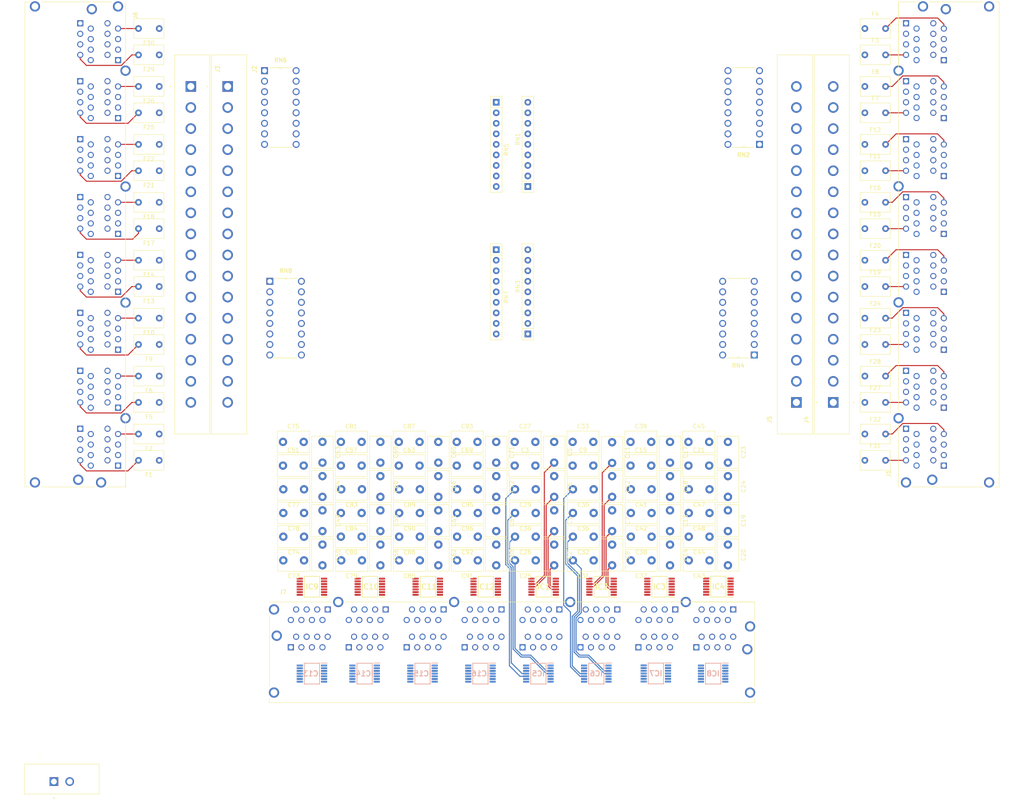
<source format=kicad_pcb>
(kicad_pcb (version 20171130) (host pcbnew 5.1.5+dfsg1-2build2)
  (layers (0 F.Cu signal) (31 B.Cu signal) (34 B.Paste user) (35 F.Paste user) (36 B.SilkS user) (37 F.SilkS user) (38 B.Mask user) (39 F.Mask user) (44 Edge.Cuts user))
  (net 0 "")
  (net 1 "Net-(J1-PadF_5)")
  (net 2 "Net-(J1-PadE_5)")
  (net 3 "Net-(J1-PadE_6)")
  (net 4 "Net-(J1-PadF_6)")
  (net 5 "Net-(J1-PadN_6)")
  (net 6 "Net-(J1-PadM_6)")
  (net 7 "Net-(J1-PadN_5)")
  (net 8 "Net-(J1-PadM_5)")
  (net 9 "Net-(J1-PadA_5)")
  (net 10 "Net-(J1-PadA_6)")
  (net 11 "Net-(J1-PadB_5)")
  (net 12 "Net-(J1-PadB_6)")
  (net 13 "Net-(J1-PadC_5)")
  (net 14 "Net-(J1-PadC_6)")
  (net 15 "Net-(J1-PadD_5)")
  (net 16 "Net-(J1-PadD_6)")
  (net 17 "Net-(J1-PadG_5)")
  (net 18 "Net-(J1-PadG_6)")
  (net 19 "Net-(J1-PadH_5)")
  (net 20 "Net-(J1-PadH_6)")
  (net 21 "Net-(J1-PadI_5)")
  (net 22 "Net-(J1-PadI_6)")
  (net 23 "Net-(J1-PadJ_5)")
  (net 24 "Net-(J1-PadJ_6)")
  (net 25 "Net-(J1-PadK_5)")
  (net 26 "Net-(J1-PadK_6)")
  (net 27 "Net-(J1-PadL_5)")
  (net 28 "Net-(J1-PadL_6)")
  (net 29 "Net-(J1-PadO_5)")
  (net 30 "Net-(J1-PadO_6)")
  (net 31 "Net-(J1-PadP_5)")
  (net 32 "Net-(J1-PadP_6)")
  (net 33 GND)
  (net 34 VCC)
  (net 35 "Net-(F1-Pad2)")
  (net 36 "Net-(F2-Pad2)")
  (net 37 "Net-(F3-Pad2)")
  (net 38 "Net-(F4-Pad2)")
  (net 39 "Net-(F5-Pad2)")
  (net 40 "Net-(F6-Pad2)")
  (net 41 "Net-(F7-Pad2)")
  (net 42 "Net-(F8-Pad2)")
  (net 43 "Net-(F9-Pad2)")
  (net 44 "Net-(F10-Pad2)")
  (net 45 "Net-(F11-Pad2)")
  (net 46 "Net-(F12-Pad2)")
  (net 47 "Net-(F13-Pad2)")
  (net 48 "Net-(F14-Pad2)")
  (net 49 "Net-(F15-Pad2)")
  (net 50 "Net-(F16-Pad2)")
  (net 51 "Net-(F17-Pad2)")
  (net 52 "Net-(F18-Pad2)")
  (net 53 "Net-(F19-Pad2)")
  (net 54 "Net-(F20-Pad2)")
  (net 55 "Net-(F21-Pad2)")
  (net 56 "Net-(F22-Pad2)")
  (net 57 "Net-(F23-Pad2)")
  (net 58 "Net-(F24-Pad2)")
  (net 59 "Net-(F25-Pad2)")
  (net 60 "Net-(F26-Pad2)")
  (net 61 "Net-(F27-Pad2)")
  (net 62 "Net-(F28-Pad2)")
  (net 63 "Net-(F29-Pad2)")
  (net 64 "Net-(F30-Pad2)")
  (net 65 "Net-(F31-Pad2)")
  (net 66 "Net-(F32-Pad2)")
  (net 67 /A2)
  (net 68 /A4)
  (net 69 /A8)
  (net 70 /A6)
  (net 71 /B2)
  (net 72 /B4)
  (net 73 /B8)
  (net 74 /B6)
  (net 75 /C2)
  (net 76 /C4)
  (net 77 /C8)
  (net 78 /C6)
  (net 79 /D2)
  (net 80 /D4)
  (net 81 /D8)
  (net 82 /D6)
  (net 83 /E2)
  (net 84 /E4)
  (net 85 /E8)
  (net 86 /E6)
  (net 87 /F2)
  (net 88 /F4)
  (net 89 /F8)
  (net 90 /F6)
  (net 91 /G2)
  (net 92 /G4)
  (net 93 /G8)
  (net 94 /G6)
  (net 95 /H2)
  (net 96 /H4)
  (net 97 /H8)
  (net 98 /H6)
  (net 99 /I2)
  (net 100 /I4)
  (net 101 /I8)
  (net 102 /I6)
  (net 103 /J2)
  (net 104 /J4)
  (net 105 /J8)
  (net 106 /J6)
  (net 107 /K2)
  (net 108 /K4)
  (net 109 /K8)
  (net 110 /K6)
  (net 111 /L2)
  (net 112 /L4)
  (net 113 /L8)
  (net 114 /L6)
  (net 115 /M2)
  (net 116 /M4)
  (net 117 /M8)
  (net 118 /M6)
  (net 119 /N2)
  (net 120 /N4)
  (net 121 /N8)
  (net 122 /N6)
  (net 123 /O2)
  (net 124 /O4)
  (net 125 /O8)
  (net 126 /O6)
  (net 127 /P2)
  (net 128 /P4)
  (net 129 /P8)
  (net 130 /P6)
  (net 131 /C5)
  (net 132 /C1)
  (net 133 /G1)
  (net 134 /G5)
  (net 135 /A1)
  (net 136 /A5)
  (net 137 /B1)
  (net 138 /B5)
  (net 139 /D1)
  (net 140 /D5)
  (net 141 /E1)
  (net 142 /E5)
  (net 143 /F1)
  (net 144 /F5)
  (net 145 /H1)
  (net 146 /H5)
  (net 147 "Net-(J2-Pad1)")
  (net 148 "Net-(J2-Pad2)")
  (net 149 "Net-(J2-Pad3)")
  (net 150 "Net-(J2-Pad4)")
  (net 151 "Net-(J2-Pad5)")
  (net 152 "Net-(J2-Pad6)")
  (net 153 "Net-(J2-Pad7)")
  (net 154 "Net-(J2-Pad8)")
  (net 155 "Net-(J2-Pad9)")
  (net 156 "Net-(J2-Pad10)")
  (net 157 "Net-(J2-Pad11)")
  (net 158 "Net-(J2-Pad12)")
  (net 159 "Net-(J2-Pad13)")
  (net 160 "Net-(J2-Pad14)")
  (net 161 "Net-(J2-Pad15)")
  (net 162 "Net-(J2-Pad16)")
  (net 163 "Net-(J3-Pad1)")
  (net 164 "Net-(J3-Pad2)")
  (net 165 "Net-(J3-Pad3)")
  (net 166 "Net-(J3-Pad4)")
  (net 167 "Net-(J3-Pad5)")
  (net 168 "Net-(J3-Pad6)")
  (net 169 "Net-(J3-Pad7)")
  (net 170 "Net-(J3-Pad8)")
  (net 171 "Net-(J3-Pad9)")
  (net 172 "Net-(J3-Pad10)")
  (net 173 "Net-(J3-Pad11)")
  (net 174 "Net-(J3-Pad12)")
  (net 175 "Net-(J3-Pad13)")
  (net 176 "Net-(J3-Pad14)")
  (net 177 "Net-(J3-Pad15)")
  (net 178 "Net-(J3-Pad16)")
  (net 179 /K5)
  (net 180 /K1)
  (net 181 /O1)
  (net 182 /O5)
  (net 183 /I1)
  (net 184 /I5)
  (net 185 /J1)
  (net 186 /J5)
  (net 187 /L1)
  (net 188 /L5)
  (net 189 /M1)
  (net 190 /M5)
  (net 191 /N1)
  (net 192 /N5)
  (net 193 /P1)
  (net 194 /P5)
  (net 195 "Net-(J7-PadF_7)")
  (net 196 "Net-(J7-PadE_3)")
  (net 197 "Net-(J7-PadE_7)")
  (net 198 "Net-(J7-PadF_3)")
  (net 199 "Net-(J7-PadN_3)")
  (net 200 "Net-(J7-PadM_3)")
  (net 201 "Net-(J7-PadN_7)")
  (net 202 "Net-(J7-PadM_7)")
  (net 203 "Net-(J7-PadA_3)")
  (net 204 "Net-(J7-PadA_7)")
  (net 205 "Net-(J7-PadB_3)")
  (net 206 "Net-(J7-PadB_7)")
  (net 207 "Net-(J7-PadC_3)")
  (net 208 "Net-(J7-PadC_7)")
  (net 209 "Net-(J7-PadD_3)")
  (net 210 "Net-(J7-PadD_7)")
  (net 211 "Net-(J7-PadG_3)")
  (net 212 "Net-(J7-PadG_7)")
  (net 213 "Net-(J7-PadH_3)")
  (net 214 "Net-(J7-PadH_7)")
  (net 215 "Net-(J7-PadI_3)")
  (net 216 "Net-(J7-PadI_7)")
  (net 217 "Net-(J7-PadJ_3)")
  (net 218 "Net-(J7-PadJ_7)")
  (net 219 "Net-(J7-PadK_3)")
  (net 220 "Net-(J7-PadK_7)")
  (net 221 "Net-(J7-PadL_3)")
  (net 222 "Net-(J7-PadL_7)")
  (net 223 "Net-(J7-PadO_3)")
  (net 224 "Net-(J7-PadO_7)")
  (net 225 "Net-(J7-PadP_3)")
  (net 226 "Net-(J7-PadP_7)")
  (net 227 "/D-Latch 1-8/D-Latch 0/CLK1")
  (net 228 "/D-Latch 1-8/D-Latch 0/BTN1")
  (net 229 "/D-Latch 1-8/D-Latch 0/BTN2")
  (net 230 "/D-Latch 1-8/D-Latch 0/CLK2")
  (net 231 "/D-Latch 1-8/D-Latch 1/CLK1")
  (net 232 "/D-Latch 1-8/D-Latch 1/BTN1")
  (net 233 "/D-Latch 1-8/D-Latch 1/BTN2")
  (net 234 "/D-Latch 1-8/D-Latch 1/CLK2")
  (net 235 "/D-Latch 1-8/D-Latch 2/CLK1")
  (net 236 "/D-Latch 1-8/D-Latch 2/BTN1")
  (net 237 "/D-Latch 1-8/D-Latch 2/BTN2")
  (net 238 "/D-Latch 1-8/D-Latch 2/CLK2")
  (net 239 "/D-Latch 1-8/D-Latch 4/CLK1")
  (net 240 "/D-Latch 1-8/D-Latch 4/BTN1")
  (net 241 "/D-Latch 1-8/D-Latch 4/BTN2")
  (net 242 "/D-Latch 1-8/D-Latch 4/CLK2")
  (net 243 "/D-Lach 9-16/D-Latch 0/CLK1")
  (net 244 "/D-Lach 9-16/D-Latch 0/BTN1")
  (net 245 "/D-Lach 9-16/D-Latch 0/BTN2")
  (net 246 "/D-Lach 9-16/D-Latch 0/CLK2")
  (net 247 "/D-Lach 9-16/D-Latch 1/CLK1")
  (net 248 "/D-Lach 9-16/D-Latch 1/BTN1")
  (net 249 "/D-Lach 9-16/D-Latch 1/BTN2")
  (net 250 "/D-Lach 9-16/D-Latch 1/CLK2")
  (net 251 "/D-Lach 9-16/D-Latch 2/CLK1")
  (net 252 "/D-Lach 9-16/D-Latch 2/BTN1")
  (net 253 "/D-Lach 9-16/D-Latch 2/BTN2")
  (net 254 "/D-Lach 9-16/D-Latch 2/CLK2")
  (net 255 "/D-Lach 9-16/D-Latch 4/CLK1")
  (net 256 "/D-Lach 9-16/D-Latch 4/BTN1")
  (net 257 "/D-Lach 9-16/D-Latch 4/BTN2")
  (net 258 "/D-Lach 9-16/D-Latch 4/CLK2")
  (net 259 "/D-Latch 17-24/D-Latch 0/CLK1")
  (net 260 "/D-Latch 17-24/D-Latch 0/BTN1")
  (net 261 "/D-Latch 17-24/D-Latch 0/BTN2")
  (net 262 "/D-Latch 17-24/D-Latch 0/CLK2")
  (net 263 "/D-Latch 17-24/D-Latch 1/CLK1")
  (net 264 "/D-Latch 17-24/D-Latch 1/BTN1")
  (net 265 "/D-Latch 17-24/D-Latch 1/BTN2")
  (net 266 "/D-Latch 17-24/D-Latch 1/CLK2")
  (net 267 "/D-Latch 17-24/D-Latch 2/CLK1")
  (net 268 "/D-Latch 17-24/D-Latch 2/BTN1")
  (net 269 "/D-Latch 17-24/D-Latch 2/BTN2")
  (net 270 "/D-Latch 17-24/D-Latch 2/CLK2")
  (net 271 "/D-Latch 17-24/D-Latch 4/CLK1")
  (net 272 "/D-Latch 17-24/D-Latch 4/BTN1")
  (net 273 "/D-Latch 17-24/D-Latch 4/BTN2")
  (net 274 "/D-Latch 17-24/D-Latch 4/CLK2")
  (net 275 "/D-Latch 25-32/D-Latch 0/CLK1")
  (net 276 "/D-Latch 25-32/D-Latch 0/BTN1")
  (net 277 "/D-Latch 25-32/D-Latch 0/BTN2")
  (net 278 "/D-Latch 25-32/D-Latch 0/CLK2")
  (net 279 "/D-Latch 25-32/D-Latch 1/CLK1")
  (net 280 "/D-Latch 25-32/D-Latch 1/BTN1")
  (net 281 "/D-Latch 25-32/D-Latch 1/BTN2")
  (net 282 "/D-Latch 25-32/D-Latch 1/CLK2")
  (net 283 "/D-Latch 25-32/D-Latch 2/CLK1")
  (net 284 "/D-Latch 25-32/D-Latch 2/BTN1")
  (net 285 "/D-Latch 25-32/D-Latch 2/BTN2")
  (net 286 "/D-Latch 25-32/D-Latch 2/CLK2")
  (net 287 "/D-Latch 25-32/D-Latch 4/CLK1")
  (net 288 "/D-Latch 25-32/D-Latch 4/BTN1")
  (net 289 "/D-Latch 25-32/D-Latch 4/BTN2")
  (net 290 "/D-Latch 25-32/D-Latch 4/CLK2")
  (net 291 "/D-Latch 1-8/BTN3")
  (net 292 "/D-Latch 1-8/BTN4")
  (net 293 "/D-Lach 9-16/BTN5")
  (net 294 "/D-Lach 9-16/BTN6")
  (net 295 "/D-Latch 1-8/BTN8")
  (net 296 "/D-Latch 1-8/BTN7")
  (net 297 "/D-Latch 1-8/BTN6")
  (net 298 "/D-Latch 1-8/BTN5")
  (net 299 "/D-Latch 1-8/BTN2")
  (net 300 "/D-Latch 1-8/BTN1")
  (net 301 "/D-Lach 9-16/BTN1")
  (net 302 "/D-Lach 9-16/BTN2")
  (net 303 "/D-Lach 9-16/BTN3")
  (net 304 "/D-Lach 9-16/BTN4")
  (net 305 "/D-Lach 9-16/BTN7")
  (net 306 "/D-Lach 9-16/BTN8")
  (net 307 "/D-Latch 17-24/BTN3")
  (net 308 "/D-Latch 17-24/BTN4")
  (net 309 "/D-Latch 25-32/BTN5")
  (net 310 "/D-Latch 25-32/BTN6")
  (net 311 "/D-Latch 17-24/BTN8")
  (net 312 "/D-Latch 17-24/BTN7")
  (net 313 "/D-Latch 17-24/BTN6")
  (net 314 "/D-Latch 17-24/BTN5")
  (net 315 "/D-Latch 17-24/BTN2")
  (net 316 "/D-Latch 17-24/BTN1")
  (net 317 "/D-Latch 25-32/BTN1")
  (net 318 "/D-Latch 25-32/BTN2")
  (net 319 "/D-Latch 25-32/BTN3")
  (net 320 "/D-Latch 25-32/BTN4")
  (net 321 "/D-Latch 25-32/BTN7")
  (net 322 "/D-Latch 25-32/BTN8")
  (module Capacitor_THT:C_Disc_D7.5mm_W5.0mm_P5.00mm (layer F.Cu) (at 189.23 148.59 270)
    (fp_text reference C12 (at 2.5 -3.75 90) (layer F.SilkS))
    (fp_text value 1uF)
    (pad 2 thru_hole circle (at 5 0 270) (size 2 2) (drill 1) (layers *.Cu *.Mask) (net 234 "/D-Latch 1-8/D-Latch 1/CLK2"))
    (pad 1 thru_hole circle (at 0 0 270) (size 2 2) (drill 1) (layers *.Cu *.Mask) (net 33 GND))
  )
  (module BoatControl:DIP254P762X432-16P (layer F.Cu) (at 114.3 119.38)
    (fp_text reference RN8 (at -3.75 -20.32) (layer F.SilkS) (effects (font (thickness 0.2))))
    (fp_text value 1KΩ)
    (pad 16 thru_hole circle (at 0 -17.78) (size 1.6764 1.6764) (drill 1.1176) (layers *.Cu *.Mask) (net 276 "/D-Latch 25-32/D-Latch 0/BTN1"))
    (pad 15 thru_hole circle (at 0 -15.24) (size 1.6764 1.6764) (drill 1.1176) (layers *.Cu *.Mask) (net 277 "/D-Latch 25-32/D-Latch 0/BTN2"))
    (pad 14 thru_hole circle (at 0 -12.7) (size 1.6764 1.6764) (drill 1.1176) (layers *.Cu *.Mask) (net 280 "/D-Latch 25-32/D-Latch 1/BTN1"))
    (pad 13 thru_hole circle (at 0 -10.16) (size 1.6764 1.6764) (drill 1.1176) (layers *.Cu *.Mask) (net 281 "/D-Latch 25-32/D-Latch 1/BTN2"))
    (pad 12 thru_hole circle (at 0 -7.62) (size 1.6764 1.6764) (drill 1.1176) (layers *.Cu *.Mask) (net 284 "/D-Latch 25-32/D-Latch 2/BTN1"))
    (pad 11 thru_hole circle (at 0 -5.08) (size 1.6764 1.6764) (drill 1.1176) (layers *.Cu *.Mask) (net 285 "/D-Latch 25-32/D-Latch 2/BTN2"))
    (pad 10 thru_hole circle (at 0 -2.54) (size 1.6764 1.6764) (drill 1.1176) (layers *.Cu *.Mask) (net 288 "/D-Latch 25-32/D-Latch 4/BTN1"))
    (pad 9 thru_hole circle (at 0 0) (size 1.6764 1.6764) (drill 1.1176) (layers *.Cu *.Mask) (net 289 "/D-Latch 25-32/D-Latch 4/BTN2"))
    (pad 8 thru_hole circle (at -7.62 0) (size 1.6764 1.6764) (drill 1.1176) (layers *.Cu *.Mask) (net 322 "/D-Latch 25-32/BTN8"))
    (pad 7 thru_hole circle (at -7.62 -2.54) (size 1.6764 1.6764) (drill 1.1176) (layers *.Cu *.Mask) (net 321 "/D-Latch 25-32/BTN7"))
    (pad 6 thru_hole circle (at -7.62 -5.08) (size 1.6764 1.6764) (drill 1.1176) (layers *.Cu *.Mask) (net 310 "/D-Latch 25-32/BTN6"))
    (pad 5 thru_hole circle (at -7.62 -7.62) (size 1.6764 1.6764) (drill 1.1176) (layers *.Cu *.Mask) (net 309 "/D-Latch 25-32/BTN5"))
    (pad 4 thru_hole circle (at -7.62 -10.16) (size 1.6764 1.6764) (drill 1.1176) (layers *.Cu *.Mask) (net 320 "/D-Latch 25-32/BTN4"))
    (pad 3 thru_hole circle (at -7.62 -12.7) (size 1.6764 1.6764) (drill 1.1176) (layers *.Cu *.Mask) (net 319 "/D-Latch 25-32/BTN3"))
    (pad 2 thru_hole circle (at -7.62 -15.24) (size 1.6764 1.6764) (drill 1.1176) (layers *.Cu *.Mask) (net 318 "/D-Latch 25-32/BTN2"))
    (pad 1 thru_hole rect (at -7.62 -17.78) (size 1.6764 1.6764) (drill 1.1176) (layers *.Cu *.Mask) (net 317 "/D-Latch 25-32/BTN1"))
  )
  (module Resistor_THT:R_Array_SIP9 (layer F.Cu) (at 161.29 93.98 270)
    (fp_text reference RN7 (at 11.43 -2.4 90) (layer F.SilkS))
    (fp_text value 100KΩ)
    (pad 9 thru_hole oval (at 20.32 0 270) (size 1.6 1.6) (drill 0.8) (layers *.Cu *.Mask) (net 290 "/D-Latch 25-32/D-Latch 4/CLK2"))
    (pad 8 thru_hole oval (at 17.78 0 270) (size 1.6 1.6) (drill 0.8) (layers *.Cu *.Mask) (net 287 "/D-Latch 25-32/D-Latch 4/CLK1"))
    (pad 7 thru_hole oval (at 15.24 0 270) (size 1.6 1.6) (drill 0.8) (layers *.Cu *.Mask) (net 286 "/D-Latch 25-32/D-Latch 2/CLK2"))
    (pad 6 thru_hole oval (at 12.7 0 270) (size 1.6 1.6) (drill 0.8) (layers *.Cu *.Mask) (net 283 "/D-Latch 25-32/D-Latch 2/CLK1"))
    (pad 5 thru_hole oval (at 10.16 0 270) (size 1.6 1.6) (drill 0.8) (layers *.Cu *.Mask) (net 282 "/D-Latch 25-32/D-Latch 1/CLK2"))
    (pad 4 thru_hole oval (at 7.62 0 270) (size 1.6 1.6) (drill 0.8) (layers *.Cu *.Mask) (net 279 "/D-Latch 25-32/D-Latch 1/CLK1"))
    (pad 3 thru_hole oval (at 5.08 0 270) (size 1.6 1.6) (drill 0.8) (layers *.Cu *.Mask) (net 278 "/D-Latch 25-32/D-Latch 0/CLK2"))
    (pad 2 thru_hole oval (at 2.54 0 270) (size 1.6 1.6) (drill 0.8) (layers *.Cu *.Mask) (net 275 "/D-Latch 25-32/D-Latch 0/CLK1"))
    (pad 1 thru_hole rect (at 0 0 270) (size 1.6 1.6) (drill 0.8) (layers *.Cu *.Mask) (net 34 VCC))
  )
  (module BoatControl:DIP254P762X432-16P (layer F.Cu) (at 113.03 68.58)
    (fp_text reference RN6 (at -3.75 -20.32) (layer F.SilkS) (effects (font (thickness 0.2))))
    (fp_text value 1KΩ)
    (pad 16 thru_hole circle (at 0 -17.78) (size 1.6764 1.6764) (drill 1.1176) (layers *.Cu *.Mask) (net 260 "/D-Latch 17-24/D-Latch 0/BTN1"))
    (pad 15 thru_hole circle (at 0 -15.24) (size 1.6764 1.6764) (drill 1.1176) (layers *.Cu *.Mask) (net 261 "/D-Latch 17-24/D-Latch 0/BTN2"))
    (pad 14 thru_hole circle (at 0 -12.7) (size 1.6764 1.6764) (drill 1.1176) (layers *.Cu *.Mask) (net 264 "/D-Latch 17-24/D-Latch 1/BTN1"))
    (pad 13 thru_hole circle (at 0 -10.16) (size 1.6764 1.6764) (drill 1.1176) (layers *.Cu *.Mask) (net 265 "/D-Latch 17-24/D-Latch 1/BTN2"))
    (pad 12 thru_hole circle (at 0 -7.62) (size 1.6764 1.6764) (drill 1.1176) (layers *.Cu *.Mask) (net 268 "/D-Latch 17-24/D-Latch 2/BTN1"))
    (pad 11 thru_hole circle (at 0 -5.08) (size 1.6764 1.6764) (drill 1.1176) (layers *.Cu *.Mask) (net 269 "/D-Latch 17-24/D-Latch 2/BTN2"))
    (pad 10 thru_hole circle (at 0 -2.54) (size 1.6764 1.6764) (drill 1.1176) (layers *.Cu *.Mask) (net 272 "/D-Latch 17-24/D-Latch 4/BTN1"))
    (pad 9 thru_hole circle (at 0 0) (size 1.6764 1.6764) (drill 1.1176) (layers *.Cu *.Mask) (net 273 "/D-Latch 17-24/D-Latch 4/BTN2"))
    (pad 8 thru_hole circle (at -7.62 0) (size 1.6764 1.6764) (drill 1.1176) (layers *.Cu *.Mask) (net 311 "/D-Latch 17-24/BTN8"))
    (pad 7 thru_hole circle (at -7.62 -2.54) (size 1.6764 1.6764) (drill 1.1176) (layers *.Cu *.Mask) (net 312 "/D-Latch 17-24/BTN7"))
    (pad 6 thru_hole circle (at -7.62 -5.08) (size 1.6764 1.6764) (drill 1.1176) (layers *.Cu *.Mask) (net 313 "/D-Latch 17-24/BTN6"))
    (pad 5 thru_hole circle (at -7.62 -7.62) (size 1.6764 1.6764) (drill 1.1176) (layers *.Cu *.Mask) (net 314 "/D-Latch 17-24/BTN5"))
    (pad 4 thru_hole circle (at -7.62 -10.16) (size 1.6764 1.6764) (drill 1.1176) (layers *.Cu *.Mask) (net 308 "/D-Latch 17-24/BTN4"))
    (pad 3 thru_hole circle (at -7.62 -12.7) (size 1.6764 1.6764) (drill 1.1176) (layers *.Cu *.Mask) (net 307 "/D-Latch 17-24/BTN3"))
    (pad 2 thru_hole circle (at -7.62 -15.24) (size 1.6764 1.6764) (drill 1.1176) (layers *.Cu *.Mask) (net 315 "/D-Latch 17-24/BTN2"))
    (pad 1 thru_hole rect (at -7.62 -17.78) (size 1.6764 1.6764) (drill 1.1176) (layers *.Cu *.Mask) (net 316 "/D-Latch 17-24/BTN1"))
  )
  (module Resistor_THT:R_Array_SIP9 (layer F.Cu) (at 161.29 58.42 270)
    (fp_text reference RN5 (at 11.43 -2.4 90) (layer F.SilkS))
    (fp_text value 100KΩ)
    (pad 9 thru_hole oval (at 20.32 0 270) (size 1.6 1.6) (drill 0.8) (layers *.Cu *.Mask) (net 274 "/D-Latch 17-24/D-Latch 4/CLK2"))
    (pad 8 thru_hole oval (at 17.78 0 270) (size 1.6 1.6) (drill 0.8) (layers *.Cu *.Mask) (net 271 "/D-Latch 17-24/D-Latch 4/CLK1"))
    (pad 7 thru_hole oval (at 15.24 0 270) (size 1.6 1.6) (drill 0.8) (layers *.Cu *.Mask) (net 270 "/D-Latch 17-24/D-Latch 2/CLK2"))
    (pad 6 thru_hole oval (at 12.7 0 270) (size 1.6 1.6) (drill 0.8) (layers *.Cu *.Mask) (net 267 "/D-Latch 17-24/D-Latch 2/CLK1"))
    (pad 5 thru_hole oval (at 10.16 0 270) (size 1.6 1.6) (drill 0.8) (layers *.Cu *.Mask) (net 266 "/D-Latch 17-24/D-Latch 1/CLK2"))
    (pad 4 thru_hole oval (at 7.62 0 270) (size 1.6 1.6) (drill 0.8) (layers *.Cu *.Mask) (net 263 "/D-Latch 17-24/D-Latch 1/CLK1"))
    (pad 3 thru_hole oval (at 5.08 0 270) (size 1.6 1.6) (drill 0.8) (layers *.Cu *.Mask) (net 262 "/D-Latch 17-24/D-Latch 0/CLK2"))
    (pad 2 thru_hole oval (at 2.54 0 270) (size 1.6 1.6) (drill 0.8) (layers *.Cu *.Mask) (net 259 "/D-Latch 17-24/D-Latch 0/CLK1"))
    (pad 1 thru_hole rect (at 0 0 270) (size 1.6 1.6) (drill 0.8) (layers *.Cu *.Mask) (net 34 VCC))
  )
  (module BoatControl:DIP254P762X432-16P (layer F.Cu) (at 215.9 101.6 180)
    (fp_text reference RN4 (at -3.75 -20.32) (layer F.SilkS) (effects (font (thickness 0.2))))
    (fp_text value 1KΩ)
    (pad 16 thru_hole circle (at 0 -17.78 180) (size 1.6764 1.6764) (drill 1.1176) (layers *.Cu *.Mask) (net 244 "/D-Lach 9-16/D-Latch 0/BTN1"))
    (pad 15 thru_hole circle (at 0 -15.24 180) (size 1.6764 1.6764) (drill 1.1176) (layers *.Cu *.Mask) (net 245 "/D-Lach 9-16/D-Latch 0/BTN2"))
    (pad 14 thru_hole circle (at 0 -12.7 180) (size 1.6764 1.6764) (drill 1.1176) (layers *.Cu *.Mask) (net 248 "/D-Lach 9-16/D-Latch 1/BTN1"))
    (pad 13 thru_hole circle (at 0 -10.16 180) (size 1.6764 1.6764) (drill 1.1176) (layers *.Cu *.Mask) (net 249 "/D-Lach 9-16/D-Latch 1/BTN2"))
    (pad 12 thru_hole circle (at 0 -7.62 180) (size 1.6764 1.6764) (drill 1.1176) (layers *.Cu *.Mask) (net 252 "/D-Lach 9-16/D-Latch 2/BTN1"))
    (pad 11 thru_hole circle (at 0 -5.08 180) (size 1.6764 1.6764) (drill 1.1176) (layers *.Cu *.Mask) (net 253 "/D-Lach 9-16/D-Latch 2/BTN2"))
    (pad 10 thru_hole circle (at 0 -2.54 180) (size 1.6764 1.6764) (drill 1.1176) (layers *.Cu *.Mask) (net 256 "/D-Lach 9-16/D-Latch 4/BTN1"))
    (pad 9 thru_hole circle (at 0 0 180) (size 1.6764 1.6764) (drill 1.1176) (layers *.Cu *.Mask) (net 257 "/D-Lach 9-16/D-Latch 4/BTN2"))
    (pad 8 thru_hole circle (at -7.62 0 180) (size 1.6764 1.6764) (drill 1.1176) (layers *.Cu *.Mask) (net 306 "/D-Lach 9-16/BTN8"))
    (pad 7 thru_hole circle (at -7.62 -2.54 180) (size 1.6764 1.6764) (drill 1.1176) (layers *.Cu *.Mask) (net 305 "/D-Lach 9-16/BTN7"))
    (pad 6 thru_hole circle (at -7.62 -5.08 180) (size 1.6764 1.6764) (drill 1.1176) (layers *.Cu *.Mask) (net 294 "/D-Lach 9-16/BTN6"))
    (pad 5 thru_hole circle (at -7.62 -7.62 180) (size 1.6764 1.6764) (drill 1.1176) (layers *.Cu *.Mask) (net 293 "/D-Lach 9-16/BTN5"))
    (pad 4 thru_hole circle (at -7.62 -10.16 180) (size 1.6764 1.6764) (drill 1.1176) (layers *.Cu *.Mask) (net 304 "/D-Lach 9-16/BTN4"))
    (pad 3 thru_hole circle (at -7.62 -12.7 180) (size 1.6764 1.6764) (drill 1.1176) (layers *.Cu *.Mask) (net 303 "/D-Lach 9-16/BTN3"))
    (pad 2 thru_hole circle (at -7.62 -15.24 180) (size 1.6764 1.6764) (drill 1.1176) (layers *.Cu *.Mask) (net 302 "/D-Lach 9-16/BTN2"))
    (pad 1 thru_hole rect (at -7.62 -17.78 180) (size 1.6764 1.6764) (drill 1.1176) (layers *.Cu *.Mask) (net 301 "/D-Lach 9-16/BTN1"))
  )
  (module Resistor_THT:R_Array_SIP9 (layer F.Cu) (at 168.91 114.3 90)
    (fp_text reference RN3 (at 11.43 -2.4 90) (layer F.SilkS))
    (fp_text value 100KΩ)
    (pad 9 thru_hole oval (at 20.32 0 90) (size 1.6 1.6) (drill 0.8) (layers *.Cu *.Mask) (net 258 "/D-Lach 9-16/D-Latch 4/CLK2"))
    (pad 8 thru_hole oval (at 17.78 0 90) (size 1.6 1.6) (drill 0.8) (layers *.Cu *.Mask) (net 255 "/D-Lach 9-16/D-Latch 4/CLK1"))
    (pad 7 thru_hole oval (at 15.24 0 90) (size 1.6 1.6) (drill 0.8) (layers *.Cu *.Mask) (net 254 "/D-Lach 9-16/D-Latch 2/CLK2"))
    (pad 6 thru_hole oval (at 12.7 0 90) (size 1.6 1.6) (drill 0.8) (layers *.Cu *.Mask) (net 251 "/D-Lach 9-16/D-Latch 2/CLK1"))
    (pad 5 thru_hole oval (at 10.16 0 90) (size 1.6 1.6) (drill 0.8) (layers *.Cu *.Mask) (net 250 "/D-Lach 9-16/D-Latch 1/CLK2"))
    (pad 4 thru_hole oval (at 7.62 0 90) (size 1.6 1.6) (drill 0.8) (layers *.Cu *.Mask) (net 247 "/D-Lach 9-16/D-Latch 1/CLK1"))
    (pad 3 thru_hole oval (at 5.08 0 90) (size 1.6 1.6) (drill 0.8) (layers *.Cu *.Mask) (net 246 "/D-Lach 9-16/D-Latch 0/CLK2"))
    (pad 2 thru_hole oval (at 2.54 0 90) (size 1.6 1.6) (drill 0.8) (layers *.Cu *.Mask) (net 243 "/D-Lach 9-16/D-Latch 0/CLK1"))
    (pad 1 thru_hole rect (at 0 0 90) (size 1.6 1.6) (drill 0.8) (layers *.Cu *.Mask) (net 34 VCC))
  )
  (module BoatControl:DIP254P762X432-16P (layer F.Cu) (at 217.17 50.8 180)
    (fp_text reference RN2 (at -3.75 -20.32) (layer F.SilkS) (effects (font (thickness 0.2))))
    (fp_text value 1KΩ)
    (pad 16 thru_hole circle (at 0 -17.78 180) (size 1.6764 1.6764) (drill 1.1176) (layers *.Cu *.Mask) (net 228 "/D-Latch 1-8/D-Latch 0/BTN1"))
    (pad 15 thru_hole circle (at 0 -15.24 180) (size 1.6764 1.6764) (drill 1.1176) (layers *.Cu *.Mask) (net 229 "/D-Latch 1-8/D-Latch 0/BTN2"))
    (pad 14 thru_hole circle (at 0 -12.7 180) (size 1.6764 1.6764) (drill 1.1176) (layers *.Cu *.Mask) (net 232 "/D-Latch 1-8/D-Latch 1/BTN1"))
    (pad 13 thru_hole circle (at 0 -10.16 180) (size 1.6764 1.6764) (drill 1.1176) (layers *.Cu *.Mask) (net 233 "/D-Latch 1-8/D-Latch 1/BTN2"))
    (pad 12 thru_hole circle (at 0 -7.62 180) (size 1.6764 1.6764) (drill 1.1176) (layers *.Cu *.Mask) (net 236 "/D-Latch 1-8/D-Latch 2/BTN1"))
    (pad 11 thru_hole circle (at 0 -5.08 180) (size 1.6764 1.6764) (drill 1.1176) (layers *.Cu *.Mask) (net 237 "/D-Latch 1-8/D-Latch 2/BTN2"))
    (pad 10 thru_hole circle (at 0 -2.54 180) (size 1.6764 1.6764) (drill 1.1176) (layers *.Cu *.Mask) (net 240 "/D-Latch 1-8/D-Latch 4/BTN1"))
    (pad 9 thru_hole circle (at 0 0 180) (size 1.6764 1.6764) (drill 1.1176) (layers *.Cu *.Mask) (net 241 "/D-Latch 1-8/D-Latch 4/BTN2"))
    (pad 8 thru_hole circle (at -7.62 0 180) (size 1.6764 1.6764) (drill 1.1176) (layers *.Cu *.Mask) (net 295 "/D-Latch 1-8/BTN8"))
    (pad 7 thru_hole circle (at -7.62 -2.54 180) (size 1.6764 1.6764) (drill 1.1176) (layers *.Cu *.Mask) (net 296 "/D-Latch 1-8/BTN7"))
    (pad 6 thru_hole circle (at -7.62 -5.08 180) (size 1.6764 1.6764) (drill 1.1176) (layers *.Cu *.Mask) (net 297 "/D-Latch 1-8/BTN6"))
    (pad 5 thru_hole circle (at -7.62 -7.62 180) (size 1.6764 1.6764) (drill 1.1176) (layers *.Cu *.Mask) (net 298 "/D-Latch 1-8/BTN5"))
    (pad 4 thru_hole circle (at -7.62 -10.16 180) (size 1.6764 1.6764) (drill 1.1176) (layers *.Cu *.Mask) (net 292 "/D-Latch 1-8/BTN4"))
    (pad 3 thru_hole circle (at -7.62 -12.7 180) (size 1.6764 1.6764) (drill 1.1176) (layers *.Cu *.Mask) (net 291 "/D-Latch 1-8/BTN3"))
    (pad 2 thru_hole circle (at -7.62 -15.24 180) (size 1.6764 1.6764) (drill 1.1176) (layers *.Cu *.Mask) (net 299 "/D-Latch 1-8/BTN2"))
    (pad 1 thru_hole rect (at -7.62 -17.78 180) (size 1.6764 1.6764) (drill 1.1176) (layers *.Cu *.Mask) (net 300 "/D-Latch 1-8/BTN1"))
  )
  (module Resistor_THT:R_Array_SIP9 (layer F.Cu) (at 168.91 78.74 90)
    (fp_text reference RN1 (at 11.43 -2.4 90) (layer F.SilkS))
    (fp_text value 100KΩ)
    (pad 9 thru_hole oval (at 20.32 0 90) (size 1.6 1.6) (drill 0.8) (layers *.Cu *.Mask) (net 242 "/D-Latch 1-8/D-Latch 4/CLK2"))
    (pad 8 thru_hole oval (at 17.78 0 90) (size 1.6 1.6) (drill 0.8) (layers *.Cu *.Mask) (net 239 "/D-Latch 1-8/D-Latch 4/CLK1"))
    (pad 7 thru_hole oval (at 15.24 0 90) (size 1.6 1.6) (drill 0.8) (layers *.Cu *.Mask) (net 238 "/D-Latch 1-8/D-Latch 2/CLK2"))
    (pad 6 thru_hole oval (at 12.7 0 90) (size 1.6 1.6) (drill 0.8) (layers *.Cu *.Mask) (net 235 "/D-Latch 1-8/D-Latch 2/CLK1"))
    (pad 5 thru_hole oval (at 10.16 0 90) (size 1.6 1.6) (drill 0.8) (layers *.Cu *.Mask) (net 234 "/D-Latch 1-8/D-Latch 1/CLK2"))
    (pad 4 thru_hole oval (at 7.62 0 90) (size 1.6 1.6) (drill 0.8) (layers *.Cu *.Mask) (net 231 "/D-Latch 1-8/D-Latch 1/CLK1"))
    (pad 3 thru_hole oval (at 5.08 0 90) (size 1.6 1.6) (drill 0.8) (layers *.Cu *.Mask) (net 230 "/D-Latch 1-8/D-Latch 0/CLK2"))
    (pad 2 thru_hole oval (at 2.54 0 90) (size 1.6 1.6) (drill 0.8) (layers *.Cu *.Mask) (net 227 "/D-Latch 1-8/D-Latch 0/CLK1"))
    (pad 1 thru_hole rect (at 0 0 90) (size 1.6 1.6) (drill 0.8) (layers *.Cu *.Mask) (net 34 VCC))
  )
  (module BoatControl:CUI_TBP02R2W-381-02BE (layer F.Cu) (at 54.61 222.25)
    (fp_text reference J8 (at -3.655 -6.089) (layer F.SilkS) (effects (font (size 1.4 1.4) (thickness 0.015))))
    (fp_text value TBP02R2W-381-02BE)
    (pad 1 thru_hole rect (at 0 0) (size 2.1 2.1) (drill 1.4) (layers *.Cu *.Mask) (net 33 GND))
    (pad 2 thru_hole circle (at 3.81 0) (size 2.1 2.1) (drill 1.4) (layers *.Cu *.Mask) (net 34 VCC))
  )
  (module BoatControl:STEWART_SS73100-047F (layer F.Cu) (at 151.13 196.215)
    (fp_text reference J7 (at -41.275 -19.685) (layer F.SilkS) (effects (font (thickness 0.2))))
    (fp_text value SS73100-047F)
    (pad F_7 thru_hole circle (at 31.74 -15.47) (size 1.478 1.478) (drill 0.97) (layers *.Cu *.Mask) (net 195 "Net-(J7-PadF_7)"))
    (pad F_1 thru_hole rect (at 39.36 -15.47) (size 1.478 1.478) (drill 0.97) (layers *.Cu *.Mask) (net 143 /F1))
    (pad F_4 thru_hole circle (at 35.55 -12.93) (size 1.478 1.478) (drill 0.97) (layers *.Cu *.Mask) (net 88 /F4))
    (pad F_5 thru_hole circle (at 34.28 -15.47) (size 1.478 1.478) (drill 0.97) (layers *.Cu *.Mask) (net 144 /F5))
    (pad E_3 thru_hole circle (at 22.85 -15.47) (size 1.478 1.478) (drill 0.97) (layers *.Cu *.Mask) (net 196 "Net-(J7-PadE_3)"))
    (pad E_5 thru_hole circle (at 20.31 -15.47) (size 1.478 1.478) (drill 0.97) (layers *.Cu *.Mask) (net 142 /E5))
    (pad E_6 thru_hole circle (at 19.04 -12.93) (size 1.478 1.478) (drill 0.97) (layers *.Cu *.Mask) (net 86 /E6))
    (pad E_7 thru_hole circle (at 17.77 -15.47) (size 1.478 1.478) (drill 0.97) (layers *.Cu *.Mask) (net 197 "Net-(J7-PadE_7)"))
    (pad F_6 thru_hole circle (at 33.01 -12.93) (size 1.478 1.478) (drill 0.97) (layers *.Cu *.Mask) (net 90 /F6))
    (pad F_2 thru_hole circle (at 38.09 -12.93) (size 1.478 1.478) (drill 0.97) (layers *.Cu *.Mask) (net 87 /F2))
    (pad E_1 thru_hole rect (at 25.39 -15.47) (size 1.478 1.478) (drill 0.97) (layers *.Cu *.Mask) (net 141 /E1))
    (pad E_4 thru_hole circle (at 21.58 -12.93) (size 1.478 1.478) (drill 0.97) (layers *.Cu *.Mask) (net 84 /E4))
    (pad E_2 thru_hole circle (at 24.12 -12.93) (size 1.478 1.478) (drill 0.97) (layers *.Cu *.Mask) (net 83 /E2))
    (pad F_8 thru_hole circle (at 30.47 -12.93) (size 1.478 1.478) (drill 0.97) (layers *.Cu *.Mask) (net 89 /F8))
    (pad M_1 thru_hole rect (at 16.5 -6.35) (size 1.478 1.478) (drill 0.97) (layers *.Cu *.Mask) (net 139 /D1))
    (pad E_8 thru_hole circle (at 16.5 -12.93) (size 1.478 1.478) (drill 0.97) (layers *.Cu *.Mask) (net 85 /E8))
    (pad S9 thru_hole circle (at 27.99 -17.27) (size 2.475 2.475) (drill 1.65) (layers *.Cu *.Mask))
    (pad N_1 thru_hole rect (at 30.47 -6.35) (size 1.478 1.478) (drill 0.97) (layers *.Cu *.Mask) (net 132 /C1))
    (pad F_3 thru_hole circle (at 36.82 -15.47) (size 1.478 1.478) (drill 0.97) (layers *.Cu *.Mask) (net 198 "Net-(J7-PadF_3)"))
    (pad N_3 thru_hole circle (at 33.01 -6.35) (size 1.478 1.478) (drill 0.97) (layers *.Cu *.Mask) (net 199 "Net-(J7-PadN_3)"))
    (pad N_8 thru_hole circle (at 39.36 -8.89) (size 1.478 1.478) (drill 0.97) (layers *.Cu *.Mask) (net 77 /C8))
    (pad M_3 thru_hole circle (at 19.04 -6.35) (size 1.478 1.478) (drill 0.97) (layers *.Cu *.Mask) (net 200 "Net-(J7-PadM_3)"))
    (pad N_4 thru_hole circle (at 34.28 -8.89) (size 1.478 1.478) (drill 0.97) (layers *.Cu *.Mask) (net 76 /C4))
    (pad N_6 thru_hole circle (at 36.82 -8.89) (size 1.478 1.478) (drill 0.97) (layers *.Cu *.Mask) (net 78 /C6))
    (pad M_6 thru_hole circle (at 22.85 -8.89) (size 1.478 1.478) (drill 0.97) (layers *.Cu *.Mask) (net 82 /D6))
    (pad M_4 thru_hole circle (at 20.31 -8.89) (size 1.478 1.478) (drill 0.97) (layers *.Cu *.Mask) (net 80 /D4))
    (pad N_7 thru_hole circle (at 38.09 -6.35) (size 1.478 1.478) (drill 0.97) (layers *.Cu *.Mask) (net 201 "Net-(J7-PadN_7)"))
    (pad N_5 thru_hole circle (at 35.55 -6.35) (size 1.478 1.478) (drill 0.97) (layers *.Cu *.Mask) (net 131 /C5))
    (pad M_8 thru_hole circle (at 25.39 -8.89) (size 1.478 1.478) (drill 0.97) (layers *.Cu *.Mask) (net 81 /D8))
    (pad M_2 thru_hole circle (at 17.77 -8.89) (size 1.478 1.478) (drill 0.97) (layers *.Cu *.Mask) (net 79 /D2))
    (pad M_5 thru_hole circle (at 21.58 -6.35) (size 1.478 1.478) (drill 0.97) (layers *.Cu *.Mask) (net 140 /D5))
    (pad M_7 thru_hole circle (at 24.12 -6.35) (size 1.478 1.478) (drill 0.97) (layers *.Cu *.Mask) (net 202 "Net-(J7-PadM_7)"))
    (pad N_2 thru_hole circle (at 31.74 -8.89) (size 1.478 1.478) (drill 0.97) (layers *.Cu *.Mask) (net 75 /C2))
    (pad None np_thru_hole circle (at -40.64 0) (size 3.33 3.33) (drill 3.33) (layers *.Cu *.Mask))
    (pad None np_thru_hole circle (at 68.58 0) (size 3.33 3.33) (drill 3.33) (layers *.Cu *.Mask))
    (pad S1 thru_hole circle (at -43.435 4.57) (size 2.475 2.475) (drill 1.65) (layers *.Cu *.Mask))
    (pad S2 thru_hole circle (at 71.375 4.57) (size 2.475 2.475) (drill 1.65) (layers *.Cu *.Mask))
    (pad S3 thru_hole circle (at -42.775 -9.14) (size 2.475 2.475) (drill 1.65) (layers *.Cu *.Mask))
    (pad S4 thru_hole circle (at -43.435 -15.47) (size 2.475 2.475) (drill 1.65) (layers *.Cu *.Mask))
    (pad S5 thru_hole circle (at 70.715 -5.87) (size 2.475 2.475) (drill 1.65) (layers *.Cu *.Mask))
    (pad S6 thru_hole circle (at 71.375 -11.38) (size 2.475 2.475) (drill 1.65) (layers *.Cu *.Mask))
    (pad S7 thru_hole circle (at -27.94 -17.27) (size 2.475 2.475) (drill 1.65) (layers *.Cu *.Mask))
    (pad S8 thru_hole circle (at 0 -17.27) (size 2.475 2.475) (drill 1.65) (layers *.Cu *.Mask))
    (pad S10 thru_hole circle (at 55.88 -17.27) (size 2.475 2.475) (drill 1.65) (layers *.Cu *.Mask))
    (pad A_1 thru_hole rect (at -30.48 -15.47) (size 1.478 1.478) (drill 0.97) (layers *.Cu *.Mask) (net 193 /P1))
    (pad B_1 thru_hole rect (at -16.51 -15.47) (size 1.478 1.478) (drill 0.97) (layers *.Cu *.Mask) (net 181 /O1))
    (pad C_1 thru_hole rect (at -2.54 -15.47) (size 1.478 1.478) (drill 0.97) (layers *.Cu *.Mask) (net 191 /N1))
    (pad D_1 thru_hole rect (at 11.43 -15.47) (size 1.478 1.478) (drill 0.97) (layers *.Cu *.Mask) (net 189 /M1))
    (pad G_1 thru_hole rect (at 53.34 -15.47) (size 1.478 1.478) (drill 0.97) (layers *.Cu *.Mask) (net 133 /G1))
    (pad H_1 thru_hole rect (at 67.31 -15.47) (size 1.478 1.478) (drill 0.97) (layers *.Cu *.Mask) (net 145 /H1))
    (pad I_1 thru_hole rect (at -39.37 -6.35) (size 1.478 1.478) (drill 0.97) (layers *.Cu *.Mask) (net 183 /I1))
    (pad J_1 thru_hole rect (at -25.4 -6.35) (size 1.478 1.478) (drill 0.97) (layers *.Cu *.Mask) (net 185 /J1))
    (pad K_1 thru_hole rect (at -11.43 -6.35) (size 1.478 1.478) (drill 0.97) (layers *.Cu *.Mask) (net 180 /K1))
    (pad L_1 thru_hole rect (at 2.54 -6.35) (size 1.478 1.478) (drill 0.97) (layers *.Cu *.Mask) (net 187 /L1))
    (pad O_1 thru_hole rect (at 44.45 -6.35) (size 1.478 1.478) (drill 0.97) (layers *.Cu *.Mask) (net 137 /B1))
    (pad P_1 thru_hole rect (at 58.42 -6.35) (size 1.478 1.478) (drill 0.97) (layers *.Cu *.Mask) (net 135 /A1))
    (pad A_2 thru_hole circle (at -31.75 -12.93) (size 1.478 1.478) (drill 0.97) (layers *.Cu *.Mask) (net 127 /P2))
    (pad A_3 thru_hole circle (at -33.02 -15.47) (size 1.478 1.478) (drill 0.97) (layers *.Cu *.Mask) (net 203 "Net-(J7-PadA_3)"))
    (pad A_4 thru_hole circle (at -34.29 -12.93) (size 1.478 1.478) (drill 0.97) (layers *.Cu *.Mask) (net 128 /P4))
    (pad A_5 thru_hole circle (at -35.56 -15.47) (size 1.478 1.478) (drill 0.97) (layers *.Cu *.Mask) (net 194 /P5))
    (pad A_6 thru_hole circle (at -36.83 -12.93) (size 1.478 1.478) (drill 0.97) (layers *.Cu *.Mask) (net 130 /P6))
    (pad A_7 thru_hole circle (at -38.1 -15.47) (size 1.478 1.478) (drill 0.97) (layers *.Cu *.Mask) (net 204 "Net-(J7-PadA_7)"))
    (pad A_8 thru_hole circle (at -39.37 -12.93) (size 1.478 1.478) (drill 0.97) (layers *.Cu *.Mask) (net 129 /P8))
    (pad B_2 thru_hole circle (at -17.78 -12.93) (size 1.478 1.478) (drill 0.97) (layers *.Cu *.Mask) (net 123 /O2))
    (pad B_3 thru_hole circle (at -19.05 -15.47) (size 1.478 1.478) (drill 0.97) (layers *.Cu *.Mask) (net 205 "Net-(J7-PadB_3)"))
    (pad B_4 thru_hole circle (at -20.32 -12.93) (size 1.478 1.478) (drill 0.97) (layers *.Cu *.Mask) (net 124 /O4))
    (pad B_5 thru_hole circle (at -21.59 -15.47) (size 1.478 1.478) (drill 0.97) (layers *.Cu *.Mask) (net 182 /O5))
    (pad B_6 thru_hole circle (at -22.86 -12.93) (size 1.478 1.478) (drill 0.97) (layers *.Cu *.Mask) (net 126 /O6))
    (pad B_7 thru_hole circle (at -24.13 -15.47) (size 1.478 1.478) (drill 0.97) (layers *.Cu *.Mask) (net 206 "Net-(J7-PadB_7)"))
    (pad B_8 thru_hole circle (at -25.4 -12.93) (size 1.478 1.478) (drill 0.97) (layers *.Cu *.Mask) (net 125 /O8))
    (pad C_2 thru_hole circle (at -3.81 -12.93) (size 1.478 1.478) (drill 0.97) (layers *.Cu *.Mask) (net 119 /N2))
    (pad C_3 thru_hole circle (at -5.08 -15.47) (size 1.478 1.478) (drill 0.97) (layers *.Cu *.Mask) (net 207 "Net-(J7-PadC_3)"))
    (pad C_4 thru_hole circle (at -6.35 -12.93) (size 1.478 1.478) (drill 0.97) (layers *.Cu *.Mask) (net 120 /N4))
    (pad C_5 thru_hole circle (at -7.62 -15.47) (size 1.478 1.478) (drill 0.97) (layers *.Cu *.Mask) (net 192 /N5))
    (pad C_6 thru_hole circle (at -8.89 -12.93) (size 1.478 1.478) (drill 0.97) (layers *.Cu *.Mask) (net 122 /N6))
    (pad C_7 thru_hole circle (at -10.16 -15.47) (size 1.478 1.478) (drill 0.97) (layers *.Cu *.Mask) (net 208 "Net-(J7-PadC_7)"))
    (pad C_8 thru_hole circle (at -11.43 -12.93) (size 1.478 1.478) (drill 0.97) (layers *.Cu *.Mask) (net 121 /N8))
    (pad D_2 thru_hole circle (at 10.16 -12.93) (size 1.478 1.478) (drill 0.97) (layers *.Cu *.Mask) (net 115 /M2))
    (pad D_3 thru_hole circle (at 8.89 -15.47) (size 1.478 1.478) (drill 0.97) (layers *.Cu *.Mask) (net 209 "Net-(J7-PadD_3)"))
    (pad D_4 thru_hole circle (at 7.62 -12.93) (size 1.478 1.478) (drill 0.97) (layers *.Cu *.Mask) (net 116 /M4))
    (pad D_5 thru_hole circle (at 6.35 -15.47) (size 1.478 1.478) (drill 0.97) (layers *.Cu *.Mask) (net 190 /M5))
    (pad D_6 thru_hole circle (at 5.08 -12.93) (size 1.478 1.478) (drill 0.97) (layers *.Cu *.Mask) (net 118 /M6))
    (pad D_7 thru_hole circle (at 3.81 -15.47) (size 1.478 1.478) (drill 0.97) (layers *.Cu *.Mask) (net 210 "Net-(J7-PadD_7)"))
    (pad D_8 thru_hole circle (at 2.54 -12.93) (size 1.478 1.478) (drill 0.97) (layers *.Cu *.Mask) (net 117 /M8))
    (pad G_2 thru_hole circle (at 52.07 -12.93) (size 1.478 1.478) (drill 0.97) (layers *.Cu *.Mask) (net 91 /G2))
    (pad G_3 thru_hole circle (at 50.8 -15.47) (size 1.478 1.478) (drill 0.97) (layers *.Cu *.Mask) (net 211 "Net-(J7-PadG_3)"))
    (pad G_4 thru_hole circle (at 49.53 -12.93) (size 1.478 1.478) (drill 0.97) (layers *.Cu *.Mask) (net 92 /G4))
    (pad G_5 thru_hole circle (at 48.26 -15.47) (size 1.478 1.478) (drill 0.97) (layers *.Cu *.Mask) (net 134 /G5))
    (pad G_6 thru_hole circle (at 46.99 -12.93) (size 1.478 1.478) (drill 0.97) (layers *.Cu *.Mask) (net 94 /G6))
    (pad G_7 thru_hole circle (at 45.72 -15.47) (size 1.478 1.478) (drill 0.97) (layers *.Cu *.Mask) (net 212 "Net-(J7-PadG_7)"))
    (pad G_8 thru_hole circle (at 44.45 -12.93) (size 1.478 1.478) (drill 0.97) (layers *.Cu *.Mask) (net 93 /G8))
    (pad H_2 thru_hole circle (at 66.04 -12.93) (size 1.478 1.478) (drill 0.97) (layers *.Cu *.Mask) (net 95 /H2))
    (pad H_3 thru_hole circle (at 64.77 -15.47) (size 1.478 1.478) (drill 0.97) (layers *.Cu *.Mask) (net 213 "Net-(J7-PadH_3)"))
    (pad H_4 thru_hole circle (at 63.5 -12.93) (size 1.478 1.478) (drill 0.97) (layers *.Cu *.Mask) (net 96 /H4))
    (pad H_5 thru_hole circle (at 62.23 -15.47) (size 1.478 1.478) (drill 0.97) (layers *.Cu *.Mask) (net 146 /H5))
    (pad H_6 thru_hole circle (at 60.96 -12.93) (size 1.478 1.478) (drill 0.97) (layers *.Cu *.Mask) (net 98 /H6))
    (pad H_7 thru_hole circle (at 59.69 -15.47) (size 1.478 1.478) (drill 0.97) (layers *.Cu *.Mask) (net 214 "Net-(J7-PadH_7)"))
    (pad H_8 thru_hole circle (at 58.42 -12.93) (size 1.478 1.478) (drill 0.97) (layers *.Cu *.Mask) (net 97 /H8))
    (pad I_2 thru_hole circle (at -38.1 -8.89) (size 1.478 1.478) (drill 0.97) (layers *.Cu *.Mask) (net 99 /I2))
    (pad I_3 thru_hole circle (at -36.83 -6.35) (size 1.478 1.478) (drill 0.97) (layers *.Cu *.Mask) (net 215 "Net-(J7-PadI_3)"))
    (pad I_4 thru_hole circle (at -35.56 -8.89) (size 1.478 1.478) (drill 0.97) (layers *.Cu *.Mask) (net 100 /I4))
    (pad I_5 thru_hole circle (at -34.29 -6.35) (size 1.478 1.478) (drill 0.97) (layers *.Cu *.Mask) (net 184 /I5))
    (pad I_6 thru_hole circle (at -33.02 -8.89) (size 1.478 1.478) (drill 0.97) (layers *.Cu *.Mask) (net 102 /I6))
    (pad I_7 thru_hole circle (at -31.75 -6.35) (size 1.478 1.478) (drill 0.97) (layers *.Cu *.Mask) (net 216 "Net-(J7-PadI_7)"))
    (pad I_8 thru_hole circle (at -30.48 -8.89) (size 1.478 1.478) (drill 0.97) (layers *.Cu *.Mask) (net 101 /I8))
    (pad J_2 thru_hole circle (at -24.13 -8.89) (size 1.478 1.478) (drill 0.97) (layers *.Cu *.Mask) (net 103 /J2))
    (pad J_3 thru_hole circle (at -22.86 -6.35) (size 1.478 1.478) (drill 0.97) (layers *.Cu *.Mask) (net 217 "Net-(J7-PadJ_3)"))
    (pad J_4 thru_hole circle (at -21.59 -8.89) (size 1.478 1.478) (drill 0.97) (layers *.Cu *.Mask) (net 104 /J4))
    (pad J_5 thru_hole circle (at -20.32 -6.35) (size 1.478 1.478) (drill 0.97) (layers *.Cu *.Mask) (net 186 /J5))
    (pad J_6 thru_hole circle (at -19.05 -8.89) (size 1.478 1.478) (drill 0.97) (layers *.Cu *.Mask) (net 106 /J6))
    (pad J_7 thru_hole circle (at -17.78 -6.35) (size 1.478 1.478) (drill 0.97) (layers *.Cu *.Mask) (net 218 "Net-(J7-PadJ_7)"))
    (pad J_8 thru_hole circle (at -16.51 -8.89) (size 1.478 1.478) (drill 0.97) (layers *.Cu *.Mask) (net 105 /J8))
    (pad K_2 thru_hole circle (at -10.16 -8.89) (size 1.478 1.478) (drill 0.97) (layers *.Cu *.Mask) (net 107 /K2))
    (pad K_3 thru_hole circle (at -8.89 -6.35) (size 1.478 1.478) (drill 0.97) (layers *.Cu *.Mask) (net 219 "Net-(J7-PadK_3)"))
    (pad K_4 thru_hole circle (at -7.62 -8.89) (size 1.478 1.478) (drill 0.97) (layers *.Cu *.Mask) (net 108 /K4))
    (pad K_5 thru_hole circle (at -6.35 -6.35) (size 1.478 1.478) (drill 0.97) (layers *.Cu *.Mask) (net 179 /K5))
    (pad K_6 thru_hole circle (at -5.08 -8.89) (size 1.478 1.478) (drill 0.97) (layers *.Cu *.Mask) (net 110 /K6))
    (pad K_7 thru_hole circle (at -3.81 -6.35) (size 1.478 1.478) (drill 0.97) (layers *.Cu *.Mask) (net 220 "Net-(J7-PadK_7)"))
    (pad K_8 thru_hole circle (at -2.54 -8.89) (size 1.478 1.478) (drill 0.97) (layers *.Cu *.Mask) (net 109 /K8))
    (pad L_2 thru_hole circle (at 3.81 -8.89) (size 1.478 1.478) (drill 0.97) (layers *.Cu *.Mask) (net 111 /L2))
    (pad L_3 thru_hole circle (at 5.08 -6.35) (size 1.478 1.478) (drill 0.97) (layers *.Cu *.Mask) (net 221 "Net-(J7-PadL_3)"))
    (pad L_4 thru_hole circle (at 6.35 -8.89) (size 1.478 1.478) (drill 0.97) (layers *.Cu *.Mask) (net 112 /L4))
    (pad L_5 thru_hole circle (at 7.62 -6.35) (size 1.478 1.478) (drill 0.97) (layers *.Cu *.Mask) (net 188 /L5))
    (pad L_6 thru_hole circle (at 8.89 -8.89) (size 1.478 1.478) (drill 0.97) (layers *.Cu *.Mask) (net 114 /L6))
    (pad L_7 thru_hole circle (at 10.16 -6.35) (size 1.478 1.478) (drill 0.97) (layers *.Cu *.Mask) (net 222 "Net-(J7-PadL_7)"))
    (pad L_8 thru_hole circle (at 11.43 -8.89) (size 1.478 1.478) (drill 0.97) (layers *.Cu *.Mask) (net 113 /L8))
    (pad O_2 thru_hole circle (at 45.72 -8.89) (size 1.478 1.478) (drill 0.97) (layers *.Cu *.Mask) (net 71 /B2))
    (pad O_3 thru_hole circle (at 46.99 -6.35) (size 1.478 1.478) (drill 0.97) (layers *.Cu *.Mask) (net 223 "Net-(J7-PadO_3)"))
    (pad O_4 thru_hole circle (at 48.26 -8.89) (size 1.478 1.478) (drill 0.97) (layers *.Cu *.Mask) (net 72 /B4))
    (pad O_5 thru_hole circle (at 49.53 -6.35) (size 1.478 1.478) (drill 0.97) (layers *.Cu *.Mask) (net 138 /B5))
    (pad O_6 thru_hole circle (at 50.8 -8.89) (size 1.478 1.478) (drill 0.97) (layers *.Cu *.Mask) (net 74 /B6))
    (pad O_7 thru_hole circle (at 52.07 -6.35) (size 1.478 1.478) (drill 0.97) (layers *.Cu *.Mask) (net 224 "Net-(J7-PadO_7)"))
    (pad O_8 thru_hole circle (at 53.34 -8.89) (size 1.478 1.478) (drill 0.97) (layers *.Cu *.Mask) (net 73 /B8))
    (pad P_2 thru_hole circle (at 59.69 -8.89) (size 1.478 1.478) (drill 0.97) (layers *.Cu *.Mask) (net 67 /A2))
    (pad P_3 thru_hole circle (at 60.96 -6.35) (size 1.478 1.478) (drill 0.97) (layers *.Cu *.Mask) (net 225 "Net-(J7-PadP_3)"))
    (pad P_4 thru_hole circle (at 62.23 -8.89) (size 1.478 1.478) (drill 0.97) (layers *.Cu *.Mask) (net 68 /A4))
    (pad P_5 thru_hole circle (at 63.5 -6.35) (size 1.478 1.478) (drill 0.97) (layers *.Cu *.Mask) (net 136 /A5))
    (pad P_6 thru_hole circle (at 64.77 -8.89) (size 1.478 1.478) (drill 0.97) (layers *.Cu *.Mask) (net 70 /A6))
    (pad P_7 thru_hole circle (at 66.04 -6.35) (size 1.478 1.478) (drill 0.97) (layers *.Cu *.Mask) (net 226 "Net-(J7-PadP_7)"))
    (pad P_8 thru_hole circle (at 67.31 -8.89) (size 1.478 1.478) (drill 0.97) (layers *.Cu *.Mask) (net 69 /A8))
  )
  (module BoatControl:STEWART_SS73100-047F (layer F.Cu) (at 54.61 78.74 270)
    (fp_text reference J6 (at -41.275 -19.685 90) (layer F.SilkS) (effects (font (thickness 0.2))))
    (fp_text value SS73100-047F)
    (pad F_7 thru_hole circle (at 31.74 -15.47 270) (size 1.478 1.478) (drill 0.97) (layers *.Cu *.Mask) (net 44 "Net-(F10-Pad2)"))
    (pad F_1 thru_hole rect (at 39.36 -15.47 270) (size 1.478 1.478) (drill 0.97) (layers *.Cu *.Mask) (net 307 "/D-Latch 17-24/BTN3"))
    (pad F_4 thru_hole circle (at 35.55 -12.93 270) (size 1.478 1.478) (drill 0.97) (layers *.Cu *.Mask) (net 109 /K8))
    (pad F_5 thru_hole circle (at 34.28 -15.47 270) (size 1.478 1.478) (drill 0.97) (layers *.Cu *.Mask) (net 173 "Net-(J3-Pad11)"))
    (pad E_3 thru_hole circle (at 22.85 -15.47 270) (size 1.478 1.478) (drill 0.97) (layers *.Cu *.Mask) (net 107 /K2))
    (pad E_5 thru_hole circle (at 20.31 -15.47 270) (size 1.478 1.478) (drill 0.97) (layers *.Cu *.Mask) (net 171 "Net-(J3-Pad9)"))
    (pad E_6 thru_hole circle (at 19.04 -12.93 270) (size 1.478 1.478) (drill 0.97) (layers *.Cu *.Mask) (net 172 "Net-(J3-Pad10)"))
    (pad E_7 thru_hole circle (at 17.77 -15.47 270) (size 1.478 1.478) (drill 0.97) (layers *.Cu *.Mask) (net 48 "Net-(F14-Pad2)"))
    (pad F_6 thru_hole circle (at 33.01 -12.93 270) (size 1.478 1.478) (drill 0.97) (layers *.Cu *.Mask) (net 174 "Net-(J3-Pad12)"))
    (pad F_2 thru_hole circle (at 38.09 -12.93 270) (size 1.478 1.478) (drill 0.97) (layers *.Cu *.Mask) (net 179 /K5))
    (pad E_1 thru_hole rect (at 25.39 -15.47 270) (size 1.478 1.478) (drill 0.97) (layers *.Cu *.Mask) (net 308 "/D-Latch 17-24/BTN4"))
    (pad E_4 thru_hole circle (at 21.58 -12.93 270) (size 1.478 1.478) (drill 0.97) (layers *.Cu *.Mask) (net 108 /K4))
    (pad E_2 thru_hole circle (at 24.12 -12.93 270) (size 1.478 1.478) (drill 0.97) (layers *.Cu *.Mask) (net 180 /K1))
    (pad F_8 thru_hole circle (at 30.47 -12.93 270) (size 1.478 1.478) (drill 0.97) (layers *.Cu *.Mask) (net 33 GND))
    (pad M_1 thru_hole rect (at 16.5 -6.35 270) (size 1.478 1.478) (drill 0.97) (layers *.Cu *.Mask) (net 309 "/D-Latch 25-32/BTN5"))
    (pad E_8 thru_hole circle (at 16.5 -12.93 270) (size 1.478 1.478) (drill 0.97) (layers *.Cu *.Mask) (net 33 GND))
    (pad S9 thru_hole circle (at 27.99 -17.27 270) (size 2.475 2.475) (drill 1.65) (layers *.Cu *.Mask))
    (pad N_1 thru_hole rect (at 30.47 -6.35 270) (size 1.478 1.478) (drill 0.97) (layers *.Cu *.Mask) (net 310 "/D-Latch 25-32/BTN6"))
    (pad F_3 thru_hole circle (at 36.82 -15.47 270) (size 1.478 1.478) (drill 0.97) (layers *.Cu *.Mask) (net 110 /K6))
    (pad N_3 thru_hole circle (at 33.01 -6.35 270) (size 1.478 1.478) (drill 0.97) (layers *.Cu *.Mask) (net 126 /O6))
    (pad N_8 thru_hole circle (at 39.36 -8.89 270) (size 1.478 1.478) (drill 0.97) (layers *.Cu *.Mask) (net 33 GND))
    (pad M_3 thru_hole circle (at 19.04 -6.35 270) (size 1.478 1.478) (drill 0.97) (layers *.Cu *.Mask) (net 123 /O2))
    (pad N_4 thru_hole circle (at 34.28 -8.89 270) (size 1.478 1.478) (drill 0.97) (layers *.Cu *.Mask) (net 125 /O8))
    (pad N_6 thru_hole circle (at 36.82 -8.89 270) (size 1.478 1.478) (drill 0.97) (layers *.Cu *.Mask) (net 158 "Net-(J2-Pad12)"))
    (pad M_6 thru_hole circle (at 22.85 -8.89 270) (size 1.478 1.478) (drill 0.97) (layers *.Cu *.Mask) (net 156 "Net-(J2-Pad10)"))
    (pad M_4 thru_hole circle (at 20.31 -8.89 270) (size 1.478 1.478) (drill 0.97) (layers *.Cu *.Mask) (net 124 /O4))
    (pad N_7 thru_hole circle (at 38.09 -6.35 270) (size 1.478 1.478) (drill 0.97) (layers *.Cu *.Mask) (net 43 "Net-(F9-Pad2)"))
    (pad N_5 thru_hole circle (at 35.55 -6.35 270) (size 1.478 1.478) (drill 0.97) (layers *.Cu *.Mask) (net 157 "Net-(J2-Pad11)"))
    (pad M_8 thru_hole circle (at 25.39 -8.89 270) (size 1.478 1.478) (drill 0.97) (layers *.Cu *.Mask) (net 33 GND))
    (pad M_2 thru_hole circle (at 17.77 -8.89 270) (size 1.478 1.478) (drill 0.97) (layers *.Cu *.Mask) (net 181 /O1))
    (pad M_5 thru_hole circle (at 21.58 -6.35 270) (size 1.478 1.478) (drill 0.97) (layers *.Cu *.Mask) (net 155 "Net-(J2-Pad9)"))
    (pad M_7 thru_hole circle (at 24.12 -6.35 270) (size 1.478 1.478) (drill 0.97) (layers *.Cu *.Mask) (net 47 "Net-(F13-Pad2)"))
    (pad N_2 thru_hole circle (at 31.74 -8.89 270) (size 1.478 1.478) (drill 0.97) (layers *.Cu *.Mask) (net 182 /O5))
    (pad None np_thru_hole circle (at -40.64 0 270) (size 3.33 3.33) (drill 3.33) (layers *.Cu *.Mask))
    (pad None np_thru_hole circle (at 68.58 0 270) (size 3.33 3.33) (drill 3.33) (layers *.Cu *.Mask))
    (pad S1 thru_hole circle (at -43.435 4.57 270) (size 2.475 2.475) (drill 1.65) (layers *.Cu *.Mask))
    (pad S2 thru_hole circle (at 71.375 4.57 270) (size 2.475 2.475) (drill 1.65) (layers *.Cu *.Mask))
    (pad S3 thru_hole circle (at -42.775 -9.14 270) (size 2.475 2.475) (drill 1.65) (layers *.Cu *.Mask))
    (pad S4 thru_hole circle (at -43.435 -15.47 270) (size 2.475 2.475) (drill 1.65) (layers *.Cu *.Mask))
    (pad S5 thru_hole circle (at 70.715 -5.87 270) (size 2.475 2.475) (drill 1.65) (layers *.Cu *.Mask))
    (pad S6 thru_hole circle (at 71.375 -11.38 270) (size 2.475 2.475) (drill 1.65) (layers *.Cu *.Mask))
    (pad S7 thru_hole circle (at -27.94 -17.27 270) (size 2.475 2.475) (drill 1.65) (layers *.Cu *.Mask))
    (pad S8 thru_hole circle (at 0 -17.27 270) (size 2.475 2.475) (drill 1.65) (layers *.Cu *.Mask))
    (pad S10 thru_hole circle (at 55.88 -17.27 270) (size 2.475 2.475) (drill 1.65) (layers *.Cu *.Mask))
    (pad A_1 thru_hole rect (at -30.48 -15.47 270) (size 1.478 1.478) (drill 0.97) (layers *.Cu *.Mask) (net 311 "/D-Latch 17-24/BTN8"))
    (pad B_1 thru_hole rect (at -16.51 -15.47 270) (size 1.478 1.478) (drill 0.97) (layers *.Cu *.Mask) (net 312 "/D-Latch 17-24/BTN7"))
    (pad C_1 thru_hole rect (at -2.54 -15.47 270) (size 1.478 1.478) (drill 0.97) (layers *.Cu *.Mask) (net 313 "/D-Latch 17-24/BTN6"))
    (pad D_1 thru_hole rect (at 11.43 -15.47 270) (size 1.478 1.478) (drill 0.97) (layers *.Cu *.Mask) (net 314 "/D-Latch 17-24/BTN5"))
    (pad G_1 thru_hole rect (at 53.34 -15.47 270) (size 1.478 1.478) (drill 0.97) (layers *.Cu *.Mask) (net 315 "/D-Latch 17-24/BTN2"))
    (pad H_1 thru_hole rect (at 67.31 -15.47 270) (size 1.478 1.478) (drill 0.97) (layers *.Cu *.Mask) (net 316 "/D-Latch 17-24/BTN1"))
    (pad I_1 thru_hole rect (at -39.37 -6.35 270) (size 1.478 1.478) (drill 0.97) (layers *.Cu *.Mask) (net 317 "/D-Latch 25-32/BTN1"))
    (pad J_1 thru_hole rect (at -25.4 -6.35 270) (size 1.478 1.478) (drill 0.97) (layers *.Cu *.Mask) (net 318 "/D-Latch 25-32/BTN2"))
    (pad K_1 thru_hole rect (at -11.43 -6.35 270) (size 1.478 1.478) (drill 0.97) (layers *.Cu *.Mask) (net 319 "/D-Latch 25-32/BTN3"))
    (pad L_1 thru_hole rect (at 2.54 -6.35 270) (size 1.478 1.478) (drill 0.97) (layers *.Cu *.Mask) (net 320 "/D-Latch 25-32/BTN4"))
    (pad O_1 thru_hole rect (at 44.45 -6.35 270) (size 1.478 1.478) (drill 0.97) (layers *.Cu *.Mask) (net 321 "/D-Latch 25-32/BTN7"))
    (pad P_1 thru_hole rect (at 58.42 -6.35 270) (size 1.478 1.478) (drill 0.97) (layers *.Cu *.Mask) (net 322 "/D-Latch 25-32/BTN8"))
    (pad A_2 thru_hole circle (at -31.75 -12.93 270) (size 1.478 1.478) (drill 0.97) (layers *.Cu *.Mask) (net 183 /I1))
    (pad A_3 thru_hole circle (at -33.02 -15.47 270) (size 1.478 1.478) (drill 0.97) (layers *.Cu *.Mask) (net 99 /I2))
    (pad A_4 thru_hole circle (at -34.29 -12.93 270) (size 1.478 1.478) (drill 0.97) (layers *.Cu *.Mask) (net 100 /I4))
    (pad A_5 thru_hole circle (at -35.56 -15.47 270) (size 1.478 1.478) (drill 0.97) (layers *.Cu *.Mask) (net 163 "Net-(J3-Pad1)"))
    (pad A_6 thru_hole circle (at -36.83 -12.93 270) (size 1.478 1.478) (drill 0.97) (layers *.Cu *.Mask) (net 164 "Net-(J3-Pad2)"))
    (pad A_7 thru_hole circle (at -38.1 -15.47 270) (size 1.478 1.478) (drill 0.97) (layers *.Cu *.Mask) (net 64 "Net-(F30-Pad2)"))
    (pad A_8 thru_hole circle (at -39.37 -12.93 270) (size 1.478 1.478) (drill 0.97) (layers *.Cu *.Mask) (net 33 GND))
    (pad B_2 thru_hole circle (at -17.78 -12.93 270) (size 1.478 1.478) (drill 0.97) (layers *.Cu *.Mask) (net 184 /I5))
    (pad B_3 thru_hole circle (at -19.05 -15.47 270) (size 1.478 1.478) (drill 0.97) (layers *.Cu *.Mask) (net 102 /I6))
    (pad B_4 thru_hole circle (at -20.32 -12.93 270) (size 1.478 1.478) (drill 0.97) (layers *.Cu *.Mask) (net 101 /I8))
    (pad B_5 thru_hole circle (at -21.59 -15.47 270) (size 1.478 1.478) (drill 0.97) (layers *.Cu *.Mask) (net 165 "Net-(J3-Pad3)"))
    (pad B_6 thru_hole circle (at -22.86 -12.93 270) (size 1.478 1.478) (drill 0.97) (layers *.Cu *.Mask) (net 166 "Net-(J3-Pad4)"))
    (pad B_7 thru_hole circle (at -24.13 -15.47 270) (size 1.478 1.478) (drill 0.97) (layers *.Cu *.Mask) (net 60 "Net-(F26-Pad2)"))
    (pad B_8 thru_hole circle (at -25.4 -12.93 270) (size 1.478 1.478) (drill 0.97) (layers *.Cu *.Mask) (net 33 GND))
    (pad C_2 thru_hole circle (at -3.81 -12.93 270) (size 1.478 1.478) (drill 0.97) (layers *.Cu *.Mask) (net 185 /J1))
    (pad C_3 thru_hole circle (at -5.08 -15.47 270) (size 1.478 1.478) (drill 0.97) (layers *.Cu *.Mask) (net 103 /J2))
    (pad C_4 thru_hole circle (at -6.35 -12.93 270) (size 1.478 1.478) (drill 0.97) (layers *.Cu *.Mask) (net 104 /J4))
    (pad C_5 thru_hole circle (at -7.62 -15.47 270) (size 1.478 1.478) (drill 0.97) (layers *.Cu *.Mask) (net 167 "Net-(J3-Pad5)"))
    (pad C_6 thru_hole circle (at -8.89 -12.93 270) (size 1.478 1.478) (drill 0.97) (layers *.Cu *.Mask) (net 168 "Net-(J3-Pad6)"))
    (pad C_7 thru_hole circle (at -10.16 -15.47 270) (size 1.478 1.478) (drill 0.97) (layers *.Cu *.Mask) (net 56 "Net-(F22-Pad2)"))
    (pad C_8 thru_hole circle (at -11.43 -12.93 270) (size 1.478 1.478) (drill 0.97) (layers *.Cu *.Mask) (net 33 GND))
    (pad D_2 thru_hole circle (at 10.16 -12.93 270) (size 1.478 1.478) (drill 0.97) (layers *.Cu *.Mask) (net 186 /J5))
    (pad D_3 thru_hole circle (at 8.89 -15.47 270) (size 1.478 1.478) (drill 0.97) (layers *.Cu *.Mask) (net 106 /J6))
    (pad D_4 thru_hole circle (at 7.62 -12.93 270) (size 1.478 1.478) (drill 0.97) (layers *.Cu *.Mask) (net 105 /J8))
    (pad D_5 thru_hole circle (at 6.35 -15.47 270) (size 1.478 1.478) (drill 0.97) (layers *.Cu *.Mask) (net 169 "Net-(J3-Pad7)"))
    (pad D_6 thru_hole circle (at 5.08 -12.93 270) (size 1.478 1.478) (drill 0.97) (layers *.Cu *.Mask) (net 170 "Net-(J3-Pad8)"))
    (pad D_7 thru_hole circle (at 3.81 -15.47 270) (size 1.478 1.478) (drill 0.97) (layers *.Cu *.Mask) (net 52 "Net-(F18-Pad2)"))
    (pad D_8 thru_hole circle (at 2.54 -12.93 270) (size 1.478 1.478) (drill 0.97) (layers *.Cu *.Mask) (net 33 GND))
    (pad G_2 thru_hole circle (at 52.07 -12.93 270) (size 1.478 1.478) (drill 0.97) (layers *.Cu *.Mask) (net 187 /L1))
    (pad G_3 thru_hole circle (at 50.8 -15.47 270) (size 1.478 1.478) (drill 0.97) (layers *.Cu *.Mask) (net 111 /L2))
    (pad G_4 thru_hole circle (at 49.53 -12.93 270) (size 1.478 1.478) (drill 0.97) (layers *.Cu *.Mask) (net 112 /L4))
    (pad G_5 thru_hole circle (at 48.26 -15.47 270) (size 1.478 1.478) (drill 0.97) (layers *.Cu *.Mask) (net 175 "Net-(J3-Pad13)"))
    (pad G_6 thru_hole circle (at 46.99 -12.93 270) (size 1.478 1.478) (drill 0.97) (layers *.Cu *.Mask) (net 176 "Net-(J3-Pad14)"))
    (pad G_7 thru_hole circle (at 45.72 -15.47 270) (size 1.478 1.478) (drill 0.97) (layers *.Cu *.Mask) (net 40 "Net-(F6-Pad2)"))
    (pad G_8 thru_hole circle (at 44.45 -12.93 270) (size 1.478 1.478) (drill 0.97) (layers *.Cu *.Mask) (net 33 GND))
    (pad H_2 thru_hole circle (at 66.04 -12.93 270) (size 1.478 1.478) (drill 0.97) (layers *.Cu *.Mask) (net 188 /L5))
    (pad H_3 thru_hole circle (at 64.77 -15.47 270) (size 1.478 1.478) (drill 0.97) (layers *.Cu *.Mask) (net 114 /L6))
    (pad H_4 thru_hole circle (at 63.5 -12.93 270) (size 1.478 1.478) (drill 0.97) (layers *.Cu *.Mask) (net 113 /L8))
    (pad H_5 thru_hole circle (at 62.23 -15.47 270) (size 1.478 1.478) (drill 0.97) (layers *.Cu *.Mask) (net 177 "Net-(J3-Pad15)"))
    (pad H_6 thru_hole circle (at 60.96 -12.93 270) (size 1.478 1.478) (drill 0.97) (layers *.Cu *.Mask) (net 178 "Net-(J3-Pad16)"))
    (pad H_7 thru_hole circle (at 59.69 -15.47 270) (size 1.478 1.478) (drill 0.97) (layers *.Cu *.Mask) (net 36 "Net-(F2-Pad2)"))
    (pad H_8 thru_hole circle (at 58.42 -12.93 270) (size 1.478 1.478) (drill 0.97) (layers *.Cu *.Mask) (net 33 GND))
    (pad I_2 thru_hole circle (at -38.1 -8.89 270) (size 1.478 1.478) (drill 0.97) (layers *.Cu *.Mask) (net 189 /M1))
    (pad I_3 thru_hole circle (at -36.83 -6.35 270) (size 1.478 1.478) (drill 0.97) (layers *.Cu *.Mask) (net 115 /M2))
    (pad I_4 thru_hole circle (at -35.56 -8.89 270) (size 1.478 1.478) (drill 0.97) (layers *.Cu *.Mask) (net 116 /M4))
    (pad I_5 thru_hole circle (at -34.29 -6.35 270) (size 1.478 1.478) (drill 0.97) (layers *.Cu *.Mask) (net 147 "Net-(J2-Pad1)"))
    (pad I_6 thru_hole circle (at -33.02 -8.89 270) (size 1.478 1.478) (drill 0.97) (layers *.Cu *.Mask) (net 148 "Net-(J2-Pad2)"))
    (pad I_7 thru_hole circle (at -31.75 -6.35 270) (size 1.478 1.478) (drill 0.97) (layers *.Cu *.Mask) (net 63 "Net-(F29-Pad2)"))
    (pad I_8 thru_hole circle (at -30.48 -8.89 270) (size 1.478 1.478) (drill 0.97) (layers *.Cu *.Mask) (net 33 GND))
    (pad J_2 thru_hole circle (at -24.13 -8.89 270) (size 1.478 1.478) (drill 0.97) (layers *.Cu *.Mask) (net 190 /M5))
    (pad J_3 thru_hole circle (at -22.86 -6.35 270) (size 1.478 1.478) (drill 0.97) (layers *.Cu *.Mask) (net 118 /M6))
    (pad J_4 thru_hole circle (at -21.59 -8.89 270) (size 1.478 1.478) (drill 0.97) (layers *.Cu *.Mask) (net 117 /M8))
    (pad J_5 thru_hole circle (at -20.32 -6.35 270) (size 1.478 1.478) (drill 0.97) (layers *.Cu *.Mask) (net 149 "Net-(J2-Pad3)"))
    (pad J_6 thru_hole circle (at -19.05 -8.89 270) (size 1.478 1.478) (drill 0.97) (layers *.Cu *.Mask) (net 150 "Net-(J2-Pad4)"))
    (pad J_7 thru_hole circle (at -17.78 -6.35 270) (size 1.478 1.478) (drill 0.97) (layers *.Cu *.Mask) (net 59 "Net-(F25-Pad2)"))
    (pad J_8 thru_hole circle (at -16.51 -8.89 270) (size 1.478 1.478) (drill 0.97) (layers *.Cu *.Mask) (net 33 GND))
    (pad K_2 thru_hole circle (at -10.16 -8.89 270) (size 1.478 1.478) (drill 0.97) (layers *.Cu *.Mask) (net 191 /N1))
    (pad K_3 thru_hole circle (at -8.89 -6.35 270) (size 1.478 1.478) (drill 0.97) (layers *.Cu *.Mask) (net 119 /N2))
    (pad K_4 thru_hole circle (at -7.62 -8.89 270) (size 1.478 1.478) (drill 0.97) (layers *.Cu *.Mask) (net 120 /N4))
    (pad K_5 thru_hole circle (at -6.35 -6.35 270) (size 1.478 1.478) (drill 0.97) (layers *.Cu *.Mask) (net 151 "Net-(J2-Pad5)"))
    (pad K_6 thru_hole circle (at -5.08 -8.89 270) (size 1.478 1.478) (drill 0.97) (layers *.Cu *.Mask) (net 152 "Net-(J2-Pad6)"))
    (pad K_7 thru_hole circle (at -3.81 -6.35 270) (size 1.478 1.478) (drill 0.97) (layers *.Cu *.Mask) (net 55 "Net-(F21-Pad2)"))
    (pad K_8 thru_hole circle (at -2.54 -8.89 270) (size 1.478 1.478) (drill 0.97) (layers *.Cu *.Mask) (net 33 GND))
    (pad L_2 thru_hole circle (at 3.81 -8.89 270) (size 1.478 1.478) (drill 0.97) (layers *.Cu *.Mask) (net 192 /N5))
    (pad L_3 thru_hole circle (at 5.08 -6.35 270) (size 1.478 1.478) (drill 0.97) (layers *.Cu *.Mask) (net 122 /N6))
    (pad L_4 thru_hole circle (at 6.35 -8.89 270) (size 1.478 1.478) (drill 0.97) (layers *.Cu *.Mask) (net 121 /N8))
    (pad L_5 thru_hole circle (at 7.62 -6.35 270) (size 1.478 1.478) (drill 0.97) (layers *.Cu *.Mask) (net 153 "Net-(J2-Pad7)"))
    (pad L_6 thru_hole circle (at 8.89 -8.89 270) (size 1.478 1.478) (drill 0.97) (layers *.Cu *.Mask) (net 154 "Net-(J2-Pad8)"))
    (pad L_7 thru_hole circle (at 10.16 -6.35 270) (size 1.478 1.478) (drill 0.97) (layers *.Cu *.Mask) (net 51 "Net-(F17-Pad2)"))
    (pad L_8 thru_hole circle (at 11.43 -8.89 270) (size 1.478 1.478) (drill 0.97) (layers *.Cu *.Mask) (net 33 GND))
    (pad O_2 thru_hole circle (at 45.72 -8.89 270) (size 1.478 1.478) (drill 0.97) (layers *.Cu *.Mask) (net 193 /P1))
    (pad O_3 thru_hole circle (at 46.99 -6.35 270) (size 1.478 1.478) (drill 0.97) (layers *.Cu *.Mask) (net 127 /P2))
    (pad O_4 thru_hole circle (at 48.26 -8.89 270) (size 1.478 1.478) (drill 0.97) (layers *.Cu *.Mask) (net 128 /P4))
    (pad O_5 thru_hole circle (at 49.53 -6.35 270) (size 1.478 1.478) (drill 0.97) (layers *.Cu *.Mask) (net 159 "Net-(J2-Pad13)"))
    (pad O_6 thru_hole circle (at 50.8 -8.89 270) (size 1.478 1.478) (drill 0.97) (layers *.Cu *.Mask) (net 160 "Net-(J2-Pad14)"))
    (pad O_7 thru_hole circle (at 52.07 -6.35 270) (size 1.478 1.478) (drill 0.97) (layers *.Cu *.Mask) (net 39 "Net-(F5-Pad2)"))
    (pad O_8 thru_hole circle (at 53.34 -8.89 270) (size 1.478 1.478) (drill 0.97) (layers *.Cu *.Mask) (net 33 GND))
    (pad P_2 thru_hole circle (at 59.69 -8.89 270) (size 1.478 1.478) (drill 0.97) (layers *.Cu *.Mask) (net 194 /P5))
    (pad P_3 thru_hole circle (at 60.96 -6.35 270) (size 1.478 1.478) (drill 0.97) (layers *.Cu *.Mask) (net 130 /P6))
    (pad P_4 thru_hole circle (at 62.23 -8.89 270) (size 1.478 1.478) (drill 0.97) (layers *.Cu *.Mask) (net 129 /P8))
    (pad P_5 thru_hole circle (at 63.5 -6.35 270) (size 1.478 1.478) (drill 0.97) (layers *.Cu *.Mask) (net 161 "Net-(J2-Pad15)"))
    (pad P_6 thru_hole circle (at 64.77 -8.89 270) (size 1.478 1.478) (drill 0.97) (layers *.Cu *.Mask) (net 162 "Net-(J2-Pad16)"))
    (pad P_7 thru_hole circle (at 66.04 -6.35 270) (size 1.478 1.478) (drill 0.97) (layers *.Cu *.Mask) (net 35 "Net-(F1-Pad2)"))
    (pad P_8 thru_hole circle (at 67.31 -8.89 270) (size 1.478 1.478) (drill 0.97) (layers *.Cu *.Mask) (net 33 GND))
  )
  (module BoatControl:CUI_TBP01R2W-508-16BE (layer F.Cu) (at 233.68 130.81 90)
    (fp_text reference J5 (at -4.175 -6.489 90) (layer F.SilkS) (effects (font (thickness 0.2))))
    (fp_text value TBP01R2W-508-16BE)
    (pad 1 thru_hole rect (at 0 0 90) (size 2.55 2.55) (drill 1.7) (layers *.Cu *.Mask) (net 21 "Net-(J1-PadI_5)"))
    (pad 2 thru_hole circle (at 5.08 0 90) (size 2.55 2.55) (drill 1.7) (layers *.Cu *.Mask) (net 22 "Net-(J1-PadI_6)"))
    (pad 3 thru_hole circle (at 10.16 0 90) (size 2.55 2.55) (drill 1.7) (layers *.Cu *.Mask) (net 23 "Net-(J1-PadJ_5)"))
    (pad 4 thru_hole circle (at 15.24 0 90) (size 2.55 2.55) (drill 1.7) (layers *.Cu *.Mask) (net 24 "Net-(J1-PadJ_6)"))
    (pad 5 thru_hole circle (at 20.32 0 90) (size 2.55 2.55) (drill 1.7) (layers *.Cu *.Mask) (net 25 "Net-(J1-PadK_5)"))
    (pad 6 thru_hole circle (at 25.4 0 90) (size 2.55 2.55) (drill 1.7) (layers *.Cu *.Mask) (net 26 "Net-(J1-PadK_6)"))
    (pad 7 thru_hole circle (at 30.48 0 90) (size 2.55 2.55) (drill 1.7) (layers *.Cu *.Mask) (net 27 "Net-(J1-PadL_5)"))
    (pad 8 thru_hole circle (at 35.56 0 90) (size 2.55 2.55) (drill 1.7) (layers *.Cu *.Mask) (net 28 "Net-(J1-PadL_6)"))
    (pad 9 thru_hole circle (at 40.64 0 90) (size 2.55 2.55) (drill 1.7) (layers *.Cu *.Mask) (net 8 "Net-(J1-PadM_5)"))
    (pad 10 thru_hole circle (at 45.72 0 90) (size 2.55 2.55) (drill 1.7) (layers *.Cu *.Mask) (net 6 "Net-(J1-PadM_6)"))
    (pad 11 thru_hole circle (at 50.8 0 90) (size 2.55 2.55) (drill 1.7) (layers *.Cu *.Mask) (net 7 "Net-(J1-PadN_5)"))
    (pad 12 thru_hole circle (at 55.88 0 90) (size 2.55 2.55) (drill 1.7) (layers *.Cu *.Mask) (net 5 "Net-(J1-PadN_6)"))
    (pad 13 thru_hole circle (at 60.96 0 90) (size 2.55 2.55) (drill 1.7) (layers *.Cu *.Mask) (net 29 "Net-(J1-PadO_5)"))
    (pad 14 thru_hole circle (at 66.04 0 90) (size 2.55 2.55) (drill 1.7) (layers *.Cu *.Mask) (net 30 "Net-(J1-PadO_6)"))
    (pad 15 thru_hole circle (at 71.12 0 90) (size 2.55 2.55) (drill 1.7) (layers *.Cu *.Mask) (net 31 "Net-(J1-PadP_5)"))
    (pad 16 thru_hole circle (at 76.2 0 90) (size 2.55 2.55) (drill 1.7) (layers *.Cu *.Mask) (net 32 "Net-(J1-PadP_6)"))
  )
  (module BoatControl:CUI_TBP01R2W-508-16BE (layer F.Cu) (at 242.57 130.81 90)
    (fp_text reference J4 (at -4.175 -6.489 90) (layer F.SilkS) (effects (font (thickness 0.2))))
    (fp_text value TBP01R2W-508-16BE)
    (pad 1 thru_hole rect (at 0 0 90) (size 2.55 2.55) (drill 1.7) (layers *.Cu *.Mask) (net 9 "Net-(J1-PadA_5)"))
    (pad 2 thru_hole circle (at 5.08 0 90) (size 2.55 2.55) (drill 1.7) (layers *.Cu *.Mask) (net 10 "Net-(J1-PadA_6)"))
    (pad 3 thru_hole circle (at 10.16 0 90) (size 2.55 2.55) (drill 1.7) (layers *.Cu *.Mask) (net 11 "Net-(J1-PadB_5)"))
    (pad 4 thru_hole circle (at 15.24 0 90) (size 2.55 2.55) (drill 1.7) (layers *.Cu *.Mask) (net 12 "Net-(J1-PadB_6)"))
    (pad 5 thru_hole circle (at 20.32 0 90) (size 2.55 2.55) (drill 1.7) (layers *.Cu *.Mask) (net 13 "Net-(J1-PadC_5)"))
    (pad 6 thru_hole circle (at 25.4 0 90) (size 2.55 2.55) (drill 1.7) (layers *.Cu *.Mask) (net 14 "Net-(J1-PadC_6)"))
    (pad 7 thru_hole circle (at 30.48 0 90) (size 2.55 2.55) (drill 1.7) (layers *.Cu *.Mask) (net 15 "Net-(J1-PadD_5)"))
    (pad 8 thru_hole circle (at 35.56 0 90) (size 2.55 2.55) (drill 1.7) (layers *.Cu *.Mask) (net 16 "Net-(J1-PadD_6)"))
    (pad 9 thru_hole circle (at 40.64 0 90) (size 2.55 2.55) (drill 1.7) (layers *.Cu *.Mask) (net 2 "Net-(J1-PadE_5)"))
    (pad 10 thru_hole circle (at 45.72 0 90) (size 2.55 2.55) (drill 1.7) (layers *.Cu *.Mask) (net 3 "Net-(J1-PadE_6)"))
    (pad 11 thru_hole circle (at 50.8 0 90) (size 2.55 2.55) (drill 1.7) (layers *.Cu *.Mask) (net 1 "Net-(J1-PadF_5)"))
    (pad 12 thru_hole circle (at 55.88 0 90) (size 2.55 2.55) (drill 1.7) (layers *.Cu *.Mask) (net 4 "Net-(J1-PadF_6)"))
    (pad 13 thru_hole circle (at 60.96 0 90) (size 2.55 2.55) (drill 1.7) (layers *.Cu *.Mask) (net 17 "Net-(J1-PadG_5)"))
    (pad 14 thru_hole circle (at 66.04 0 90) (size 2.55 2.55) (drill 1.7) (layers *.Cu *.Mask) (net 18 "Net-(J1-PadG_6)"))
    (pad 15 thru_hole circle (at 71.12 0 90) (size 2.55 2.55) (drill 1.7) (layers *.Cu *.Mask) (net 19 "Net-(J1-PadH_5)"))
    (pad 16 thru_hole circle (at 76.2 0 90) (size 2.55 2.55) (drill 1.7) (layers *.Cu *.Mask) (net 20 "Net-(J1-PadH_6)"))
  )
  (module BoatControl:CUI_TBP01R2W-508-16BE (layer F.Cu) (at 87.63 54.61 270)
    (fp_text reference J3 (at -4.175 -6.489 90) (layer F.SilkS) (effects (font (thickness 0.2))))
    (fp_text value TBP01R2W-508-16BE)
    (pad 16 thru_hole circle (at 76.2 0 270) (size 2.55 2.55) (drill 1.7) (layers *.Cu *.Mask) (net 178 "Net-(J3-Pad16)"))
    (pad 15 thru_hole circle (at 71.12 0 270) (size 2.55 2.55) (drill 1.7) (layers *.Cu *.Mask) (net 177 "Net-(J3-Pad15)"))
    (pad 14 thru_hole circle (at 66.04 0 270) (size 2.55 2.55) (drill 1.7) (layers *.Cu *.Mask) (net 176 "Net-(J3-Pad14)"))
    (pad 13 thru_hole circle (at 60.96 0 270) (size 2.55 2.55) (drill 1.7) (layers *.Cu *.Mask) (net 175 "Net-(J3-Pad13)"))
    (pad 12 thru_hole circle (at 55.88 0 270) (size 2.55 2.55) (drill 1.7) (layers *.Cu *.Mask) (net 174 "Net-(J3-Pad12)"))
    (pad 11 thru_hole circle (at 50.8 0 270) (size 2.55 2.55) (drill 1.7) (layers *.Cu *.Mask) (net 173 "Net-(J3-Pad11)"))
    (pad 10 thru_hole circle (at 45.72 0 270) (size 2.55 2.55) (drill 1.7) (layers *.Cu *.Mask) (net 172 "Net-(J3-Pad10)"))
    (pad 9 thru_hole circle (at 40.64 0 270) (size 2.55 2.55) (drill 1.7) (layers *.Cu *.Mask) (net 171 "Net-(J3-Pad9)"))
    (pad 8 thru_hole circle (at 35.56 0 270) (size 2.55 2.55) (drill 1.7) (layers *.Cu *.Mask) (net 170 "Net-(J3-Pad8)"))
    (pad 7 thru_hole circle (at 30.48 0 270) (size 2.55 2.55) (drill 1.7) (layers *.Cu *.Mask) (net 169 "Net-(J3-Pad7)"))
    (pad 6 thru_hole circle (at 25.4 0 270) (size 2.55 2.55) (drill 1.7) (layers *.Cu *.Mask) (net 168 "Net-(J3-Pad6)"))
    (pad 5 thru_hole circle (at 20.32 0 270) (size 2.55 2.55) (drill 1.7) (layers *.Cu *.Mask) (net 167 "Net-(J3-Pad5)"))
    (pad 4 thru_hole circle (at 15.24 0 270) (size 2.55 2.55) (drill 1.7) (layers *.Cu *.Mask) (net 166 "Net-(J3-Pad4)"))
    (pad 3 thru_hole circle (at 10.16 0 270) (size 2.55 2.55) (drill 1.7) (layers *.Cu *.Mask) (net 165 "Net-(J3-Pad3)"))
    (pad 2 thru_hole circle (at 5.08 0 270) (size 2.55 2.55) (drill 1.7) (layers *.Cu *.Mask) (net 164 "Net-(J3-Pad2)"))
    (pad 1 thru_hole rect (at 0 0 270) (size 2.55 2.55) (drill 1.7) (layers *.Cu *.Mask) (net 163 "Net-(J3-Pad1)"))
  )
  (module BoatControl:CUI_TBP01R2W-508-16BE (layer F.Cu) (at 96.52 54.61 270)
    (fp_text reference J2 (at -4.175 -6.489 90) (layer F.SilkS) (effects (font (thickness 0.2))))
    (fp_text value TBP01R2W-508-16BE)
    (pad 16 thru_hole circle (at 76.2 0 270) (size 2.55 2.55) (drill 1.7) (layers *.Cu *.Mask) (net 162 "Net-(J2-Pad16)"))
    (pad 15 thru_hole circle (at 71.12 0 270) (size 2.55 2.55) (drill 1.7) (layers *.Cu *.Mask) (net 161 "Net-(J2-Pad15)"))
    (pad 14 thru_hole circle (at 66.04 0 270) (size 2.55 2.55) (drill 1.7) (layers *.Cu *.Mask) (net 160 "Net-(J2-Pad14)"))
    (pad 13 thru_hole circle (at 60.96 0 270) (size 2.55 2.55) (drill 1.7) (layers *.Cu *.Mask) (net 159 "Net-(J2-Pad13)"))
    (pad 12 thru_hole circle (at 55.88 0 270) (size 2.55 2.55) (drill 1.7) (layers *.Cu *.Mask) (net 158 "Net-(J2-Pad12)"))
    (pad 11 thru_hole circle (at 50.8 0 270) (size 2.55 2.55) (drill 1.7) (layers *.Cu *.Mask) (net 157 "Net-(J2-Pad11)"))
    (pad 10 thru_hole circle (at 45.72 0 270) (size 2.55 2.55) (drill 1.7) (layers *.Cu *.Mask) (net 156 "Net-(J2-Pad10)"))
    (pad 9 thru_hole circle (at 40.64 0 270) (size 2.55 2.55) (drill 1.7) (layers *.Cu *.Mask) (net 155 "Net-(J2-Pad9)"))
    (pad 8 thru_hole circle (at 35.56 0 270) (size 2.55 2.55) (drill 1.7) (layers *.Cu *.Mask) (net 154 "Net-(J2-Pad8)"))
    (pad 7 thru_hole circle (at 30.48 0 270) (size 2.55 2.55) (drill 1.7) (layers *.Cu *.Mask) (net 153 "Net-(J2-Pad7)"))
    (pad 6 thru_hole circle (at 25.4 0 270) (size 2.55 2.55) (drill 1.7) (layers *.Cu *.Mask) (net 152 "Net-(J2-Pad6)"))
    (pad 5 thru_hole circle (at 20.32 0 270) (size 2.55 2.55) (drill 1.7) (layers *.Cu *.Mask) (net 151 "Net-(J2-Pad5)"))
    (pad 4 thru_hole circle (at 15.24 0 270) (size 2.55 2.55) (drill 1.7) (layers *.Cu *.Mask) (net 150 "Net-(J2-Pad4)"))
    (pad 3 thru_hole circle (at 10.16 0 270) (size 2.55 2.55) (drill 1.7) (layers *.Cu *.Mask) (net 149 "Net-(J2-Pad3)"))
    (pad 2 thru_hole circle (at 5.08 0 270) (size 2.55 2.55) (drill 1.7) (layers *.Cu *.Mask) (net 148 "Net-(J2-Pad2)"))
    (pad 1 thru_hole rect (at 0 0 270) (size 2.55 2.55) (drill 1.7) (layers *.Cu *.Mask) (net 147 "Net-(J2-Pad1)"))
  )
  (module BoatControl:SOP65P640X120-14N (layer B.Cu) (at 157.48 196.215 180)
    (fp_text reference IC16 (at 0 0 180) (layer B.SilkS) (effects (font (size 1.27 1.27) (thickness 0.254)) (justify mirror)))
    (fp_text value SN74HCS72QPWRQ1 hide)
    (pad 1 smd rect (at -2.938 1.95 90) (size 0.45 1.475) (layers B.Cu B.Paste B.Mask) (net 34 VCC))
    (pad 2 smd rect (at -2.938 1.3 90) (size 0.45 1.475) (layers B.Cu B.Paste B.Mask) (net 111 /L2))
    (pad 3 smd rect (at -2.938 0.65 90) (size 0.45 1.475) (layers B.Cu B.Paste B.Mask) (net 287 "/D-Latch 25-32/D-Latch 4/CLK1"))
    (pad 4 smd rect (at -2.938 0 90) (size 0.45 1.475) (layers B.Cu B.Paste B.Mask) (net 288 "/D-Latch 25-32/D-Latch 4/BTN1"))
    (pad 5 smd rect (at -2.938 -0.65 90) (size 0.45 1.475) (layers B.Cu B.Paste B.Mask) (net 112 /L4))
    (pad 6 smd rect (at -2.938 -1.3 90) (size 0.45 1.475) (layers B.Cu B.Paste B.Mask) (net 111 /L2))
    (pad 7 smd rect (at -2.938 -1.95 90) (size 0.45 1.475) (layers B.Cu B.Paste B.Mask) (net 33 GND))
    (pad 8 smd rect (at 2.938 -1.95 90) (size 0.45 1.475) (layers B.Cu B.Paste B.Mask) (net 113 /L8))
    (pad 9 smd rect (at 2.938 -1.3 90) (size 0.45 1.475) (layers B.Cu B.Paste B.Mask) (net 114 /L6))
    (pad 10 smd rect (at 2.938 -0.65 90) (size 0.45 1.475) (layers B.Cu B.Paste B.Mask) (net 289 "/D-Latch 25-32/D-Latch 4/BTN2"))
    (pad 11 smd rect (at 2.938 0 90) (size 0.45 1.475) (layers B.Cu B.Paste B.Mask) (net 290 "/D-Latch 25-32/D-Latch 4/CLK2"))
    (pad 12 smd rect (at 2.938 0.65 90) (size 0.45 1.475) (layers B.Cu B.Paste B.Mask) (net 114 /L6))
    (pad 13 smd rect (at 2.938 1.3 90) (size 0.45 1.475) (layers B.Cu B.Paste B.Mask) (net 34 VCC))
    (pad 14 smd rect (at 2.938 1.95 90) (size 0.45 1.475) (layers B.Cu B.Paste B.Mask) (net 34 VCC))
  )
  (module BoatControl:SOP65P640X120-14N (layer B.Cu) (at 143.51 196.215 180)
    (fp_text reference IC15 (at 0 0 180) (layer B.SilkS) (effects (font (size 1.27 1.27) (thickness 0.254)) (justify mirror)))
    (fp_text value SN74HCS72QPWRQ1 hide)
    (pad 1 smd rect (at -2.938 1.95 90) (size 0.45 1.475) (layers B.Cu B.Paste B.Mask) (net 34 VCC))
    (pad 2 smd rect (at -2.938 1.3 90) (size 0.45 1.475) (layers B.Cu B.Paste B.Mask) (net 107 /K2))
    (pad 3 smd rect (at -2.938 0.65 90) (size 0.45 1.475) (layers B.Cu B.Paste B.Mask) (net 283 "/D-Latch 25-32/D-Latch 2/CLK1"))
    (pad 4 smd rect (at -2.938 0 90) (size 0.45 1.475) (layers B.Cu B.Paste B.Mask) (net 284 "/D-Latch 25-32/D-Latch 2/BTN1"))
    (pad 5 smd rect (at -2.938 -0.65 90) (size 0.45 1.475) (layers B.Cu B.Paste B.Mask) (net 108 /K4))
    (pad 6 smd rect (at -2.938 -1.3 90) (size 0.45 1.475) (layers B.Cu B.Paste B.Mask) (net 107 /K2))
    (pad 7 smd rect (at -2.938 -1.95 90) (size 0.45 1.475) (layers B.Cu B.Paste B.Mask) (net 33 GND))
    (pad 8 smd rect (at 2.938 -1.95 90) (size 0.45 1.475) (layers B.Cu B.Paste B.Mask) (net 109 /K8))
    (pad 9 smd rect (at 2.938 -1.3 90) (size 0.45 1.475) (layers B.Cu B.Paste B.Mask) (net 110 /K6))
    (pad 10 smd rect (at 2.938 -0.65 90) (size 0.45 1.475) (layers B.Cu B.Paste B.Mask) (net 285 "/D-Latch 25-32/D-Latch 2/BTN2"))
    (pad 11 smd rect (at 2.938 0 90) (size 0.45 1.475) (layers B.Cu B.Paste B.Mask) (net 286 "/D-Latch 25-32/D-Latch 2/CLK2"))
    (pad 12 smd rect (at 2.938 0.65 90) (size 0.45 1.475) (layers B.Cu B.Paste B.Mask) (net 110 /K6))
    (pad 13 smd rect (at 2.938 1.3 90) (size 0.45 1.475) (layers B.Cu B.Paste B.Mask) (net 34 VCC))
    (pad 14 smd rect (at 2.938 1.95 90) (size 0.45 1.475) (layers B.Cu B.Paste B.Mask) (net 34 VCC))
  )
  (module BoatControl:SOP65P640X120-14N (layer B.Cu) (at 129.54 196.215 180)
    (fp_text reference IC14 (at 0 0 180) (layer B.SilkS) (effects (font (size 1.27 1.27) (thickness 0.254)) (justify mirror)))
    (fp_text value SN74HCS72QPWRQ1 hide)
    (pad 1 smd rect (at -2.938 1.95 90) (size 0.45 1.475) (layers B.Cu B.Paste B.Mask) (net 34 VCC))
    (pad 2 smd rect (at -2.938 1.3 90) (size 0.45 1.475) (layers B.Cu B.Paste B.Mask) (net 103 /J2))
    (pad 3 smd rect (at -2.938 0.65 90) (size 0.45 1.475) (layers B.Cu B.Paste B.Mask) (net 279 "/D-Latch 25-32/D-Latch 1/CLK1"))
    (pad 4 smd rect (at -2.938 0 90) (size 0.45 1.475) (layers B.Cu B.Paste B.Mask) (net 280 "/D-Latch 25-32/D-Latch 1/BTN1"))
    (pad 5 smd rect (at -2.938 -0.65 90) (size 0.45 1.475) (layers B.Cu B.Paste B.Mask) (net 104 /J4))
    (pad 6 smd rect (at -2.938 -1.3 90) (size 0.45 1.475) (layers B.Cu B.Paste B.Mask) (net 103 /J2))
    (pad 7 smd rect (at -2.938 -1.95 90) (size 0.45 1.475) (layers B.Cu B.Paste B.Mask) (net 33 GND))
    (pad 8 smd rect (at 2.938 -1.95 90) (size 0.45 1.475) (layers B.Cu B.Paste B.Mask) (net 105 /J8))
    (pad 9 smd rect (at 2.938 -1.3 90) (size 0.45 1.475) (layers B.Cu B.Paste B.Mask) (net 106 /J6))
    (pad 10 smd rect (at 2.938 -0.65 90) (size 0.45 1.475) (layers B.Cu B.Paste B.Mask) (net 281 "/D-Latch 25-32/D-Latch 1/BTN2"))
    (pad 11 smd rect (at 2.938 0 90) (size 0.45 1.475) (layers B.Cu B.Paste B.Mask) (net 282 "/D-Latch 25-32/D-Latch 1/CLK2"))
    (pad 12 smd rect (at 2.938 0.65 90) (size 0.45 1.475) (layers B.Cu B.Paste B.Mask) (net 106 /J6))
    (pad 13 smd rect (at 2.938 1.3 90) (size 0.45 1.475) (layers B.Cu B.Paste B.Mask) (net 34 VCC))
    (pad 14 smd rect (at 2.938 1.95 90) (size 0.45 1.475) (layers B.Cu B.Paste B.Mask) (net 34 VCC))
  )
  (module BoatControl:SOP65P640X120-14N (layer B.Cu) (at 116.84 196.215 180)
    (fp_text reference IC13 (at 0 0 180) (layer B.SilkS) (effects (font (size 1.27 1.27) (thickness 0.254)) (justify mirror)))
    (fp_text value SN74HCS72QPWRQ1 hide)
    (pad 1 smd rect (at -2.938 1.95 90) (size 0.45 1.475) (layers B.Cu B.Paste B.Mask) (net 34 VCC))
    (pad 2 smd rect (at -2.938 1.3 90) (size 0.45 1.475) (layers B.Cu B.Paste B.Mask) (net 99 /I2))
    (pad 3 smd rect (at -2.938 0.65 90) (size 0.45 1.475) (layers B.Cu B.Paste B.Mask) (net 275 "/D-Latch 25-32/D-Latch 0/CLK1"))
    (pad 4 smd rect (at -2.938 0 90) (size 0.45 1.475) (layers B.Cu B.Paste B.Mask) (net 276 "/D-Latch 25-32/D-Latch 0/BTN1"))
    (pad 5 smd rect (at -2.938 -0.65 90) (size 0.45 1.475) (layers B.Cu B.Paste B.Mask) (net 100 /I4))
    (pad 6 smd rect (at -2.938 -1.3 90) (size 0.45 1.475) (layers B.Cu B.Paste B.Mask) (net 99 /I2))
    (pad 7 smd rect (at -2.938 -1.95 90) (size 0.45 1.475) (layers B.Cu B.Paste B.Mask) (net 33 GND))
    (pad 8 smd rect (at 2.938 -1.95 90) (size 0.45 1.475) (layers B.Cu B.Paste B.Mask) (net 101 /I8))
    (pad 9 smd rect (at 2.938 -1.3 90) (size 0.45 1.475) (layers B.Cu B.Paste B.Mask) (net 102 /I6))
    (pad 10 smd rect (at 2.938 -0.65 90) (size 0.45 1.475) (layers B.Cu B.Paste B.Mask) (net 277 "/D-Latch 25-32/D-Latch 0/BTN2"))
    (pad 11 smd rect (at 2.938 0 90) (size 0.45 1.475) (layers B.Cu B.Paste B.Mask) (net 278 "/D-Latch 25-32/D-Latch 0/CLK2"))
    (pad 12 smd rect (at 2.938 0.65 90) (size 0.45 1.475) (layers B.Cu B.Paste B.Mask) (net 102 /I6))
    (pad 13 smd rect (at 2.938 1.3 90) (size 0.45 1.475) (layers B.Cu B.Paste B.Mask) (net 34 VCC))
    (pad 14 smd rect (at 2.938 1.95 90) (size 0.45 1.475) (layers B.Cu B.Paste B.Mask) (net 34 VCC))
  )
  (module BoatControl:SOP65P640X120-14N (layer F.Cu) (at 158.75 175.26 180)
    (fp_text reference IC12 (at 0 0) (layer F.SilkS) (effects (font (size 1.27 1.27) (thickness 0.254))))
    (fp_text value SN74HCS72QPWRQ1 hide)
    (pad 1 smd rect (at -2.938 -1.95 270) (size 0.45 1.475) (layers F.Cu F.Paste F.Mask) (net 34 VCC))
    (pad 2 smd rect (at -2.938 -1.3 270) (size 0.45 1.475) (layers F.Cu F.Paste F.Mask) (net 115 /M2))
    (pad 3 smd rect (at -2.938 -0.65 270) (size 0.45 1.475) (layers F.Cu F.Paste F.Mask) (net 271 "/D-Latch 17-24/D-Latch 4/CLK1"))
    (pad 4 smd rect (at -2.938 0 270) (size 0.45 1.475) (layers F.Cu F.Paste F.Mask) (net 272 "/D-Latch 17-24/D-Latch 4/BTN1"))
    (pad 5 smd rect (at -2.938 0.65 270) (size 0.45 1.475) (layers F.Cu F.Paste F.Mask) (net 116 /M4))
    (pad 6 smd rect (at -2.938 1.3 270) (size 0.45 1.475) (layers F.Cu F.Paste F.Mask) (net 115 /M2))
    (pad 7 smd rect (at -2.938 1.95 270) (size 0.45 1.475) (layers F.Cu F.Paste F.Mask) (net 33 GND))
    (pad 8 smd rect (at 2.938 1.95 270) (size 0.45 1.475) (layers F.Cu F.Paste F.Mask) (net 117 /M8))
    (pad 9 smd rect (at 2.938 1.3 270) (size 0.45 1.475) (layers F.Cu F.Paste F.Mask) (net 118 /M6))
    (pad 10 smd rect (at 2.938 0.65 270) (size 0.45 1.475) (layers F.Cu F.Paste F.Mask) (net 273 "/D-Latch 17-24/D-Latch 4/BTN2"))
    (pad 11 smd rect (at 2.938 0 270) (size 0.45 1.475) (layers F.Cu F.Paste F.Mask) (net 274 "/D-Latch 17-24/D-Latch 4/CLK2"))
    (pad 12 smd rect (at 2.938 -0.65 270) (size 0.45 1.475) (layers F.Cu F.Paste F.Mask) (net 118 /M6))
    (pad 13 smd rect (at 2.938 -1.3 270) (size 0.45 1.475) (layers F.Cu F.Paste F.Mask) (net 34 VCC))
    (pad 14 smd rect (at 2.938 -1.95 270) (size 0.45 1.475) (layers F.Cu F.Paste F.Mask) (net 34 VCC))
  )
  (module BoatControl:SOP65P640X120-14N (layer F.Cu) (at 144.78 175.26 180)
    (fp_text reference IC11 (at 0 0) (layer F.SilkS) (effects (font (size 1.27 1.27) (thickness 0.254))))
    (fp_text value SN74HCS72QPWRQ1 hide)
    (pad 1 smd rect (at -2.938 -1.95 270) (size 0.45 1.475) (layers F.Cu F.Paste F.Mask) (net 34 VCC))
    (pad 2 smd rect (at -2.938 -1.3 270) (size 0.45 1.475) (layers F.Cu F.Paste F.Mask) (net 119 /N2))
    (pad 3 smd rect (at -2.938 -0.65 270) (size 0.45 1.475) (layers F.Cu F.Paste F.Mask) (net 267 "/D-Latch 17-24/D-Latch 2/CLK1"))
    (pad 4 smd rect (at -2.938 0 270) (size 0.45 1.475) (layers F.Cu F.Paste F.Mask) (net 268 "/D-Latch 17-24/D-Latch 2/BTN1"))
    (pad 5 smd rect (at -2.938 0.65 270) (size 0.45 1.475) (layers F.Cu F.Paste F.Mask) (net 120 /N4))
    (pad 6 smd rect (at -2.938 1.3 270) (size 0.45 1.475) (layers F.Cu F.Paste F.Mask) (net 119 /N2))
    (pad 7 smd rect (at -2.938 1.95 270) (size 0.45 1.475) (layers F.Cu F.Paste F.Mask) (net 33 GND))
    (pad 8 smd rect (at 2.938 1.95 270) (size 0.45 1.475) (layers F.Cu F.Paste F.Mask) (net 121 /N8))
    (pad 9 smd rect (at 2.938 1.3 270) (size 0.45 1.475) (layers F.Cu F.Paste F.Mask) (net 122 /N6))
    (pad 10 smd rect (at 2.938 0.65 270) (size 0.45 1.475) (layers F.Cu F.Paste F.Mask) (net 269 "/D-Latch 17-24/D-Latch 2/BTN2"))
    (pad 11 smd rect (at 2.938 0 270) (size 0.45 1.475) (layers F.Cu F.Paste F.Mask) (net 270 "/D-Latch 17-24/D-Latch 2/CLK2"))
    (pad 12 smd rect (at 2.938 -0.65 270) (size 0.45 1.475) (layers F.Cu F.Paste F.Mask) (net 122 /N6))
    (pad 13 smd rect (at 2.938 -1.3 270) (size 0.45 1.475) (layers F.Cu F.Paste F.Mask) (net 34 VCC))
    (pad 14 smd rect (at 2.938 -1.95 270) (size 0.45 1.475) (layers F.Cu F.Paste F.Mask) (net 34 VCC))
  )
  (module BoatControl:SOP65P640X120-14N (layer F.Cu) (at 130.81 175.26 180)
    (fp_text reference IC10 (at 0 0) (layer F.SilkS) (effects (font (size 1.27 1.27) (thickness 0.254))))
    (fp_text value SN74HCS72QPWRQ1 hide)
    (pad 1 smd rect (at -2.938 -1.95 270) (size 0.45 1.475) (layers F.Cu F.Paste F.Mask) (net 34 VCC))
    (pad 2 smd rect (at -2.938 -1.3 270) (size 0.45 1.475) (layers F.Cu F.Paste F.Mask) (net 123 /O2))
    (pad 3 smd rect (at -2.938 -0.65 270) (size 0.45 1.475) (layers F.Cu F.Paste F.Mask) (net 263 "/D-Latch 17-24/D-Latch 1/CLK1"))
    (pad 4 smd rect (at -2.938 0 270) (size 0.45 1.475) (layers F.Cu F.Paste F.Mask) (net 264 "/D-Latch 17-24/D-Latch 1/BTN1"))
    (pad 5 smd rect (at -2.938 0.65 270) (size 0.45 1.475) (layers F.Cu F.Paste F.Mask) (net 124 /O4))
    (pad 6 smd rect (at -2.938 1.3 270) (size 0.45 1.475) (layers F.Cu F.Paste F.Mask) (net 123 /O2))
    (pad 7 smd rect (at -2.938 1.95 270) (size 0.45 1.475) (layers F.Cu F.Paste F.Mask) (net 33 GND))
    (pad 8 smd rect (at 2.938 1.95 270) (size 0.45 1.475) (layers F.Cu F.Paste F.Mask) (net 125 /O8))
    (pad 9 smd rect (at 2.938 1.3 270) (size 0.45 1.475) (layers F.Cu F.Paste F.Mask) (net 126 /O6))
    (pad 10 smd rect (at 2.938 0.65 270) (size 0.45 1.475) (layers F.Cu F.Paste F.Mask) (net 265 "/D-Latch 17-24/D-Latch 1/BTN2"))
    (pad 11 smd rect (at 2.938 0 270) (size 0.45 1.475) (layers F.Cu F.Paste F.Mask) (net 266 "/D-Latch 17-24/D-Latch 1/CLK2"))
    (pad 12 smd rect (at 2.938 -0.65 270) (size 0.45 1.475) (layers F.Cu F.Paste F.Mask) (net 126 /O6))
    (pad 13 smd rect (at 2.938 -1.3 270) (size 0.45 1.475) (layers F.Cu F.Paste F.Mask) (net 34 VCC))
    (pad 14 smd rect (at 2.938 -1.95 270) (size 0.45 1.475) (layers F.Cu F.Paste F.Mask) (net 34 VCC))
  )
  (module BoatControl:SOP65P640X120-14N (layer F.Cu) (at 116.84 175.26 180)
    (fp_text reference IC9 (at 0 0) (layer F.SilkS) (effects (font (size 1.27 1.27) (thickness 0.254))))
    (fp_text value SN74HCS72QPWRQ1 hide)
    (pad 1 smd rect (at -2.938 -1.95 270) (size 0.45 1.475) (layers F.Cu F.Paste F.Mask) (net 34 VCC))
    (pad 2 smd rect (at -2.938 -1.3 270) (size 0.45 1.475) (layers F.Cu F.Paste F.Mask) (net 127 /P2))
    (pad 3 smd rect (at -2.938 -0.65 270) (size 0.45 1.475) (layers F.Cu F.Paste F.Mask) (net 259 "/D-Latch 17-24/D-Latch 0/CLK1"))
    (pad 4 smd rect (at -2.938 0 270) (size 0.45 1.475) (layers F.Cu F.Paste F.Mask) (net 260 "/D-Latch 17-24/D-Latch 0/BTN1"))
    (pad 5 smd rect (at -2.938 0.65 270) (size 0.45 1.475) (layers F.Cu F.Paste F.Mask) (net 128 /P4))
    (pad 6 smd rect (at -2.938 1.3 270) (size 0.45 1.475) (layers F.Cu F.Paste F.Mask) (net 127 /P2))
    (pad 7 smd rect (at -2.938 1.95 270) (size 0.45 1.475) (layers F.Cu F.Paste F.Mask) (net 33 GND))
    (pad 8 smd rect (at 2.938 1.95 270) (size 0.45 1.475) (layers F.Cu F.Paste F.Mask) (net 129 /P8))
    (pad 9 smd rect (at 2.938 1.3 270) (size 0.45 1.475) (layers F.Cu F.Paste F.Mask) (net 130 /P6))
    (pad 10 smd rect (at 2.938 0.65 270) (size 0.45 1.475) (layers F.Cu F.Paste F.Mask) (net 261 "/D-Latch 17-24/D-Latch 0/BTN2"))
    (pad 11 smd rect (at 2.938 0 270) (size 0.45 1.475) (layers F.Cu F.Paste F.Mask) (net 262 "/D-Latch 17-24/D-Latch 0/CLK2"))
    (pad 12 smd rect (at 2.938 -0.65 270) (size 0.45 1.475) (layers F.Cu F.Paste F.Mask) (net 130 /P6))
    (pad 13 smd rect (at 2.938 -1.3 270) (size 0.45 1.475) (layers F.Cu F.Paste F.Mask) (net 34 VCC))
    (pad 14 smd rect (at 2.938 -1.95 270) (size 0.45 1.475) (layers F.Cu F.Paste F.Mask) (net 34 VCC))
  )
  (module BoatControl:SOP65P640X120-14N (layer B.Cu) (at 213.597 196.215 180)
    (fp_text reference IC8 (at 0 0) (layer B.SilkS) (effects (font (size 1.27 1.27) (thickness 0.254)) (justify mirror)))
    (fp_text value SN74HCS72QPWRQ1 hide)
    (pad 1 smd rect (at -2.938 1.95 90) (size 0.45 1.475) (layers B.Cu B.Paste B.Mask) (net 34 VCC))
    (pad 2 smd rect (at -2.938 1.3 90) (size 0.45 1.475) (layers B.Cu B.Paste B.Mask) (net 67 /A2))
    (pad 3 smd rect (at -2.938 0.65 90) (size 0.45 1.475) (layers B.Cu B.Paste B.Mask) (net 255 "/D-Lach 9-16/D-Latch 4/CLK1"))
    (pad 4 smd rect (at -2.938 0 90) (size 0.45 1.475) (layers B.Cu B.Paste B.Mask) (net 256 "/D-Lach 9-16/D-Latch 4/BTN1"))
    (pad 5 smd rect (at -2.938 -0.65 90) (size 0.45 1.475) (layers B.Cu B.Paste B.Mask) (net 68 /A4))
    (pad 6 smd rect (at -2.938 -1.3 90) (size 0.45 1.475) (layers B.Cu B.Paste B.Mask) (net 67 /A2))
    (pad 7 smd rect (at -2.938 -1.95 90) (size 0.45 1.475) (layers B.Cu B.Paste B.Mask) (net 33 GND))
    (pad 8 smd rect (at 2.938 -1.95 90) (size 0.45 1.475) (layers B.Cu B.Paste B.Mask) (net 69 /A8))
    (pad 9 smd rect (at 2.938 -1.3 90) (size 0.45 1.475) (layers B.Cu B.Paste B.Mask) (net 70 /A6))
    (pad 10 smd rect (at 2.938 -0.65 90) (size 0.45 1.475) (layers B.Cu B.Paste B.Mask) (net 257 "/D-Lach 9-16/D-Latch 4/BTN2"))
    (pad 11 smd rect (at 2.938 0 90) (size 0.45 1.475) (layers B.Cu B.Paste B.Mask) (net 258 "/D-Lach 9-16/D-Latch 4/CLK2"))
    (pad 12 smd rect (at 2.938 0.65 90) (size 0.45 1.475) (layers B.Cu B.Paste B.Mask) (net 70 /A6))
    (pad 13 smd rect (at 2.938 1.3 90) (size 0.45 1.475) (layers B.Cu B.Paste B.Mask) (net 34 VCC))
    (pad 14 smd rect (at 2.938 1.95 90) (size 0.45 1.475) (layers B.Cu B.Paste B.Mask) (net 34 VCC))
  )
  (module BoatControl:SOP65P640X120-14N (layer B.Cu) (at 199.788 196.185 180)
    (fp_text reference IC7 (at 0 0 180) (layer B.SilkS) (effects (font (size 1.27 1.27) (thickness 0.254)) (justify mirror)))
    (fp_text value SN74HCS72QPWRQ1 hide)
    (pad 1 smd rect (at -2.938 1.95 90) (size 0.45 1.475) (layers B.Cu B.Paste B.Mask) (net 34 VCC))
    (pad 2 smd rect (at -2.938 1.3 90) (size 0.45 1.475) (layers B.Cu B.Paste B.Mask) (net 71 /B2))
    (pad 3 smd rect (at -2.938 0.65 90) (size 0.45 1.475) (layers B.Cu B.Paste B.Mask) (net 251 "/D-Lach 9-16/D-Latch 2/CLK1"))
    (pad 4 smd rect (at -2.938 0 90) (size 0.45 1.475) (layers B.Cu B.Paste B.Mask) (net 252 "/D-Lach 9-16/D-Latch 2/BTN1"))
    (pad 5 smd rect (at -2.938 -0.65 90) (size 0.45 1.475) (layers B.Cu B.Paste B.Mask) (net 72 /B4))
    (pad 6 smd rect (at -2.938 -1.3 90) (size 0.45 1.475) (layers B.Cu B.Paste B.Mask) (net 71 /B2))
    (pad 7 smd rect (at -2.938 -1.95 90) (size 0.45 1.475) (layers B.Cu B.Paste B.Mask) (net 33 GND))
    (pad 8 smd rect (at 2.938 -1.95 90) (size 0.45 1.475) (layers B.Cu B.Paste B.Mask) (net 73 /B8))
    (pad 9 smd rect (at 2.938 -1.3 90) (size 0.45 1.475) (layers B.Cu B.Paste B.Mask) (net 74 /B6))
    (pad 10 smd rect (at 2.938 -0.65 90) (size 0.45 1.475) (layers B.Cu B.Paste B.Mask) (net 253 "/D-Lach 9-16/D-Latch 2/BTN2"))
    (pad 11 smd rect (at 2.938 0 90) (size 0.45 1.475) (layers B.Cu B.Paste B.Mask) (net 254 "/D-Lach 9-16/D-Latch 2/CLK2"))
    (pad 12 smd rect (at 2.938 0.65 90) (size 0.45 1.475) (layers B.Cu B.Paste B.Mask) (net 74 /B6))
    (pad 13 smd rect (at 2.938 1.3 90) (size 0.45 1.475) (layers B.Cu B.Paste B.Mask) (net 34 VCC))
    (pad 14 smd rect (at 2.938 1.95 90) (size 0.45 1.475) (layers B.Cu B.Paste B.Mask) (net 34 VCC))
  )
  (module BoatControl:SOP65P640X120-14N (layer B.Cu) (at 185.42 196.215 180)
    (fp_text reference IC6 (at 0 0 180) (layer B.SilkS) (effects (font (size 1.27 1.27) (thickness 0.254)) (justify mirror)))
    (fp_text value SN74HCS72QPWRQ1 hide)
    (pad 1 smd rect (at -2.938 1.95 90) (size 0.45 1.475) (layers B.Cu B.Paste B.Mask) (net 34 VCC))
    (pad 2 smd rect (at -2.938 1.3 90) (size 0.45 1.475) (layers B.Cu B.Paste B.Mask) (net 75 /C2))
    (pad 3 smd rect (at -2.938 0.65 90) (size 0.45 1.475) (layers B.Cu B.Paste B.Mask) (net 247 "/D-Lach 9-16/D-Latch 1/CLK1"))
    (pad 4 smd rect (at -2.938 0 90) (size 0.45 1.475) (layers B.Cu B.Paste B.Mask) (net 248 "/D-Lach 9-16/D-Latch 1/BTN1"))
    (pad 5 smd rect (at -2.938 -0.65 90) (size 0.45 1.475) (layers B.Cu B.Paste B.Mask) (net 76 /C4))
    (pad 6 smd rect (at -2.938 -1.3 90) (size 0.45 1.475) (layers B.Cu B.Paste B.Mask) (net 75 /C2))
    (pad 7 smd rect (at -2.938 -1.95 90) (size 0.45 1.475) (layers B.Cu B.Paste B.Mask) (net 33 GND))
    (pad 8 smd rect (at 2.938 -1.95 90) (size 0.45 1.475) (layers B.Cu B.Paste B.Mask) (net 77 /C8))
    (pad 9 smd rect (at 2.938 -1.3 90) (size 0.45 1.475) (layers B.Cu B.Paste B.Mask) (net 78 /C6))
    (pad 10 smd rect (at 2.938 -0.65 90) (size 0.45 1.475) (layers B.Cu B.Paste B.Mask) (net 249 "/D-Lach 9-16/D-Latch 1/BTN2"))
    (pad 11 smd rect (at 2.938 0 90) (size 0.45 1.475) (layers B.Cu B.Paste B.Mask) (net 250 "/D-Lach 9-16/D-Latch 1/CLK2"))
    (pad 12 smd rect (at 2.938 0.65 90) (size 0.45 1.475) (layers B.Cu B.Paste B.Mask) (net 78 /C6))
    (pad 13 smd rect (at 2.938 1.3 90) (size 0.45 1.475) (layers B.Cu B.Paste B.Mask) (net 34 VCC))
    (pad 14 smd rect (at 2.938 1.95 90) (size 0.45 1.475) (layers B.Cu B.Paste B.Mask) (net 34 VCC))
  )
  (module BoatControl:SOP65P640X120-14N (layer B.Cu) (at 171.45 196.215 180)
    (fp_text reference IC5 (at 0 0 180) (layer B.SilkS) (effects (font (size 1.27 1.27) (thickness 0.254)) (justify mirror)))
    (fp_text value SN74HCS72QPWRQ1 hide)
    (pad 1 smd rect (at -2.938 1.95 90) (size 0.45 1.475) (layers B.Cu B.Paste B.Mask) (net 34 VCC))
    (pad 2 smd rect (at -2.938 1.3 90) (size 0.45 1.475) (layers B.Cu B.Paste B.Mask) (net 79 /D2))
    (pad 3 smd rect (at -2.938 0.65 90) (size 0.45 1.475) (layers B.Cu B.Paste B.Mask) (net 243 "/D-Lach 9-16/D-Latch 0/CLK1"))
    (pad 4 smd rect (at -2.938 0 90) (size 0.45 1.475) (layers B.Cu B.Paste B.Mask) (net 244 "/D-Lach 9-16/D-Latch 0/BTN1"))
    (pad 5 smd rect (at -2.938 -0.65 90) (size 0.45 1.475) (layers B.Cu B.Paste B.Mask) (net 80 /D4))
    (pad 6 smd rect (at -2.938 -1.3 90) (size 0.45 1.475) (layers B.Cu B.Paste B.Mask) (net 79 /D2))
    (pad 7 smd rect (at -2.938 -1.95 90) (size 0.45 1.475) (layers B.Cu B.Paste B.Mask) (net 33 GND))
    (pad 8 smd rect (at 2.938 -1.95 90) (size 0.45 1.475) (layers B.Cu B.Paste B.Mask) (net 81 /D8))
    (pad 9 smd rect (at 2.938 -1.3 90) (size 0.45 1.475) (layers B.Cu B.Paste B.Mask) (net 82 /D6))
    (pad 10 smd rect (at 2.938 -0.65 90) (size 0.45 1.475) (layers B.Cu B.Paste B.Mask) (net 245 "/D-Lach 9-16/D-Latch 0/BTN2"))
    (pad 11 smd rect (at 2.938 0 90) (size 0.45 1.475) (layers B.Cu B.Paste B.Mask) (net 246 "/D-Lach 9-16/D-Latch 0/CLK2"))
    (pad 12 smd rect (at 2.938 0.65 90) (size 0.45 1.475) (layers B.Cu B.Paste B.Mask) (net 82 /D6))
    (pad 13 smd rect (at 2.938 1.3 90) (size 0.45 1.475) (layers B.Cu B.Paste B.Mask) (net 34 VCC))
    (pad 14 smd rect (at 2.938 1.95 90) (size 0.45 1.475) (layers B.Cu B.Paste B.Mask) (net 34 VCC))
  )
  (module BoatControl:SOP65P640X120-14N (layer F.Cu) (at 214.867 175.23 180)
    (fp_text reference IC4 (at 0 0) (layer F.SilkS) (effects (font (size 1.27 1.27) (thickness 0.254))))
    (fp_text value SN74HCS72QPWRQ1 hide)
    (pad 1 smd rect (at -2.938 -1.95 270) (size 0.45 1.475) (layers F.Cu F.Paste F.Mask) (net 34 VCC))
    (pad 2 smd rect (at -2.938 -1.3 270) (size 0.45 1.475) (layers F.Cu F.Paste F.Mask) (net 95 /H2))
    (pad 3 smd rect (at -2.938 -0.65 270) (size 0.45 1.475) (layers F.Cu F.Paste F.Mask) (net 239 "/D-Latch 1-8/D-Latch 4/CLK1"))
    (pad 4 smd rect (at -2.938 0 270) (size 0.45 1.475) (layers F.Cu F.Paste F.Mask) (net 240 "/D-Latch 1-8/D-Latch 4/BTN1"))
    (pad 5 smd rect (at -2.938 0.65 270) (size 0.45 1.475) (layers F.Cu F.Paste F.Mask) (net 96 /H4))
    (pad 6 smd rect (at -2.938 1.3 270) (size 0.45 1.475) (layers F.Cu F.Paste F.Mask) (net 95 /H2))
    (pad 7 smd rect (at -2.938 1.95 270) (size 0.45 1.475) (layers F.Cu F.Paste F.Mask) (net 33 GND))
    (pad 8 smd rect (at 2.938 1.95 270) (size 0.45 1.475) (layers F.Cu F.Paste F.Mask) (net 97 /H8))
    (pad 9 smd rect (at 2.938 1.3 270) (size 0.45 1.475) (layers F.Cu F.Paste F.Mask) (net 98 /H6))
    (pad 10 smd rect (at 2.938 0.65 270) (size 0.45 1.475) (layers F.Cu F.Paste F.Mask) (net 241 "/D-Latch 1-8/D-Latch 4/BTN2"))
    (pad 11 smd rect (at 2.938 0 270) (size 0.45 1.475) (layers F.Cu F.Paste F.Mask) (net 242 "/D-Latch 1-8/D-Latch 4/CLK2"))
    (pad 12 smd rect (at 2.938 -0.65 270) (size 0.45 1.475) (layers F.Cu F.Paste F.Mask) (net 98 /H6))
    (pad 13 smd rect (at 2.938 -1.3 270) (size 0.45 1.475) (layers F.Cu F.Paste F.Mask) (net 34 VCC))
    (pad 14 smd rect (at 2.938 -1.95 270) (size 0.45 1.475) (layers F.Cu F.Paste F.Mask) (net 34 VCC))
  )
  (module BoatControl:SOP65P640X120-14N (layer F.Cu) (at 200.66 175.26 180)
    (fp_text reference IC3 (at 0 0) (layer F.SilkS) (effects (font (size 1.27 1.27) (thickness 0.254))))
    (fp_text value SN74HCS72QPWRQ1 hide)
    (pad 1 smd rect (at -2.938 -1.95 270) (size 0.45 1.475) (layers F.Cu F.Paste F.Mask) (net 34 VCC))
    (pad 2 smd rect (at -2.938 -1.3 270) (size 0.45 1.475) (layers F.Cu F.Paste F.Mask) (net 91 /G2))
    (pad 3 smd rect (at -2.938 -0.65 270) (size 0.45 1.475) (layers F.Cu F.Paste F.Mask) (net 235 "/D-Latch 1-8/D-Latch 2/CLK1"))
    (pad 4 smd rect (at -2.938 0 270) (size 0.45 1.475) (layers F.Cu F.Paste F.Mask) (net 236 "/D-Latch 1-8/D-Latch 2/BTN1"))
    (pad 5 smd rect (at -2.938 0.65 270) (size 0.45 1.475) (layers F.Cu F.Paste F.Mask) (net 92 /G4))
    (pad 6 smd rect (at -2.938 1.3 270) (size 0.45 1.475) (layers F.Cu F.Paste F.Mask) (net 91 /G2))
    (pad 7 smd rect (at -2.938 1.95 270) (size 0.45 1.475) (layers F.Cu F.Paste F.Mask) (net 33 GND))
    (pad 8 smd rect (at 2.938 1.95 270) (size 0.45 1.475) (layers F.Cu F.Paste F.Mask) (net 93 /G8))
    (pad 9 smd rect (at 2.938 1.3 270) (size 0.45 1.475) (layers F.Cu F.Paste F.Mask) (net 94 /G6))
    (pad 10 smd rect (at 2.938 0.65 270) (size 0.45 1.475) (layers F.Cu F.Paste F.Mask) (net 237 "/D-Latch 1-8/D-Latch 2/BTN2"))
    (pad 11 smd rect (at 2.938 0 270) (size 0.45 1.475) (layers F.Cu F.Paste F.Mask) (net 238 "/D-Latch 1-8/D-Latch 2/CLK2"))
    (pad 12 smd rect (at 2.938 -0.65 270) (size 0.45 1.475) (layers F.Cu F.Paste F.Mask) (net 94 /G6))
    (pad 13 smd rect (at 2.938 -1.3 270) (size 0.45 1.475) (layers F.Cu F.Paste F.Mask) (net 34 VCC))
    (pad 14 smd rect (at 2.938 -1.95 270) (size 0.45 1.475) (layers F.Cu F.Paste F.Mask) (net 34 VCC))
  )
  (module BoatControl:SOP65P640X120-14N (layer F.Cu) (at 186.69 175.26 180)
    (fp_text reference IC2 (at 0 0) (layer F.SilkS) (effects (font (size 1.27 1.27) (thickness 0.254))))
    (fp_text value SN74HCS72QPWRQ1 hide)
    (pad 1 smd rect (at -2.938 -1.95 270) (size 0.45 1.475) (layers F.Cu F.Paste F.Mask) (net 34 VCC))
    (pad 2 smd rect (at -2.938 -1.3 270) (size 0.45 1.475) (layers F.Cu F.Paste F.Mask) (net 87 /F2))
    (pad 3 smd rect (at -2.938 -0.65 270) (size 0.45 1.475) (layers F.Cu F.Paste F.Mask) (net 231 "/D-Latch 1-8/D-Latch 1/CLK1"))
    (pad 4 smd rect (at -2.938 0 270) (size 0.45 1.475) (layers F.Cu F.Paste F.Mask) (net 232 "/D-Latch 1-8/D-Latch 1/BTN1"))
    (pad 5 smd rect (at -2.938 0.65 270) (size 0.45 1.475) (layers F.Cu F.Paste F.Mask) (net 88 /F4))
    (pad 6 smd rect (at -2.938 1.3 270) (size 0.45 1.475) (layers F.Cu F.Paste F.Mask) (net 87 /F2))
    (pad 7 smd rect (at -2.938 1.95 270) (size 0.45 1.475) (layers F.Cu F.Paste F.Mask) (net 33 GND))
    (pad 8 smd rect (at 2.938 1.95 270) (size 0.45 1.475) (layers F.Cu F.Paste F.Mask) (net 89 /F8))
    (pad 9 smd rect (at 2.938 1.3 270) (size 0.45 1.475) (layers F.Cu F.Paste F.Mask) (net 90 /F6))
    (pad 10 smd rect (at 2.938 0.65 270) (size 0.45 1.475) (layers F.Cu F.Paste F.Mask) (net 233 "/D-Latch 1-8/D-Latch 1/BTN2"))
    (pad 11 smd rect (at 2.938 0 270) (size 0.45 1.475) (layers F.Cu F.Paste F.Mask) (net 234 "/D-Latch 1-8/D-Latch 1/CLK2"))
    (pad 12 smd rect (at 2.938 -0.65 270) (size 0.45 1.475) (layers F.Cu F.Paste F.Mask) (net 90 /F6))
    (pad 13 smd rect (at 2.938 -1.3 270) (size 0.45 1.475) (layers F.Cu F.Paste F.Mask) (net 34 VCC))
    (pad 14 smd rect (at 2.938 -1.95 270) (size 0.45 1.475) (layers F.Cu F.Paste F.Mask) (net 34 VCC))
  )
  (module BoatControl:SOP65P640X120-14N (layer F.Cu) (at 172.72 175.26 180)
    (fp_text reference IC1 (at 0 0) (layer F.SilkS) (effects (font (size 1.27 1.27) (thickness 0.254))))
    (fp_text value SN74HCS72QPWRQ1 hide)
    (pad 1 smd rect (at -2.938 -1.95 270) (size 0.45 1.475) (layers F.Cu F.Paste F.Mask) (net 34 VCC))
    (pad 2 smd rect (at -2.938 -1.3 270) (size 0.45 1.475) (layers F.Cu F.Paste F.Mask) (net 83 /E2))
    (pad 3 smd rect (at -2.938 -0.65 270) (size 0.45 1.475) (layers F.Cu F.Paste F.Mask) (net 227 "/D-Latch 1-8/D-Latch 0/CLK1"))
    (pad 4 smd rect (at -2.938 0 270) (size 0.45 1.475) (layers F.Cu F.Paste F.Mask) (net 228 "/D-Latch 1-8/D-Latch 0/BTN1"))
    (pad 5 smd rect (at -2.938 0.65 270) (size 0.45 1.475) (layers F.Cu F.Paste F.Mask) (net 84 /E4))
    (pad 6 smd rect (at -2.938 1.3 270) (size 0.45 1.475) (layers F.Cu F.Paste F.Mask) (net 83 /E2))
    (pad 7 smd rect (at -2.938 1.95 270) (size 0.45 1.475) (layers F.Cu F.Paste F.Mask) (net 33 GND))
    (pad 8 smd rect (at 2.938 1.95 270) (size 0.45 1.475) (layers F.Cu F.Paste F.Mask) (net 85 /E8))
    (pad 9 smd rect (at 2.938 1.3 270) (size 0.45 1.475) (layers F.Cu F.Paste F.Mask) (net 86 /E6))
    (pad 10 smd rect (at 2.938 0.65 270) (size 0.45 1.475) (layers F.Cu F.Paste F.Mask) (net 229 "/D-Latch 1-8/D-Latch 0/BTN2"))
    (pad 11 smd rect (at 2.938 0 270) (size 0.45 1.475) (layers F.Cu F.Paste F.Mask) (net 230 "/D-Latch 1-8/D-Latch 0/CLK2"))
    (pad 12 smd rect (at 2.938 -0.65 270) (size 0.45 1.475) (layers F.Cu F.Paste F.Mask) (net 86 /E6))
    (pad 13 smd rect (at 2.938 -1.3 270) (size 0.45 1.475) (layers F.Cu F.Paste F.Mask) (net 34 VCC))
    (pad 14 smd rect (at 2.938 -1.95 270) (size 0.45 1.475) (layers F.Cu F.Paste F.Mask) (net 34 VCC))
  )
  (module Capacitor_THT:C_Rect_L7.0mm_W4.5mm_P5.00mm (layer F.Cu) (at 250.19 138.43)
    (fp_text reference F32 (at 2.5 -3.5) (layer F.SilkS))
    (fp_text value Polyfuse)
    (pad 2 thru_hole circle (at 5 0) (size 1.6 1.6) (drill 0.8) (layers *.Cu *.Mask) (net 66 "Net-(F32-Pad2)"))
    (pad 1 thru_hole circle (at 0 0) (size 1.6 1.6) (drill 0.8) (layers *.Cu *.Mask) (net 34 VCC))
  )
  (module Capacitor_THT:C_Rect_L7.0mm_W4.5mm_P5.00mm (layer F.Cu) (at 250.19 144.78)
    (fp_text reference F31 (at 2.5 -3.5) (layer F.SilkS))
    (fp_text value Polyfuse)
    (pad 2 thru_hole circle (at 5 0) (size 1.6 1.6) (drill 0.8) (layers *.Cu *.Mask) (net 65 "Net-(F31-Pad2)"))
    (pad 1 thru_hole circle (at 0 0) (size 1.6 1.6) (drill 0.8) (layers *.Cu *.Mask) (net 34 VCC))
  )
  (module Capacitor_THT:C_Rect_L7.0mm_W4.5mm_P5.00mm (layer F.Cu) (at 80.01 40.64 180)
    (fp_text reference F30 (at 2.5 -3.5) (layer F.SilkS))
    (fp_text value Polyfuse)
    (pad 2 thru_hole circle (at 5 0 180) (size 1.6 1.6) (drill 0.8) (layers *.Cu *.Mask) (net 64 "Net-(F30-Pad2)"))
    (pad 1 thru_hole circle (at 0 0 180) (size 1.6 1.6) (drill 0.8) (layers *.Cu *.Mask) (net 34 VCC))
  )
  (module Capacitor_THT:C_Rect_L7.0mm_W4.5mm_P5.00mm (layer F.Cu) (at 80.01 46.99 180)
    (fp_text reference F29 (at 2.5 -3.5) (layer F.SilkS))
    (fp_text value Polyfuse)
    (pad 2 thru_hole circle (at 5 0 180) (size 1.6 1.6) (drill 0.8) (layers *.Cu *.Mask) (net 63 "Net-(F29-Pad2)"))
    (pad 1 thru_hole circle (at 0 0 180) (size 1.6 1.6) (drill 0.8) (layers *.Cu *.Mask) (net 34 VCC))
  )
  (module Capacitor_THT:C_Rect_L7.0mm_W4.5mm_P5.00mm (layer F.Cu) (at 250.19 124.46)
    (fp_text reference F28 (at 2.5 -3.5) (layer F.SilkS))
    (fp_text value Polyfuse)
    (pad 2 thru_hole circle (at 5 0) (size 1.6 1.6) (drill 0.8) (layers *.Cu *.Mask) (net 62 "Net-(F28-Pad2)"))
    (pad 1 thru_hole circle (at 0 0) (size 1.6 1.6) (drill 0.8) (layers *.Cu *.Mask) (net 34 VCC))
  )
  (module Capacitor_THT:C_Rect_L7.0mm_W4.5mm_P5.00mm (layer F.Cu) (at 250.19 130.81)
    (fp_text reference F27 (at 2.5 -3.5) (layer F.SilkS))
    (fp_text value Polyfuse)
    (pad 2 thru_hole circle (at 5 0) (size 1.6 1.6) (drill 0.8) (layers *.Cu *.Mask) (net 61 "Net-(F27-Pad2)"))
    (pad 1 thru_hole circle (at 0 0) (size 1.6 1.6) (drill 0.8) (layers *.Cu *.Mask) (net 34 VCC))
  )
  (module Capacitor_THT:C_Rect_L7.0mm_W4.5mm_P5.00mm (layer F.Cu) (at 80.01 54.61 180)
    (fp_text reference F26 (at 2.5 -3.5) (layer F.SilkS))
    (fp_text value Polyfuse)
    (pad 2 thru_hole circle (at 5 0 180) (size 1.6 1.6) (drill 0.8) (layers *.Cu *.Mask) (net 60 "Net-(F26-Pad2)"))
    (pad 1 thru_hole circle (at 0 0 180) (size 1.6 1.6) (drill 0.8) (layers *.Cu *.Mask) (net 34 VCC))
  )
  (module Capacitor_THT:C_Rect_L7.0mm_W4.5mm_P5.00mm (layer F.Cu) (at 80.01 60.96 180)
    (fp_text reference F25 (at 2.5 -3.5) (layer F.SilkS))
    (fp_text value Polyfuse)
    (pad 2 thru_hole circle (at 5 0 180) (size 1.6 1.6) (drill 0.8) (layers *.Cu *.Mask) (net 59 "Net-(F25-Pad2)"))
    (pad 1 thru_hole circle (at 0 0 180) (size 1.6 1.6) (drill 0.8) (layers *.Cu *.Mask) (net 34 VCC))
  )
  (module Capacitor_THT:C_Rect_L7.0mm_W4.5mm_P5.00mm (layer F.Cu) (at 250.19 110.49)
    (fp_text reference F24 (at 2.5 -3.5) (layer F.SilkS))
    (fp_text value Polyfuse)
    (pad 2 thru_hole circle (at 5 0) (size 1.6 1.6) (drill 0.8) (layers *.Cu *.Mask) (net 58 "Net-(F24-Pad2)"))
    (pad 1 thru_hole circle (at 0 0) (size 1.6 1.6) (drill 0.8) (layers *.Cu *.Mask) (net 34 VCC))
  )
  (module Capacitor_THT:C_Rect_L7.0mm_W4.5mm_P5.00mm (layer F.Cu) (at 250.19 116.84)
    (fp_text reference F23 (at 2.5 -3.5) (layer F.SilkS))
    (fp_text value Polyfuse)
    (pad 2 thru_hole circle (at 5 0) (size 1.6 1.6) (drill 0.8) (layers *.Cu *.Mask) (net 57 "Net-(F23-Pad2)"))
    (pad 1 thru_hole circle (at 0 0) (size 1.6 1.6) (drill 0.8) (layers *.Cu *.Mask) (net 34 VCC))
  )
  (module Capacitor_THT:C_Rect_L7.0mm_W4.5mm_P5.00mm (layer F.Cu) (at 80.01 68.58 180)
    (fp_text reference F22 (at 2.5 -3.5) (layer F.SilkS))
    (fp_text value Polyfuse)
    (pad 2 thru_hole circle (at 5 0 180) (size 1.6 1.6) (drill 0.8) (layers *.Cu *.Mask) (net 56 "Net-(F22-Pad2)"))
    (pad 1 thru_hole circle (at 0 0 180) (size 1.6 1.6) (drill 0.8) (layers *.Cu *.Mask) (net 34 VCC))
  )
  (module Capacitor_THT:C_Rect_L7.0mm_W4.5mm_P5.00mm (layer F.Cu) (at 80.01 74.93 180)
    (fp_text reference F21 (at 2.5 -3.5) (layer F.SilkS))
    (fp_text value Polyfuse)
    (pad 2 thru_hole circle (at 5 0 180) (size 1.6 1.6) (drill 0.8) (layers *.Cu *.Mask) (net 55 "Net-(F21-Pad2)"))
    (pad 1 thru_hole circle (at 0 0 180) (size 1.6 1.6) (drill 0.8) (layers *.Cu *.Mask) (net 34 VCC))
  )
  (module Capacitor_THT:C_Rect_L7.0mm_W4.5mm_P5.00mm (layer F.Cu) (at 250.19 96.52)
    (fp_text reference F20 (at 2.5 -3.5) (layer F.SilkS))
    (fp_text value Polyfuse)
    (pad 2 thru_hole circle (at 5 0) (size 1.6 1.6) (drill 0.8) (layers *.Cu *.Mask) (net 54 "Net-(F20-Pad2)"))
    (pad 1 thru_hole circle (at 0 0) (size 1.6 1.6) (drill 0.8) (layers *.Cu *.Mask) (net 34 VCC))
  )
  (module Capacitor_THT:C_Rect_L7.0mm_W4.5mm_P5.00mm (layer F.Cu) (at 250.19 102.87)
    (fp_text reference F19 (at 2.5 -3.5) (layer F.SilkS))
    (fp_text value Polyfuse)
    (pad 2 thru_hole circle (at 5 0) (size 1.6 1.6) (drill 0.8) (layers *.Cu *.Mask) (net 53 "Net-(F19-Pad2)"))
    (pad 1 thru_hole circle (at 0 0) (size 1.6 1.6) (drill 0.8) (layers *.Cu *.Mask) (net 34 VCC))
  )
  (module Capacitor_THT:C_Rect_L7.0mm_W4.5mm_P5.00mm (layer F.Cu) (at 80.01 82.55 180)
    (fp_text reference F18 (at 2.5 -3.5) (layer F.SilkS))
    (fp_text value Polyfuse)
    (pad 2 thru_hole circle (at 5 0 180) (size 1.6 1.6) (drill 0.8) (layers *.Cu *.Mask) (net 52 "Net-(F18-Pad2)"))
    (pad 1 thru_hole circle (at 0 0 180) (size 1.6 1.6) (drill 0.8) (layers *.Cu *.Mask) (net 34 VCC))
  )
  (module Capacitor_THT:C_Rect_L7.0mm_W4.5mm_P5.00mm (layer F.Cu) (at 80.01 88.9 180)
    (fp_text reference F17 (at 2.5 -3.5) (layer F.SilkS))
    (fp_text value Polyfuse)
    (pad 2 thru_hole circle (at 5 0 180) (size 1.6 1.6) (drill 0.8) (layers *.Cu *.Mask) (net 51 "Net-(F17-Pad2)"))
    (pad 1 thru_hole circle (at 0 0 180) (size 1.6 1.6) (drill 0.8) (layers *.Cu *.Mask) (net 34 VCC))
  )
  (module Capacitor_THT:C_Rect_L7.0mm_W4.5mm_P5.00mm (layer F.Cu) (at 250.19 82.55)
    (fp_text reference F16 (at 2.5 -3.5) (layer F.SilkS))
    (fp_text value Polyfuse)
    (pad 2 thru_hole circle (at 5 0) (size 1.6 1.6) (drill 0.8) (layers *.Cu *.Mask) (net 50 "Net-(F16-Pad2)"))
    (pad 1 thru_hole circle (at 0 0) (size 1.6 1.6) (drill 0.8) (layers *.Cu *.Mask) (net 34 VCC))
  )
  (module Capacitor_THT:C_Rect_L7.0mm_W4.5mm_P5.00mm (layer F.Cu) (at 250.19 88.9)
    (fp_text reference F15 (at 2.5 -3.5) (layer F.SilkS))
    (fp_text value Polyfuse)
    (pad 2 thru_hole circle (at 5 0) (size 1.6 1.6) (drill 0.8) (layers *.Cu *.Mask) (net 49 "Net-(F15-Pad2)"))
    (pad 1 thru_hole circle (at 0 0) (size 1.6 1.6) (drill 0.8) (layers *.Cu *.Mask) (net 34 VCC))
  )
  (module Capacitor_THT:C_Rect_L7.0mm_W4.5mm_P5.00mm (layer F.Cu) (at 80.01 96.52 180)
    (fp_text reference F14 (at 2.5 -3.5) (layer F.SilkS))
    (fp_text value Polyfuse)
    (pad 2 thru_hole circle (at 5 0 180) (size 1.6 1.6) (drill 0.8) (layers *.Cu *.Mask) (net 48 "Net-(F14-Pad2)"))
    (pad 1 thru_hole circle (at 0 0 180) (size 1.6 1.6) (drill 0.8) (layers *.Cu *.Mask) (net 34 VCC))
  )
  (module Capacitor_THT:C_Rect_L7.0mm_W4.5mm_P5.00mm (layer F.Cu) (at 80.01 102.87 180)
    (fp_text reference F13 (at 2.5 -3.5) (layer F.SilkS))
    (fp_text value Polyfuse)
    (pad 2 thru_hole circle (at 5 0 180) (size 1.6 1.6) (drill 0.8) (layers *.Cu *.Mask) (net 47 "Net-(F13-Pad2)"))
    (pad 1 thru_hole circle (at 0 0 180) (size 1.6 1.6) (drill 0.8) (layers *.Cu *.Mask) (net 34 VCC))
  )
  (module Capacitor_THT:C_Rect_L7.0mm_W4.5mm_P5.00mm (layer F.Cu) (at 250.19 68.58)
    (fp_text reference F12 (at 2.5 -3.5) (layer F.SilkS))
    (fp_text value Polyfuse)
    (pad 2 thru_hole circle (at 5 0) (size 1.6 1.6) (drill 0.8) (layers *.Cu *.Mask) (net 46 "Net-(F12-Pad2)"))
    (pad 1 thru_hole circle (at 0 0) (size 1.6 1.6) (drill 0.8) (layers *.Cu *.Mask) (net 34 VCC))
  )
  (module Capacitor_THT:C_Rect_L7.0mm_W4.5mm_P5.00mm (layer F.Cu) (at 250.19 74.93)
    (fp_text reference F11 (at 2.5 -3.5) (layer F.SilkS))
    (fp_text value Polyfuse)
    (pad 2 thru_hole circle (at 5 0) (size 1.6 1.6) (drill 0.8) (layers *.Cu *.Mask) (net 45 "Net-(F11-Pad2)"))
    (pad 1 thru_hole circle (at 0 0) (size 1.6 1.6) (drill 0.8) (layers *.Cu *.Mask) (net 34 VCC))
  )
  (module Capacitor_THT:C_Rect_L7.0mm_W4.5mm_P5.00mm (layer F.Cu) (at 80.01 110.49 180)
    (fp_text reference F10 (at 2.5 -3.5) (layer F.SilkS))
    (fp_text value Polyfuse)
    (pad 2 thru_hole circle (at 5 0 180) (size 1.6 1.6) (drill 0.8) (layers *.Cu *.Mask) (net 44 "Net-(F10-Pad2)"))
    (pad 1 thru_hole circle (at 0 0 180) (size 1.6 1.6) (drill 0.8) (layers *.Cu *.Mask) (net 34 VCC))
  )
  (module Capacitor_THT:C_Rect_L7.0mm_W4.5mm_P5.00mm (layer F.Cu) (at 80.01 116.84 180)
    (fp_text reference F9 (at 2.5 -3.5) (layer F.SilkS))
    (fp_text value Polyfuse)
    (pad 2 thru_hole circle (at 5 0 180) (size 1.6 1.6) (drill 0.8) (layers *.Cu *.Mask) (net 43 "Net-(F9-Pad2)"))
    (pad 1 thru_hole circle (at 0 0 180) (size 1.6 1.6) (drill 0.8) (layers *.Cu *.Mask) (net 34 VCC))
  )
  (module Capacitor_THT:C_Rect_L7.0mm_W4.5mm_P5.00mm (layer F.Cu) (at 250.19 54.61)
    (fp_text reference F8 (at 2.5 -3.5) (layer F.SilkS))
    (fp_text value Polyfuse)
    (pad 2 thru_hole circle (at 5 0) (size 1.6 1.6) (drill 0.8) (layers *.Cu *.Mask) (net 42 "Net-(F8-Pad2)"))
    (pad 1 thru_hole circle (at 0 0) (size 1.6 1.6) (drill 0.8) (layers *.Cu *.Mask) (net 34 VCC))
  )
  (module Capacitor_THT:C_Rect_L7.0mm_W4.5mm_P5.00mm (layer F.Cu) (at 250.19 60.96)
    (fp_text reference F7 (at 2.5 -3.5) (layer F.SilkS))
    (fp_text value Polyfuse)
    (pad 2 thru_hole circle (at 5 0) (size 1.6 1.6) (drill 0.8) (layers *.Cu *.Mask) (net 41 "Net-(F7-Pad2)"))
    (pad 1 thru_hole circle (at 0 0) (size 1.6 1.6) (drill 0.8) (layers *.Cu *.Mask) (net 34 VCC))
  )
  (module Capacitor_THT:C_Rect_L7.0mm_W4.5mm_P5.00mm (layer F.Cu) (at 80.01 124.46 180)
    (fp_text reference F6 (at 2.5 -3.5) (layer F.SilkS))
    (fp_text value Polyfuse)
    (pad 2 thru_hole circle (at 5 0 180) (size 1.6 1.6) (drill 0.8) (layers *.Cu *.Mask) (net 40 "Net-(F6-Pad2)"))
    (pad 1 thru_hole circle (at 0 0 180) (size 1.6 1.6) (drill 0.8) (layers *.Cu *.Mask) (net 34 VCC))
  )
  (module Capacitor_THT:C_Rect_L7.0mm_W4.5mm_P5.00mm (layer F.Cu) (at 80.01 130.81 180)
    (fp_text reference F5 (at 2.5 -3.5) (layer F.SilkS))
    (fp_text value Polyfuse)
    (pad 2 thru_hole circle (at 5 0 180) (size 1.6 1.6) (drill 0.8) (layers *.Cu *.Mask) (net 39 "Net-(F5-Pad2)"))
    (pad 1 thru_hole circle (at 0 0 180) (size 1.6 1.6) (drill 0.8) (layers *.Cu *.Mask) (net 34 VCC))
  )
  (module Capacitor_THT:C_Rect_L7.0mm_W4.5mm_P5.00mm (layer F.Cu) (at 250.19 40.64)
    (fp_text reference F4 (at 2.5 -3.5) (layer F.SilkS))
    (fp_text value Polyfuse)
    (pad 2 thru_hole circle (at 5 0) (size 1.6 1.6) (drill 0.8) (layers *.Cu *.Mask) (net 38 "Net-(F4-Pad2)"))
    (pad 1 thru_hole circle (at 0 0) (size 1.6 1.6) (drill 0.8) (layers *.Cu *.Mask) (net 34 VCC))
  )
  (module Capacitor_THT:C_Rect_L7.0mm_W4.5mm_P5.00mm (layer F.Cu) (at 250.19 46.99)
    (fp_text reference F3 (at 2.5 -3.5) (layer F.SilkS))
    (fp_text value Polyfuse)
    (pad 2 thru_hole circle (at 5 0) (size 1.6 1.6) (drill 0.8) (layers *.Cu *.Mask) (net 37 "Net-(F3-Pad2)"))
    (pad 1 thru_hole circle (at 0 0) (size 1.6 1.6) (drill 0.8) (layers *.Cu *.Mask) (net 34 VCC))
  )
  (module Capacitor_THT:C_Rect_L7.0mm_W4.5mm_P5.00mm (layer F.Cu) (at 80.01 138.43 180)
    (fp_text reference F2 (at 2.5 -3.5) (layer F.SilkS))
    (fp_text value Polyfuse)
    (pad 2 thru_hole circle (at 5 0 180) (size 1.6 1.6) (drill 0.8) (layers *.Cu *.Mask) (net 36 "Net-(F2-Pad2)"))
    (pad 1 thru_hole circle (at 0 0 180) (size 1.6 1.6) (drill 0.8) (layers *.Cu *.Mask) (net 34 VCC))
  )
  (module Capacitor_THT:C_Rect_L7.0mm_W4.5mm_P5.00mm (layer F.Cu) (at 80.01 144.78 180)
    (fp_text reference F1 (at 2.5 -3.5) (layer F.SilkS))
    (fp_text value Polyfuse)
    (pad 2 thru_hole circle (at 5 0 180) (size 1.6 1.6) (drill 0.8) (layers *.Cu *.Mask) (net 35 "Net-(F1-Pad2)"))
    (pad 1 thru_hole circle (at 0 0 180) (size 1.6 1.6) (drill 0.8) (layers *.Cu *.Mask) (net 34 VCC))
  )
  (module Capacitor_THT:C_Disc_D7.5mm_W5.0mm_P5.00mm (layer F.Cu) (at 156.845 157.48 180)
    (fp_text reference C96 (at 2.5 -3.75) (layer F.SilkS))
    (fp_text value 1uF)
    (pad 2 thru_hole circle (at 5 0 180) (size 2 2) (drill 1) (layers *.Cu *.Mask) (net 290 "/D-Latch 25-32/D-Latch 4/CLK2"))
    (pad 1 thru_hole circle (at 0 0 180) (size 2 2) (drill 1) (layers *.Cu *.Mask) (net 33 GND))
  )
  (module Capacitor_THT:C_Disc_D7.5mm_W5.0mm_P5.00mm (layer F.Cu) (at 156.845 151.765 180)
    (fp_text reference C95 (at 2.5 -3.75) (layer F.SilkS))
    (fp_text value 1uF)
    (pad 2 thru_hole circle (at 5 0 180) (size 2 2) (drill 1) (layers *.Cu *.Mask) (net 289 "/D-Latch 25-32/D-Latch 4/BTN2"))
    (pad 1 thru_hole circle (at 0 0 180) (size 2 2) (drill 1) (layers *.Cu *.Mask) (net 33 GND))
  )
  (module Capacitor_THT:C_Disc_D7.5mm_W5.0mm_P5.00mm (layer F.Cu) (at 151.765 140.335)
    (fp_text reference C93 (at 2.5 -3.75) (layer F.SilkS))
    (fp_text value 0.1uF)
    (pad 2 thru_hole circle (at 5 0) (size 2 2) (drill 1) (layers *.Cu *.Mask) (net 33 GND))
    (pad 1 thru_hole circle (at 0 0) (size 2 2) (drill 1) (layers *.Cu *.Mask) (net 34 VCC))
  )
  (module Capacitor_THT:C_Disc_D7.5mm_W5.0mm_P5.00mm (layer F.Cu) (at 156.845 163.195 180)
    (fp_text reference C92 (at 2.5 -3.75) (layer F.SilkS))
    (fp_text value 1uF)
    (pad 2 thru_hole circle (at 5 0 180) (size 2 2) (drill 1) (layers *.Cu *.Mask) (net 288 "/D-Latch 25-32/D-Latch 4/BTN1"))
    (pad 1 thru_hole circle (at 0 0 180) (size 2 2) (drill 1) (layers *.Cu *.Mask) (net 33 GND))
  )
  (module Capacitor_THT:C_Disc_D7.5mm_W5.0mm_P5.00mm (layer F.Cu) (at 156.845 168.91 180)
    (fp_text reference C91 (at 2.5 -3.75) (layer F.SilkS))
    (fp_text value 1uF)
    (pad 2 thru_hole circle (at 5 0 180) (size 2 2) (drill 1) (layers *.Cu *.Mask) (net 287 "/D-Latch 25-32/D-Latch 4/CLK1"))
    (pad 1 thru_hole circle (at 0 0 180) (size 2 2) (drill 1) (layers *.Cu *.Mask) (net 33 GND))
  )
  (module Capacitor_THT:C_Disc_D7.5mm_W5.0mm_P5.00mm (layer F.Cu) (at 142.875 157.48 180)
    (fp_text reference C90 (at 2.5 -3.75) (layer F.SilkS))
    (fp_text value 1uF)
    (pad 2 thru_hole circle (at 5 0 180) (size 2 2) (drill 1) (layers *.Cu *.Mask) (net 286 "/D-Latch 25-32/D-Latch 2/CLK2"))
    (pad 1 thru_hole circle (at 0 0 180) (size 2 2) (drill 1) (layers *.Cu *.Mask) (net 33 GND))
  )
  (module Capacitor_THT:C_Disc_D7.5mm_W5.0mm_P5.00mm (layer F.Cu) (at 142.875 151.765 180)
    (fp_text reference C89 (at 2.5 -3.75) (layer F.SilkS))
    (fp_text value 1uF)
    (pad 2 thru_hole circle (at 5 0 180) (size 2 2) (drill 1) (layers *.Cu *.Mask) (net 285 "/D-Latch 25-32/D-Latch 2/BTN2"))
    (pad 1 thru_hole circle (at 0 0 180) (size 2 2) (drill 1) (layers *.Cu *.Mask) (net 33 GND))
  )
  (module Capacitor_THT:C_Disc_D7.5mm_W5.0mm_P5.00mm (layer F.Cu) (at 137.795 140.335)
    (fp_text reference C87 (at 2.5 -3.75) (layer F.SilkS))
    (fp_text value 0.1uF)
    (pad 2 thru_hole circle (at 5 0) (size 2 2) (drill 1) (layers *.Cu *.Mask) (net 33 GND))
    (pad 1 thru_hole circle (at 0 0) (size 2 2) (drill 1) (layers *.Cu *.Mask) (net 34 VCC))
  )
  (module Capacitor_THT:C_Disc_D7.5mm_W5.0mm_P5.00mm (layer F.Cu) (at 142.875 163.195 180)
    (fp_text reference C86 (at 2.5 -3.75) (layer F.SilkS))
    (fp_text value 1uF)
    (pad 2 thru_hole circle (at 5 0 180) (size 2 2) (drill 1) (layers *.Cu *.Mask) (net 284 "/D-Latch 25-32/D-Latch 2/BTN1"))
    (pad 1 thru_hole circle (at 0 0 180) (size 2 2) (drill 1) (layers *.Cu *.Mask) (net 33 GND))
  )
  (module Capacitor_THT:C_Disc_D7.5mm_W5.0mm_P5.00mm (layer F.Cu) (at 142.875 168.91 180)
    (fp_text reference C85 (at 2.5 -3.75) (layer F.SilkS))
    (fp_text value 1uF)
    (pad 2 thru_hole circle (at 5 0 180) (size 2 2) (drill 1) (layers *.Cu *.Mask) (net 283 "/D-Latch 25-32/D-Latch 2/CLK1"))
    (pad 1 thru_hole circle (at 0 0 180) (size 2 2) (drill 1) (layers *.Cu *.Mask) (net 33 GND))
  )
  (module Capacitor_THT:C_Disc_D7.5mm_W5.0mm_P5.00mm (layer F.Cu) (at 128.825 157.48 180)
    (fp_text reference C84 (at 2.5 -3.75) (layer F.SilkS))
    (fp_text value 1uF)
    (pad 2 thru_hole circle (at 5 0 180) (size 2 2) (drill 1) (layers *.Cu *.Mask) (net 282 "/D-Latch 25-32/D-Latch 1/CLK2"))
    (pad 1 thru_hole circle (at 0 0 180) (size 2 2) (drill 1) (layers *.Cu *.Mask) (net 33 GND))
  )
  (module Capacitor_THT:C_Disc_D7.5mm_W5.0mm_P5.00mm (layer F.Cu) (at 128.905 151.765 180)
    (fp_text reference C83 (at 2.5 -3.75) (layer F.SilkS))
    (fp_text value 1uF)
    (pad 2 thru_hole circle (at 5 0 180) (size 2 2) (drill 1) (layers *.Cu *.Mask) (net 281 "/D-Latch 25-32/D-Latch 1/BTN2"))
    (pad 1 thru_hole circle (at 0 0 180) (size 2 2) (drill 1) (layers *.Cu *.Mask) (net 33 GND))
  )
  (module Capacitor_THT:C_Disc_D7.5mm_W5.0mm_P5.00mm (layer F.Cu) (at 123.825 140.335)
    (fp_text reference C81 (at 2.5 -3.75) (layer F.SilkS))
    (fp_text value 0.1uF)
    (pad 2 thru_hole circle (at 5 0) (size 2 2) (drill 1) (layers *.Cu *.Mask) (net 33 GND))
    (pad 1 thru_hole circle (at 0 0) (size 2 2) (drill 1) (layers *.Cu *.Mask) (net 34 VCC))
  )
  (module Capacitor_THT:C_Disc_D7.5mm_W5.0mm_P5.00mm (layer F.Cu) (at 128.825 163.195 180)
    (fp_text reference C80 (at 2.5 -3.75) (layer F.SilkS))
    (fp_text value 1uF)
    (pad 2 thru_hole circle (at 5 0 180) (size 2 2) (drill 1) (layers *.Cu *.Mask) (net 280 "/D-Latch 25-32/D-Latch 1/BTN1"))
    (pad 1 thru_hole circle (at 0 0 180) (size 2 2) (drill 1) (layers *.Cu *.Mask) (net 33 GND))
  )
  (module Capacitor_THT:C_Disc_D7.5mm_W5.0mm_P5.00mm (layer F.Cu) (at 128.905 168.91 180)
    (fp_text reference C79 (at 2.5 -3.75) (layer F.SilkS))
    (fp_text value 1uF)
    (pad 2 thru_hole circle (at 5 0 180) (size 2 2) (drill 1) (layers *.Cu *.Mask) (net 279 "/D-Latch 25-32/D-Latch 1/CLK1"))
    (pad 1 thru_hole circle (at 0 0 180) (size 2 2) (drill 1) (layers *.Cu *.Mask) (net 33 GND))
  )
  (module Capacitor_THT:C_Disc_D7.5mm_W5.0mm_P5.00mm (layer F.Cu) (at 114.935 157.48 180)
    (fp_text reference C78 (at 2.5 -3.75) (layer F.SilkS))
    (fp_text value 1uF)
    (pad 2 thru_hole circle (at 5 0 180) (size 2 2) (drill 1) (layers *.Cu *.Mask) (net 278 "/D-Latch 25-32/D-Latch 0/CLK2"))
    (pad 1 thru_hole circle (at 0 0 180) (size 2 2) (drill 1) (layers *.Cu *.Mask) (net 33 GND))
  )
  (module Capacitor_THT:C_Disc_D7.5mm_W5.0mm_P5.00mm (layer F.Cu) (at 114.935 151.765 180)
    (fp_text reference C77 (at 2.5 -3.75) (layer F.SilkS))
    (fp_text value 1uF)
    (pad 2 thru_hole circle (at 5 0 180) (size 2 2) (drill 1) (layers *.Cu *.Mask) (net 277 "/D-Latch 25-32/D-Latch 0/BTN2"))
    (pad 1 thru_hole circle (at 0 0 180) (size 2 2) (drill 1) (layers *.Cu *.Mask) (net 33 GND))
  )
  (module Capacitor_THT:C_Disc_D7.5mm_W5.0mm_P5.00mm (layer F.Cu) (at 109.855 140.335)
    (fp_text reference C75 (at 2.5 -3.75) (layer F.SilkS))
    (fp_text value 0.1uF)
    (pad 2 thru_hole circle (at 5 0) (size 2 2) (drill 1) (layers *.Cu *.Mask) (net 33 GND))
    (pad 1 thru_hole circle (at 0 0) (size 2 2) (drill 1) (layers *.Cu *.Mask) (net 34 VCC))
  )
  (module Capacitor_THT:C_Disc_D7.5mm_W5.0mm_P5.00mm (layer F.Cu) (at 114.935 163.195 180)
    (fp_text reference C74 (at 2.5 -3.75) (layer F.SilkS))
    (fp_text value 1uF)
    (pad 2 thru_hole circle (at 5 0 180) (size 2 2) (drill 1) (layers *.Cu *.Mask) (net 276 "/D-Latch 25-32/D-Latch 0/BTN1"))
    (pad 1 thru_hole circle (at 0 0 180) (size 2 2) (drill 1) (layers *.Cu *.Mask) (net 33 GND))
  )
  (module Capacitor_THT:C_Disc_D7.5mm_W5.0mm_P5.00mm (layer F.Cu) (at 114.935 168.91 180)
    (fp_text reference C73 (at 2.5 -3.75) (layer F.SilkS))
    (fp_text value 1uF)
    (pad 2 thru_hole circle (at 5 0 180) (size 2 2) (drill 1) (layers *.Cu *.Mask) (net 275 "/D-Latch 25-32/D-Latch 0/CLK1"))
    (pad 1 thru_hole circle (at 0 0 180) (size 2 2) (drill 1) (layers *.Cu *.Mask) (net 33 GND))
  )
  (module Capacitor_THT:C_Disc_D7.5mm_W5.0mm_P5.00mm (layer F.Cu) (at 161.29 148.59 270)
    (fp_text reference C72 (at 2.5 -3.75 90) (layer F.SilkS))
    (fp_text value 1uF)
    (pad 2 thru_hole circle (at 5 0 270) (size 2 2) (drill 1) (layers *.Cu *.Mask) (net 274 "/D-Latch 17-24/D-Latch 4/CLK2"))
    (pad 1 thru_hole circle (at 0 0 270) (size 2 2) (drill 1) (layers *.Cu *.Mask) (net 33 GND))
  )
  (module Capacitor_THT:C_Disc_D7.5mm_W5.0mm_P5.00mm (layer F.Cu) (at 161.29 140.335 270)
    (fp_text reference C71 (at 2.5 -3.75 90) (layer F.SilkS))
    (fp_text value 1uF)
    (pad 2 thru_hole circle (at 5 0 270) (size 2 2) (drill 1) (layers *.Cu *.Mask) (net 273 "/D-Latch 17-24/D-Latch 4/BTN2"))
    (pad 1 thru_hole circle (at 0 0 270) (size 2 2) (drill 1) (layers *.Cu *.Mask) (net 33 GND))
  )
  (module Capacitor_THT:C_Disc_D7.5mm_W5.0mm_P5.00mm (layer F.Cu) (at 151.765 146.05)
    (fp_text reference C69 (at 2.5 -3.75) (layer F.SilkS))
    (fp_text value 0.1uF)
    (pad 2 thru_hole circle (at 5 0) (size 2 2) (drill 1) (layers *.Cu *.Mask) (net 33 GND))
    (pad 1 thru_hole circle (at 0 0) (size 2 2) (drill 1) (layers *.Cu *.Mask) (net 34 VCC))
  )
  (module Capacitor_THT:C_Disc_D7.5mm_W5.0mm_P5.00mm (layer F.Cu) (at 161.29 165.1 270)
    (fp_text reference C68 (at 2.5 -3.75 90) (layer F.SilkS))
    (fp_text value 1uF)
    (pad 2 thru_hole circle (at 5 0 270) (size 2 2) (drill 1) (layers *.Cu *.Mask) (net 272 "/D-Latch 17-24/D-Latch 4/BTN1"))
    (pad 1 thru_hole circle (at 0 0 270) (size 2 2) (drill 1) (layers *.Cu *.Mask) (net 33 GND))
  )
  (module Capacitor_THT:C_Disc_D7.5mm_W5.0mm_P5.00mm (layer F.Cu) (at 161.29 156.845 270)
    (fp_text reference C67 (at 2.5 -3.75 90) (layer F.SilkS))
    (fp_text value 1uF)
    (pad 2 thru_hole circle (at 5 0 270) (size 2 2) (drill 1) (layers *.Cu *.Mask) (net 271 "/D-Latch 17-24/D-Latch 4/CLK1"))
    (pad 1 thru_hole circle (at 0 0 270) (size 2 2) (drill 1) (layers *.Cu *.Mask) (net 33 GND))
  )
  (module Capacitor_THT:C_Disc_D7.5mm_W5.0mm_P5.00mm (layer F.Cu) (at 147.32 148.59 270)
    (fp_text reference C66 (at 2.5 -3.75 90) (layer F.SilkS))
    (fp_text value 1uF)
    (pad 2 thru_hole circle (at 5 0 270) (size 2 2) (drill 1) (layers *.Cu *.Mask) (net 270 "/D-Latch 17-24/D-Latch 2/CLK2"))
    (pad 1 thru_hole circle (at 0 0 270) (size 2 2) (drill 1) (layers *.Cu *.Mask) (net 33 GND))
  )
  (module Capacitor_THT:C_Disc_D7.5mm_W5.0mm_P5.00mm (layer F.Cu) (at 147.32 140.335 270)
    (fp_text reference C65 (at 2.5 -3.75 90) (layer F.SilkS))
    (fp_text value 1uF)
    (pad 2 thru_hole circle (at 5 0 270) (size 2 2) (drill 1) (layers *.Cu *.Mask) (net 269 "/D-Latch 17-24/D-Latch 2/BTN2"))
    (pad 1 thru_hole circle (at 0 0 270) (size 2 2) (drill 1) (layers *.Cu *.Mask) (net 33 GND))
  )
  (module Capacitor_THT:C_Disc_D7.5mm_W5.0mm_P5.00mm (layer F.Cu) (at 137.795 146.05)
    (fp_text reference C63 (at 2.5 -3.75) (layer F.SilkS))
    (fp_text value 0.1uF)
    (pad 2 thru_hole circle (at 5 0) (size 2 2) (drill 1) (layers *.Cu *.Mask) (net 33 GND))
    (pad 1 thru_hole circle (at 0 0) (size 2 2) (drill 1) (layers *.Cu *.Mask) (net 34 VCC))
  )
  (module Capacitor_THT:C_Disc_D7.5mm_W5.0mm_P5.00mm (layer F.Cu) (at 147.32 165.1 270)
    (fp_text reference C62 (at 2.5 -3.75 90) (layer F.SilkS))
    (fp_text value 1uF)
    (pad 2 thru_hole circle (at 5 0 270) (size 2 2) (drill 1) (layers *.Cu *.Mask) (net 268 "/D-Latch 17-24/D-Latch 2/BTN1"))
    (pad 1 thru_hole circle (at 0 0 270) (size 2 2) (drill 1) (layers *.Cu *.Mask) (net 33 GND))
  )
  (module Capacitor_THT:C_Disc_D7.5mm_W5.0mm_P5.00mm (layer F.Cu) (at 147.32 156.845 270)
    (fp_text reference C61 (at 2.5 -3.75 90) (layer F.SilkS))
    (fp_text value 1uF)
    (pad 2 thru_hole circle (at 5 0 270) (size 2 2) (drill 1) (layers *.Cu *.Mask) (net 267 "/D-Latch 17-24/D-Latch 2/CLK1"))
    (pad 1 thru_hole circle (at 0 0 270) (size 2 2) (drill 1) (layers *.Cu *.Mask) (net 33 GND))
  )
  (module Capacitor_THT:C_Disc_D7.5mm_W5.0mm_P5.00mm (layer F.Cu) (at 133.35 148.59 270)
    (fp_text reference C60 (at 2.5 -3.75 90) (layer F.SilkS))
    (fp_text value 1uF)
    (pad 2 thru_hole circle (at 5 0 270) (size 2 2) (drill 1) (layers *.Cu *.Mask) (net 266 "/D-Latch 17-24/D-Latch 1/CLK2"))
    (pad 1 thru_hole circle (at 0 0 270) (size 2 2) (drill 1) (layers *.Cu *.Mask) (net 33 GND))
  )
  (module Capacitor_THT:C_Disc_D7.5mm_W5.0mm_P5.00mm (layer F.Cu) (at 133.35 140.335 270)
    (fp_text reference C59 (at 2.5 -3.75 90) (layer F.SilkS))
    (fp_text value 1uF)
    (pad 2 thru_hole circle (at 5 0 270) (size 2 2) (drill 1) (layers *.Cu *.Mask) (net 265 "/D-Latch 17-24/D-Latch 1/BTN2"))
    (pad 1 thru_hole circle (at 0 0 270) (size 2 2) (drill 1) (layers *.Cu *.Mask) (net 33 GND))
  )
  (module Capacitor_THT:C_Disc_D7.5mm_W5.0mm_P5.00mm (layer F.Cu) (at 123.825 146.05)
    (fp_text reference C57 (at 2.5 -3.75) (layer F.SilkS))
    (fp_text value 0.1uF)
    (pad 2 thru_hole circle (at 5 0) (size 2 2) (drill 1) (layers *.Cu *.Mask) (net 33 GND))
    (pad 1 thru_hole circle (at 0 0) (size 2 2) (drill 1) (layers *.Cu *.Mask) (net 34 VCC))
  )
  (module Capacitor_THT:C_Disc_D7.5mm_W5.0mm_P5.00mm (layer F.Cu) (at 133.35 165.1 270)
    (fp_text reference C56 (at 2.5 -3.75 90) (layer F.SilkS))
    (fp_text value 1uF)
    (pad 2 thru_hole circle (at 5 0 270) (size 2 2) (drill 1) (layers *.Cu *.Mask) (net 264 "/D-Latch 17-24/D-Latch 1/BTN1"))
    (pad 1 thru_hole circle (at 0 0 270) (size 2 2) (drill 1) (layers *.Cu *.Mask) (net 33 GND))
  )
  (module Capacitor_THT:C_Disc_D7.5mm_W5.0mm_P5.00mm (layer F.Cu) (at 133.35 156.845 270)
    (fp_text reference C55 (at 2.5 -3.75 90) (layer F.SilkS))
    (fp_text value 1uF)
    (pad 2 thru_hole circle (at 5 0 270) (size 2 2) (drill 1) (layers *.Cu *.Mask) (net 263 "/D-Latch 17-24/D-Latch 1/CLK1"))
    (pad 1 thru_hole circle (at 0 0 270) (size 2 2) (drill 1) (layers *.Cu *.Mask) (net 33 GND))
  )
  (module Capacitor_THT:C_Disc_D7.5mm_W5.0mm_P5.00mm (layer F.Cu) (at 119.38 148.59 270)
    (fp_text reference C54 (at 2.5 -3.75 90) (layer F.SilkS))
    (fp_text value 1uF)
    (pad 2 thru_hole circle (at 5 0 270) (size 2 2) (drill 1) (layers *.Cu *.Mask) (net 262 "/D-Latch 17-24/D-Latch 0/CLK2"))
    (pad 1 thru_hole circle (at 0 0 270) (size 2 2) (drill 1) (layers *.Cu *.Mask) (net 33 GND))
  )
  (module Capacitor_THT:C_Disc_D7.5mm_W5.0mm_P5.00mm (layer F.Cu) (at 119.38 140.335 270)
    (fp_text reference C53 (at 2.5 -3.75 90) (layer F.SilkS))
    (fp_text value 1uF)
    (pad 2 thru_hole circle (at 5 0 270) (size 2 2) (drill 1) (layers *.Cu *.Mask) (net 261 "/D-Latch 17-24/D-Latch 0/BTN2"))
    (pad 1 thru_hole circle (at 0 0 270) (size 2 2) (drill 1) (layers *.Cu *.Mask) (net 33 GND))
  )
  (module Capacitor_THT:C_Disc_D7.5mm_W5.0mm_P5.00mm (layer F.Cu) (at 109.855 146.05)
    (fp_text reference C51 (at 2.5 -3.75) (layer F.SilkS))
    (fp_text value 0.1uF)
    (pad 2 thru_hole circle (at 5 0) (size 2 2) (drill 1) (layers *.Cu *.Mask) (net 33 GND))
    (pad 1 thru_hole circle (at 0 0) (size 2 2) (drill 1) (layers *.Cu *.Mask) (net 34 VCC))
  )
  (module Capacitor_THT:C_Disc_D7.5mm_W5.0mm_P5.00mm (layer F.Cu) (at 119.38 165.1 270)
    (fp_text reference C50 (at 2.5 -3.75 90) (layer F.SilkS))
    (fp_text value 1uF)
    (pad 2 thru_hole circle (at 5 0 270) (size 2 2) (drill 1) (layers *.Cu *.Mask) (net 260 "/D-Latch 17-24/D-Latch 0/BTN1"))
    (pad 1 thru_hole circle (at 0 0 270) (size 2 2) (drill 1) (layers *.Cu *.Mask) (net 33 GND))
  )
  (module Capacitor_THT:C_Disc_D7.5mm_W5.0mm_P5.00mm (layer F.Cu) (at 119.38 156.845 270)
    (fp_text reference C49 (at 2.5 -3.75 90) (layer F.SilkS))
    (fp_text value 1uF)
    (pad 2 thru_hole circle (at 5 0 270) (size 2 2) (drill 1) (layers *.Cu *.Mask) (net 259 "/D-Latch 17-24/D-Latch 0/CLK1"))
    (pad 1 thru_hole circle (at 0 0 270) (size 2 2) (drill 1) (layers *.Cu *.Mask) (net 33 GND))
  )
  (module Capacitor_THT:C_Disc_D7.5mm_W5.0mm_P5.00mm (layer F.Cu) (at 212.725 157.48 180)
    (fp_text reference C48 (at 2.5 -3.75) (layer F.SilkS))
    (fp_text value 1uF)
    (pad 2 thru_hole circle (at 5 0 180) (size 2 2) (drill 1) (layers *.Cu *.Mask) (net 258 "/D-Lach 9-16/D-Latch 4/CLK2"))
    (pad 1 thru_hole circle (at 0 0 180) (size 2 2) (drill 1) (layers *.Cu *.Mask) (net 33 GND))
  )
  (module Capacitor_THT:C_Disc_D7.5mm_W5.0mm_P5.00mm (layer F.Cu) (at 212.725 151.765 180)
    (fp_text reference C47 (at 2.5 -3.75) (layer F.SilkS))
    (fp_text value 1uF)
    (pad 2 thru_hole circle (at 5 0 180) (size 2 2) (drill 1) (layers *.Cu *.Mask) (net 257 "/D-Lach 9-16/D-Latch 4/BTN2"))
    (pad 1 thru_hole circle (at 0 0 180) (size 2 2) (drill 1) (layers *.Cu *.Mask) (net 33 GND))
  )
  (module Capacitor_THT:C_Disc_D7.5mm_W5.0mm_P5.00mm (layer F.Cu) (at 207.645 140.335)
    (fp_text reference C45 (at 2.5 -3.75) (layer F.SilkS))
    (fp_text value 0.1uF)
    (pad 2 thru_hole circle (at 5 0) (size 2 2) (drill 1) (layers *.Cu *.Mask) (net 33 GND))
    (pad 1 thru_hole circle (at 0 0) (size 2 2) (drill 1) (layers *.Cu *.Mask) (net 34 VCC))
  )
  (module Capacitor_THT:C_Disc_D7.5mm_W5.0mm_P5.00mm (layer F.Cu) (at 212.725 163.195 180)
    (fp_text reference C44 (at 2.5 -3.75) (layer F.SilkS))
    (fp_text value 1uF)
    (pad 2 thru_hole circle (at 5 0 180) (size 2 2) (drill 1) (layers *.Cu *.Mask) (net 256 "/D-Lach 9-16/D-Latch 4/BTN1"))
    (pad 1 thru_hole circle (at 0 0 180) (size 2 2) (drill 1) (layers *.Cu *.Mask) (net 33 GND))
  )
  (module Capacitor_THT:C_Disc_D7.5mm_W5.0mm_P5.00mm (layer F.Cu) (at 212.725 168.91 180)
    (fp_text reference C43 (at 2.5 -3.75) (layer F.SilkS))
    (fp_text value 1uF)
    (pad 2 thru_hole circle (at 5 0 180) (size 2 2) (drill 1) (layers *.Cu *.Mask) (net 255 "/D-Lach 9-16/D-Latch 4/CLK1"))
    (pad 1 thru_hole circle (at 0 0 180) (size 2 2) (drill 1) (layers *.Cu *.Mask) (net 33 GND))
  )
  (module Capacitor_THT:C_Disc_D7.5mm_W5.0mm_P5.00mm (layer F.Cu) (at 198.755 157.48 180)
    (fp_text reference C42 (at 2.5 -3.75) (layer F.SilkS))
    (fp_text value 1uF)
    (pad 2 thru_hole circle (at 5 0 180) (size 2 2) (drill 1) (layers *.Cu *.Mask) (net 254 "/D-Lach 9-16/D-Latch 2/CLK2"))
    (pad 1 thru_hole circle (at 0 0 180) (size 2 2) (drill 1) (layers *.Cu *.Mask) (net 33 GND))
  )
  (module Capacitor_THT:C_Disc_D7.5mm_W5.0mm_P5.00mm (layer F.Cu) (at 198.755 151.765 180)
    (fp_text reference C41 (at 2.5 -3.75) (layer F.SilkS))
    (fp_text value 1uF)
    (pad 2 thru_hole circle (at 5 0 180) (size 2 2) (drill 1) (layers *.Cu *.Mask) (net 253 "/D-Lach 9-16/D-Latch 2/BTN2"))
    (pad 1 thru_hole circle (at 0 0 180) (size 2 2) (drill 1) (layers *.Cu *.Mask) (net 33 GND))
  )
  (module Capacitor_THT:C_Disc_D7.5mm_W5.0mm_P5.00mm (layer F.Cu) (at 193.675 140.335)
    (fp_text reference C39 (at 2.5 -3.75) (layer F.SilkS))
    (fp_text value 0.1uF)
    (pad 2 thru_hole circle (at 5 0) (size 2 2) (drill 1) (layers *.Cu *.Mask) (net 33 GND))
    (pad 1 thru_hole circle (at 0 0) (size 2 2) (drill 1) (layers *.Cu *.Mask) (net 34 VCC))
  )
  (module Capacitor_THT:C_Disc_D7.5mm_W5.0mm_P5.00mm (layer F.Cu) (at 198.755 163.195 180)
    (fp_text reference C38 (at 2.5 -3.75) (layer F.SilkS))
    (fp_text value 1uF)
    (pad 2 thru_hole circle (at 5 0 180) (size 2 2) (drill 1) (layers *.Cu *.Mask) (net 252 "/D-Lach 9-16/D-Latch 2/BTN1"))
    (pad 1 thru_hole circle (at 0 0 180) (size 2 2) (drill 1) (layers *.Cu *.Mask) (net 33 GND))
  )
  (module Capacitor_THT:C_Disc_D7.5mm_W5.0mm_P5.00mm (layer F.Cu) (at 198.755 168.91 180)
    (fp_text reference C37 (at 2.5 -3.75) (layer F.SilkS))
    (fp_text value 1uF)
    (pad 2 thru_hole circle (at 5 0 180) (size 2 2) (drill 1) (layers *.Cu *.Mask) (net 251 "/D-Lach 9-16/D-Latch 2/CLK1"))
    (pad 1 thru_hole circle (at 0 0 180) (size 2 2) (drill 1) (layers *.Cu *.Mask) (net 33 GND))
  )
  (module Capacitor_THT:C_Disc_D7.5mm_W5.0mm_P5.00mm (layer F.Cu) (at 184.785 157.48 180)
    (fp_text reference C36 (at 2.5 -3.75) (layer F.SilkS))
    (fp_text value 1uF)
    (pad 2 thru_hole circle (at 5 0 180) (size 2 2) (drill 1) (layers *.Cu *.Mask) (net 250 "/D-Lach 9-16/D-Latch 1/CLK2"))
    (pad 1 thru_hole circle (at 0 0 180) (size 2 2) (drill 1) (layers *.Cu *.Mask) (net 33 GND))
  )
  (module Capacitor_THT:C_Disc_D7.5mm_W5.0mm_P5.00mm (layer F.Cu) (at 184.785 151.765 180)
    (fp_text reference C35 (at 2.5 -3.75) (layer F.SilkS))
    (fp_text value 1uF)
    (pad 2 thru_hole circle (at 5 0 180) (size 2 2) (drill 1) (layers *.Cu *.Mask) (net 249 "/D-Lach 9-16/D-Latch 1/BTN2"))
    (pad 1 thru_hole circle (at 0 0 180) (size 2 2) (drill 1) (layers *.Cu *.Mask) (net 33 GND))
  )
  (module Capacitor_THT:C_Disc_D7.5mm_W5.0mm_P5.00mm (layer F.Cu) (at 179.705 140.335)
    (fp_text reference C33 (at 2.5 -3.75) (layer F.SilkS))
    (fp_text value 0.1uF)
    (pad 2 thru_hole circle (at 5 0) (size 2 2) (drill 1) (layers *.Cu *.Mask) (net 33 GND))
    (pad 1 thru_hole circle (at 0 0) (size 2 2) (drill 1) (layers *.Cu *.Mask) (net 34 VCC))
  )
  (module Capacitor_THT:C_Disc_D7.5mm_W5.0mm_P5.00mm (layer F.Cu) (at 184.785 163.195 180)
    (fp_text reference C32 (at 2.5 -3.75) (layer F.SilkS))
    (fp_text value 1uF)
    (pad 2 thru_hole circle (at 5 0 180) (size 2 2) (drill 1) (layers *.Cu *.Mask) (net 248 "/D-Lach 9-16/D-Latch 1/BTN1"))
    (pad 1 thru_hole circle (at 0 0 180) (size 2 2) (drill 1) (layers *.Cu *.Mask) (net 33 GND))
  )
  (module Capacitor_THT:C_Disc_D7.5mm_W5.0mm_P5.00mm (layer F.Cu) (at 184.785 168.91 180)
    (fp_text reference C31 (at 2.5 -3.75) (layer F.SilkS))
    (fp_text value 1uF)
    (pad 2 thru_hole circle (at 5 0 180) (size 2 2) (drill 1) (layers *.Cu *.Mask) (net 247 "/D-Lach 9-16/D-Latch 1/CLK1"))
    (pad 1 thru_hole circle (at 0 0 180) (size 2 2) (drill 1) (layers *.Cu *.Mask) (net 33 GND))
  )
  (module Capacitor_THT:C_Disc_D7.5mm_W5.0mm_P5.00mm (layer F.Cu) (at 170.815 157.48 180)
    (fp_text reference C30 (at 2.5 -3.75) (layer F.SilkS))
    (fp_text value 1uF)
    (pad 2 thru_hole circle (at 5 0 180) (size 2 2) (drill 1) (layers *.Cu *.Mask) (net 246 "/D-Lach 9-16/D-Latch 0/CLK2"))
    (pad 1 thru_hole circle (at 0 0 180) (size 2 2) (drill 1) (layers *.Cu *.Mask) (net 33 GND))
  )
  (module Capacitor_THT:C_Disc_D7.5mm_W5.0mm_P5.00mm (layer F.Cu) (at 170.815 151.765 180)
    (fp_text reference C29 (at 2.5 -3.75) (layer F.SilkS))
    (fp_text value 1uF)
    (pad 2 thru_hole circle (at 5 0 180) (size 2 2) (drill 1) (layers *.Cu *.Mask) (net 245 "/D-Lach 9-16/D-Latch 0/BTN2"))
    (pad 1 thru_hole circle (at 0 0 180) (size 2 2) (drill 1) (layers *.Cu *.Mask) (net 33 GND))
  )
  (module Capacitor_THT:C_Disc_D7.5mm_W5.0mm_P5.00mm (layer F.Cu) (at 165.735 140.335)
    (fp_text reference C27 (at 2.5 -3.75) (layer F.SilkS))
    (fp_text value 0.1uF)
    (pad 2 thru_hole circle (at 5 0) (size 2 2) (drill 1) (layers *.Cu *.Mask) (net 33 GND))
    (pad 1 thru_hole circle (at 0 0) (size 2 2) (drill 1) (layers *.Cu *.Mask) (net 34 VCC))
  )
  (module Capacitor_THT:C_Disc_D7.5mm_W5.0mm_P5.00mm (layer F.Cu) (at 170.815 163.195 180)
    (fp_text reference C26 (at 2.5 -3.75) (layer F.SilkS))
    (fp_text value 1uF)
    (pad 2 thru_hole circle (at 5 0 180) (size 2 2) (drill 1) (layers *.Cu *.Mask) (net 244 "/D-Lach 9-16/D-Latch 0/BTN1"))
    (pad 1 thru_hole circle (at 0 0 180) (size 2 2) (drill 1) (layers *.Cu *.Mask) (net 33 GND))
  )
  (module Capacitor_THT:C_Disc_D7.5mm_W5.0mm_P5.00mm (layer F.Cu) (at 170.815 168.91 180)
    (fp_text reference C25 (at 2.5 -3.75) (layer F.SilkS))
    (fp_text value 1uF)
    (pad 2 thru_hole circle (at 5 0 180) (size 2 2) (drill 1) (layers *.Cu *.Mask) (net 243 "/D-Lach 9-16/D-Latch 0/CLK1"))
    (pad 1 thru_hole circle (at 0 0 180) (size 2 2) (drill 1) (layers *.Cu *.Mask) (net 33 GND))
  )
  (module Capacitor_THT:C_Disc_D7.5mm_W5.0mm_P5.00mm (layer F.Cu) (at 217.17 148.59 270)
    (fp_text reference C24 (at 2.5 -3.75 90) (layer F.SilkS))
    (fp_text value 1uF)
    (pad 2 thru_hole circle (at 5 0 270) (size 2 2) (drill 1) (layers *.Cu *.Mask) (net 242 "/D-Latch 1-8/D-Latch 4/CLK2"))
    (pad 1 thru_hole circle (at 0 0 270) (size 2 2) (drill 1) (layers *.Cu *.Mask) (net 33 GND))
  )
  (module Capacitor_THT:C_Disc_D7.5mm_W5.0mm_P5.00mm (layer F.Cu) (at 217.17 140.335 270)
    (fp_text reference C23 (at 2.5 -3.75 90) (layer F.SilkS))
    (fp_text value 1uF)
    (pad 2 thru_hole circle (at 5 0 270) (size 2 2) (drill 1) (layers *.Cu *.Mask) (net 241 "/D-Latch 1-8/D-Latch 4/BTN2"))
    (pad 1 thru_hole circle (at 0 0 270) (size 2 2) (drill 1) (layers *.Cu *.Mask) (net 33 GND))
  )
  (module Capacitor_THT:C_Disc_D7.5mm_W5.0mm_P5.00mm (layer F.Cu) (at 207.645 146.05)
    (fp_text reference C21 (at 2.5 -3.75) (layer F.SilkS))
    (fp_text value 0.1uF)
    (pad 2 thru_hole circle (at 5 0) (size 2 2) (drill 1) (layers *.Cu *.Mask) (net 33 GND))
    (pad 1 thru_hole circle (at 0 0) (size 2 2) (drill 1) (layers *.Cu *.Mask) (net 34 VCC))
  )
  (module Capacitor_THT:C_Disc_D7.5mm_W5.0mm_P5.00mm (layer F.Cu) (at 217.17 165.1 270)
    (fp_text reference C20 (at 2.5 -3.75 90) (layer F.SilkS))
    (fp_text value 1uF)
    (pad 2 thru_hole circle (at 5 0 270) (size 2 2) (drill 1) (layers *.Cu *.Mask) (net 240 "/D-Latch 1-8/D-Latch 4/BTN1"))
    (pad 1 thru_hole circle (at 0 0 270) (size 2 2) (drill 1) (layers *.Cu *.Mask) (net 33 GND))
  )
  (module Capacitor_THT:C_Disc_D7.5mm_W5.0mm_P5.00mm (layer F.Cu) (at 217.17 156.845 270)
    (fp_text reference C19 (at 2.5 -3.75 90) (layer F.SilkS))
    (fp_text value 1uF)
    (pad 2 thru_hole circle (at 5 0 270) (size 2 2) (drill 1) (layers *.Cu *.Mask) (net 239 "/D-Latch 1-8/D-Latch 4/CLK1"))
    (pad 1 thru_hole circle (at 0 0 270) (size 2 2) (drill 1) (layers *.Cu *.Mask) (net 33 GND))
  )
  (module Capacitor_THT:C_Disc_D7.5mm_W5.0mm_P5.00mm (layer F.Cu) (at 203.2 148.59 270)
    (fp_text reference C18 (at 2.5 -3.75 90) (layer F.SilkS))
    (fp_text value 1uF)
    (pad 2 thru_hole circle (at 5 0 270) (size 2 2) (drill 1) (layers *.Cu *.Mask) (net 238 "/D-Latch 1-8/D-Latch 2/CLK2"))
    (pad 1 thru_hole circle (at 0 0 270) (size 2 2) (drill 1) (layers *.Cu *.Mask) (net 33 GND))
  )
  (module Capacitor_THT:C_Disc_D7.5mm_W5.0mm_P5.00mm (layer F.Cu) (at 203.2 140.335 270)
    (fp_text reference C17 (at 2.5 -3.75 90) (layer F.SilkS))
    (fp_text value 1uF)
    (pad 2 thru_hole circle (at 5 0 270) (size 2 2) (drill 1) (layers *.Cu *.Mask) (net 237 "/D-Latch 1-8/D-Latch 2/BTN2"))
    (pad 1 thru_hole circle (at 0 0 270) (size 2 2) (drill 1) (layers *.Cu *.Mask) (net 33 GND))
  )
  (module Capacitor_THT:C_Disc_D7.5mm_W5.0mm_P5.00mm (layer F.Cu) (at 193.675 146.05)
    (fp_text reference C15 (at 2.5 -3.75) (layer F.SilkS))
    (fp_text value 0.1uF)
    (pad 2 thru_hole circle (at 5 0) (size 2 2) (drill 1) (layers *.Cu *.Mask) (net 33 GND))
    (pad 1 thru_hole circle (at 0 0) (size 2 2) (drill 1) (layers *.Cu *.Mask) (net 34 VCC))
  )
  (module Capacitor_THT:C_Disc_D7.5mm_W5.0mm_P5.00mm (layer F.Cu) (at 203.2 165.1 270)
    (fp_text reference C14 (at 2.5 -3.75 90) (layer F.SilkS))
    (fp_text value 1uF)
    (pad 2 thru_hole circle (at 5 0 270) (size 2 2) (drill 1) (layers *.Cu *.Mask) (net 236 "/D-Latch 1-8/D-Latch 2/BTN1"))
    (pad 1 thru_hole circle (at 0 0 270) (size 2 2) (drill 1) (layers *.Cu *.Mask) (net 33 GND))
  )
  (module Capacitor_THT:C_Disc_D7.5mm_W5.0mm_P5.00mm (layer F.Cu) (at 203.2 156.845 270)
    (fp_text reference C13 (at 2.5 -3.75 90) (layer F.SilkS))
    (fp_text value 1uF)
    (pad 2 thru_hole circle (at 5 0 270) (size 2 2) (drill 1) (layers *.Cu *.Mask) (net 235 "/D-Latch 1-8/D-Latch 2/CLK1"))
    (pad 1 thru_hole circle (at 0 0 270) (size 2 2) (drill 1) (layers *.Cu *.Mask) (net 33 GND))
  )
  (module Capacitor_THT:C_Disc_D7.5mm_W5.0mm_P5.00mm (layer F.Cu) (at 189.23 140.415 270)
    (fp_text reference C11 (at 2.5 -3.75 90) (layer F.SilkS))
    (fp_text value 1uF)
    (pad 2 thru_hole circle (at 5 0 270) (size 2 2) (drill 1) (layers *.Cu *.Mask) (net 233 "/D-Latch 1-8/D-Latch 1/BTN2"))
    (pad 1 thru_hole circle (at 0 0 270) (size 2 2) (drill 1) (layers *.Cu *.Mask) (net 33 GND))
  )
  (module Capacitor_THT:C_Disc_D7.5mm_W5.0mm_P5.00mm (layer F.Cu) (at 179.705 146.05)
    (fp_text reference C9 (at 2.5 -3.75) (layer F.SilkS))
    (fp_text value 0.1uF)
    (pad 2 thru_hole circle (at 5 0) (size 2 2) (drill 1) (layers *.Cu *.Mask) (net 33 GND))
    (pad 1 thru_hole circle (at 0 0) (size 2 2) (drill 1) (layers *.Cu *.Mask) (net 34 VCC))
  )
  (module Capacitor_THT:C_Disc_D7.5mm_W5.0mm_P5.00mm (layer F.Cu) (at 189.23 165.1 270)
    (fp_text reference C8 (at 2.5 -3.75 90) (layer F.SilkS))
    (fp_text value 1uF)
    (pad 2 thru_hole circle (at 5 0 270) (size 2 2) (drill 1) (layers *.Cu *.Mask) (net 232 "/D-Latch 1-8/D-Latch 1/BTN1"))
    (pad 1 thru_hole circle (at 0 0 270) (size 2 2) (drill 1) (layers *.Cu *.Mask) (net 33 GND))
  )
  (module Capacitor_THT:C_Disc_D7.5mm_W5.0mm_P5.00mm (layer F.Cu) (at 189.23 156.845 270)
    (fp_text reference C7 (at 2.5 -3.75 90) (layer F.SilkS))
    (fp_text value 1uF)
    (pad 2 thru_hole circle (at 5 0 270) (size 2 2) (drill 1) (layers *.Cu *.Mask) (net 231 "/D-Latch 1-8/D-Latch 1/CLK1"))
    (pad 1 thru_hole circle (at 0 0 270) (size 2 2) (drill 1) (layers *.Cu *.Mask) (net 33 GND))
  )
  (module Capacitor_THT:C_Disc_D7.5mm_W5.0mm_P5.00mm (layer F.Cu) (at 175.26 148.59 270)
    (fp_text reference C6 (at 2.5 -3.75 90) (layer F.SilkS))
    (fp_text value 1uF)
    (pad 2 thru_hole circle (at 5 0 270) (size 2 2) (drill 1) (layers *.Cu *.Mask) (net 230 "/D-Latch 1-8/D-Latch 0/CLK2"))
    (pad 1 thru_hole circle (at 0 0 270) (size 2 2) (drill 1) (layers *.Cu *.Mask) (net 33 GND))
  )
  (module Capacitor_THT:C_Disc_D7.5mm_W5.0mm_P5.00mm (layer F.Cu) (at 175.26 140.335 270)
    (fp_text reference C5 (at 2.5 -3.75 90) (layer F.SilkS))
    (fp_text value 1uF)
    (pad 2 thru_hole circle (at 5 0 270) (size 2 2) (drill 1) (layers *.Cu *.Mask) (net 229 "/D-Latch 1-8/D-Latch 0/BTN2"))
    (pad 1 thru_hole circle (at 0 0 270) (size 2 2) (drill 1) (layers *.Cu *.Mask) (net 33 GND))
  )
  (module Capacitor_THT:C_Disc_D7.5mm_W5.0mm_P5.00mm (layer F.Cu) (at 165.735 146.05)
    (fp_text reference C3 (at 2.5 -3.75) (layer F.SilkS))
    (fp_text value 0.1uF)
    (pad 2 thru_hole circle (at 5 0) (size 2 2) (drill 1) (layers *.Cu *.Mask) (net 33 GND))
    (pad 1 thru_hole circle (at 0 0) (size 2 2) (drill 1) (layers *.Cu *.Mask) (net 34 VCC))
  )
  (module Capacitor_THT:C_Disc_D7.5mm_W5.0mm_P5.00mm (layer F.Cu) (at 175.26 165.1 270)
    (fp_text reference C2 (at 2.5 -3.75 90) (layer F.SilkS))
    (fp_text value 1uF)
    (pad 1 thru_hole circle (at 0 0 270) (size 2 2) (drill 1) (layers *.Cu *.Mask) (net 33 GND))
    (pad 2 thru_hole circle (at 5 0 270) (size 2 2) (drill 1) (layers *.Cu *.Mask) (net 228 "/D-Latch 1-8/D-Latch 0/BTN1"))
  )
  (module Capacitor_THT:C_Disc_D7.5mm_W5.0mm_P5.00mm (layer F.Cu) (at 175.26 156.845 270)
    (fp_text reference C1 (at 2.5 -3.75 90) (layer F.SilkS))
    (fp_text value 1uF)
    (pad 1 thru_hole circle (at 0 0 270) (size 2 2) (drill 1) (layers *.Cu *.Mask) (net 33 GND))
    (pad 2 thru_hole circle (at 5 0 270) (size 2 2) (drill 1) (layers *.Cu *.Mask) (net 227 "/D-Latch 1-8/D-Latch 0/CLK1"))
  )
  (module BoatControl:STEWART_SS73100-047F (layer F.Cu) (at 275.59 106.68 90)
    (fp_text reference J1 (at -41.275 -19.685 90) (layer F.SilkS) (effects (font (thickness 0.2))))
    (fp_text value SS73100-047F)
    (pad F_7 thru_hole circle (at 31.74 -15.47 90) (size 1.478 1.478) (drill 0.97) (layers *.Cu *.Mask) (net 45 "Net-(F11-Pad2)"))
    (pad F_1 thru_hole rect (at 39.36 -15.47 90) (size 1.478 1.478) (drill 0.97) (layers *.Cu *.Mask) (net 291 "/D-Latch 1-8/BTN3"))
    (pad F_4 thru_hole circle (at 35.55 -12.93 90) (size 1.478 1.478) (drill 0.97) (layers *.Cu *.Mask) (net 77 /C8))
    (pad F_5 thru_hole circle (at 34.28 -15.47 90) (size 1.478 1.478) (drill 0.97) (layers *.Cu *.Mask) (net 1 "Net-(J1-PadF_5)"))
    (pad E_3 thru_hole circle (at 22.85 -15.47 90) (size 1.478 1.478) (drill 0.97) (layers *.Cu *.Mask) (net 75 /C2))
    (pad E_5 thru_hole circle (at 20.31 -15.47 90) (size 1.478 1.478) (drill 0.97) (layers *.Cu *.Mask) (net 2 "Net-(J1-PadE_5)"))
    (pad E_6 thru_hole circle (at 19.04 -12.93 90) (size 1.478 1.478) (drill 0.97) (layers *.Cu *.Mask) (net 3 "Net-(J1-PadE_6)"))
    (pad E_7 thru_hole circle (at 17.77 -15.47 90) (size 1.478 1.478) (drill 0.97) (layers *.Cu *.Mask) (net 49 "Net-(F15-Pad2)"))
    (pad F_6 thru_hole circle (at 33.01 -12.93 90) (size 1.478 1.478) (drill 0.97) (layers *.Cu *.Mask) (net 4 "Net-(J1-PadF_6)"))
    (pad F_2 thru_hole circle (at 38.09 -12.93 90) (size 1.478 1.478) (drill 0.97) (layers *.Cu *.Mask) (net 131 /C5))
    (pad E_1 thru_hole rect (at 25.39 -15.47 90) (size 1.478 1.478) (drill 0.97) (layers *.Cu *.Mask) (net 292 "/D-Latch 1-8/BTN4"))
    (pad E_4 thru_hole circle (at 21.58 -12.93 90) (size 1.478 1.478) (drill 0.97) (layers *.Cu *.Mask) (net 76 /C4))
    (pad E_2 thru_hole circle (at 24.12 -12.93 90) (size 1.478 1.478) (drill 0.97) (layers *.Cu *.Mask) (net 132 /C1))
    (pad F_8 thru_hole circle (at 30.47 -12.93 90) (size 1.478 1.478) (drill 0.97) (layers *.Cu *.Mask) (net 33 GND))
    (pad M_1 thru_hole rect (at 16.5 -6.35 90) (size 1.478 1.478) (drill 0.97) (layers *.Cu *.Mask) (net 293 "/D-Lach 9-16/BTN5"))
    (pad E_8 thru_hole circle (at 16.5 -12.93 90) (size 1.478 1.478) (drill 0.97) (layers *.Cu *.Mask) (net 33 GND))
    (pad S9 thru_hole circle (at 27.99 -17.27 90) (size 2.475 2.475) (drill 1.65) (layers *.Cu *.Mask))
    (pad N_1 thru_hole rect (at 30.47 -6.35 90) (size 1.478 1.478) (drill 0.97) (layers *.Cu *.Mask) (net 294 "/D-Lach 9-16/BTN6"))
    (pad F_3 thru_hole circle (at 36.82 -15.47 90) (size 1.478 1.478) (drill 0.97) (layers *.Cu *.Mask) (net 78 /C6))
    (pad N_3 thru_hole circle (at 33.01 -6.35 90) (size 1.478 1.478) (drill 0.97) (layers *.Cu *.Mask) (net 94 /G6))
    (pad N_8 thru_hole circle (at 39.36 -8.89 90) (size 1.478 1.478) (drill 0.97) (layers *.Cu *.Mask) (net 33 GND))
    (pad M_3 thru_hole circle (at 19.04 -6.35 90) (size 1.478 1.478) (drill 0.97) (layers *.Cu *.Mask) (net 91 /G2))
    (pad N_4 thru_hole circle (at 34.28 -8.89 90) (size 1.478 1.478) (drill 0.97) (layers *.Cu *.Mask) (net 93 /G8))
    (pad N_6 thru_hole circle (at 36.82 -8.89 90) (size 1.478 1.478) (drill 0.97) (layers *.Cu *.Mask) (net 5 "Net-(J1-PadN_6)"))
    (pad M_6 thru_hole circle (at 22.85 -8.89 90) (size 1.478 1.478) (drill 0.97) (layers *.Cu *.Mask) (net 6 "Net-(J1-PadM_6)"))
    (pad M_4 thru_hole circle (at 20.31 -8.89 90) (size 1.478 1.478) (drill 0.97) (layers *.Cu *.Mask) (net 92 /G4))
    (pad N_7 thru_hole circle (at 38.09 -6.35 90) (size 1.478 1.478) (drill 0.97) (layers *.Cu *.Mask) (net 46 "Net-(F12-Pad2)"))
    (pad N_5 thru_hole circle (at 35.55 -6.35 90) (size 1.478 1.478) (drill 0.97) (layers *.Cu *.Mask) (net 7 "Net-(J1-PadN_5)"))
    (pad M_8 thru_hole circle (at 25.39 -8.89 90) (size 1.478 1.478) (drill 0.97) (layers *.Cu *.Mask) (net 33 GND))
    (pad M_2 thru_hole circle (at 17.77 -8.89 90) (size 1.478 1.478) (drill 0.97) (layers *.Cu *.Mask) (net 133 /G1))
    (pad M_5 thru_hole circle (at 21.58 -6.35 90) (size 1.478 1.478) (drill 0.97) (layers *.Cu *.Mask) (net 8 "Net-(J1-PadM_5)"))
    (pad M_7 thru_hole circle (at 24.12 -6.35 90) (size 1.478 1.478) (drill 0.97) (layers *.Cu *.Mask) (net 50 "Net-(F16-Pad2)"))
    (pad N_2 thru_hole circle (at 31.74 -8.89 90) (size 1.478 1.478) (drill 0.97) (layers *.Cu *.Mask) (net 134 /G5))
    (pad None np_thru_hole circle (at -40.64 0 90) (size 3.33 3.33) (drill 3.33) (layers *.Cu *.Mask))
    (pad None np_thru_hole circle (at 68.58 0 90) (size 3.33 3.33) (drill 3.33) (layers *.Cu *.Mask))
    (pad S1 thru_hole circle (at -43.435 4.57 90) (size 2.475 2.475) (drill 1.65) (layers *.Cu *.Mask))
    (pad S2 thru_hole circle (at 71.375 4.57 90) (size 2.475 2.475) (drill 1.65) (layers *.Cu *.Mask))
    (pad S3 thru_hole circle (at -42.775 -9.14 90) (size 2.475 2.475) (drill 1.65) (layers *.Cu *.Mask))
    (pad S4 thru_hole circle (at -43.435 -15.47 90) (size 2.475 2.475) (drill 1.65) (layers *.Cu *.Mask))
    (pad S5 thru_hole circle (at 70.715 -5.87 90) (size 2.475 2.475) (drill 1.65) (layers *.Cu *.Mask))
    (pad S6 thru_hole circle (at 71.375 -11.38 90) (size 2.475 2.475) (drill 1.65) (layers *.Cu *.Mask))
    (pad S7 thru_hole circle (at -27.94 -17.27 90) (size 2.475 2.475) (drill 1.65) (layers *.Cu *.Mask))
    (pad S8 thru_hole circle (at 0 -17.27 90) (size 2.475 2.475) (drill 1.65) (layers *.Cu *.Mask))
    (pad S10 thru_hole circle (at 55.88 -17.27 90) (size 2.475 2.475) (drill 1.65) (layers *.Cu *.Mask))
    (pad A_1 thru_hole rect (at -30.48 -15.47 90) (size 1.478 1.478) (drill 0.97) (layers *.Cu *.Mask) (net 295 "/D-Latch 1-8/BTN8"))
    (pad B_1 thru_hole rect (at -16.51 -15.47 90) (size 1.478 1.478) (drill 0.97) (layers *.Cu *.Mask) (net 296 "/D-Latch 1-8/BTN7"))
    (pad C_1 thru_hole rect (at -2.54 -15.47 90) (size 1.478 1.478) (drill 0.97) (layers *.Cu *.Mask) (net 297 "/D-Latch 1-8/BTN6"))
    (pad D_1 thru_hole rect (at 11.43 -15.47 90) (size 1.478 1.478) (drill 0.97) (layers *.Cu *.Mask) (net 298 "/D-Latch 1-8/BTN5"))
    (pad G_1 thru_hole rect (at 53.34 -15.47 90) (size 1.478 1.478) (drill 0.97) (layers *.Cu *.Mask) (net 299 "/D-Latch 1-8/BTN2"))
    (pad H_1 thru_hole rect (at 67.31 -15.47 90) (size 1.478 1.478) (drill 0.97) (layers *.Cu *.Mask) (net 300 "/D-Latch 1-8/BTN1"))
    (pad I_1 thru_hole rect (at -39.37 -6.35 90) (size 1.478 1.478) (drill 0.97) (layers *.Cu *.Mask) (net 301 "/D-Lach 9-16/BTN1"))
    (pad J_1 thru_hole rect (at -25.4 -6.35 90) (size 1.478 1.478) (drill 0.97) (layers *.Cu *.Mask) (net 302 "/D-Lach 9-16/BTN2"))
    (pad K_1 thru_hole rect (at -11.43 -6.35 90) (size 1.478 1.478) (drill 0.97) (layers *.Cu *.Mask) (net 303 "/D-Lach 9-16/BTN3"))
    (pad L_1 thru_hole rect (at 2.54 -6.35 90) (size 1.478 1.478) (drill 0.97) (layers *.Cu *.Mask) (net 304 "/D-Lach 9-16/BTN4"))
    (pad O_1 thru_hole rect (at 44.45 -6.35 90) (size 1.478 1.478) (drill 0.97) (layers *.Cu *.Mask) (net 305 "/D-Lach 9-16/BTN7"))
    (pad P_1 thru_hole rect (at 58.42 -6.35 90) (size 1.478 1.478) (drill 0.97) (layers *.Cu *.Mask) (net 306 "/D-Lach 9-16/BTN8"))
    (pad A_2 thru_hole circle (at -31.75 -12.93 90) (size 1.478 1.478) (drill 0.97) (layers *.Cu *.Mask) (net 135 /A1))
    (pad A_3 thru_hole circle (at -33.02 -15.47 90) (size 1.478 1.478) (drill 0.97) (layers *.Cu *.Mask) (net 67 /A2))
    (pad A_4 thru_hole circle (at -34.29 -12.93 90) (size 1.478 1.478) (drill 0.97) (layers *.Cu *.Mask) (net 68 /A4))
    (pad A_5 thru_hole circle (at -35.56 -15.47 90) (size 1.478 1.478) (drill 0.97) (layers *.Cu *.Mask) (net 9 "Net-(J1-PadA_5)"))
    (pad A_6 thru_hole circle (at -36.83 -12.93 90) (size 1.478 1.478) (drill 0.97) (layers *.Cu *.Mask) (net 10 "Net-(J1-PadA_6)"))
    (pad A_7 thru_hole circle (at -38.1 -15.47 90) (size 1.478 1.478) (drill 0.97) (layers *.Cu *.Mask) (net 65 "Net-(F31-Pad2)"))
    (pad A_8 thru_hole circle (at -39.37 -12.93 90) (size 1.478 1.478) (drill 0.97) (layers *.Cu *.Mask) (net 33 GND))
    (pad B_2 thru_hole circle (at -17.78 -12.93 90) (size 1.478 1.478) (drill 0.97) (layers *.Cu *.Mask) (net 136 /A5))
    (pad B_3 thru_hole circle (at -19.05 -15.47 90) (size 1.478 1.478) (drill 0.97) (layers *.Cu *.Mask) (net 70 /A6))
    (pad B_4 thru_hole circle (at -20.32 -12.93 90) (size 1.478 1.478) (drill 0.97) (layers *.Cu *.Mask) (net 69 /A8))
    (pad B_5 thru_hole circle (at -21.59 -15.47 90) (size 1.478 1.478) (drill 0.97) (layers *.Cu *.Mask) (net 11 "Net-(J1-PadB_5)"))
    (pad B_6 thru_hole circle (at -22.86 -12.93 90) (size 1.478 1.478) (drill 0.97) (layers *.Cu *.Mask) (net 12 "Net-(J1-PadB_6)"))
    (pad B_7 thru_hole circle (at -24.13 -15.47 90) (size 1.478 1.478) (drill 0.97) (layers *.Cu *.Mask) (net 61 "Net-(F27-Pad2)"))
    (pad B_8 thru_hole circle (at -25.4 -12.93 90) (size 1.478 1.478) (drill 0.97) (layers *.Cu *.Mask) (net 33 GND))
    (pad C_2 thru_hole circle (at -3.81 -12.93 90) (size 1.478 1.478) (drill 0.97) (layers *.Cu *.Mask) (net 137 /B1))
    (pad C_3 thru_hole circle (at -5.08 -15.47 90) (size 1.478 1.478) (drill 0.97) (layers *.Cu *.Mask) (net 71 /B2))
    (pad C_4 thru_hole circle (at -6.35 -12.93 90) (size 1.478 1.478) (drill 0.97) (layers *.Cu *.Mask) (net 72 /B4))
    (pad C_5 thru_hole circle (at -7.62 -15.47 90) (size 1.478 1.478) (drill 0.97) (layers *.Cu *.Mask) (net 13 "Net-(J1-PadC_5)"))
    (pad C_6 thru_hole circle (at -8.89 -12.93 90) (size 1.478 1.478) (drill 0.97) (layers *.Cu *.Mask) (net 14 "Net-(J1-PadC_6)"))
    (pad C_7 thru_hole circle (at -10.16 -15.47 90) (size 1.478 1.478) (drill 0.97) (layers *.Cu *.Mask) (net 57 "Net-(F23-Pad2)"))
    (pad C_8 thru_hole circle (at -11.43 -12.93 90) (size 1.478 1.478) (drill 0.97) (layers *.Cu *.Mask) (net 33 GND))
    (pad D_2 thru_hole circle (at 10.16 -12.93 90) (size 1.478 1.478) (drill 0.97) (layers *.Cu *.Mask) (net 138 /B5))
    (pad D_3 thru_hole circle (at 8.89 -15.47 90) (size 1.478 1.478) (drill 0.97) (layers *.Cu *.Mask) (net 74 /B6))
    (pad D_4 thru_hole circle (at 7.62 -12.93 90) (size 1.478 1.478) (drill 0.97) (layers *.Cu *.Mask) (net 73 /B8))
    (pad D_5 thru_hole circle (at 6.35 -15.47 90) (size 1.478 1.478) (drill 0.97) (layers *.Cu *.Mask) (net 15 "Net-(J1-PadD_5)"))
    (pad D_6 thru_hole circle (at 5.08 -12.93 90) (size 1.478 1.478) (drill 0.97) (layers *.Cu *.Mask) (net 16 "Net-(J1-PadD_6)"))
    (pad D_7 thru_hole circle (at 3.81 -15.47 90) (size 1.478 1.478) (drill 0.97) (layers *.Cu *.Mask) (net 53 "Net-(F19-Pad2)"))
    (pad D_8 thru_hole circle (at 2.54 -12.93 90) (size 1.478 1.478) (drill 0.97) (layers *.Cu *.Mask) (net 33 GND))
    (pad G_2 thru_hole circle (at 52.07 -12.93 90) (size 1.478 1.478) (drill 0.97) (layers *.Cu *.Mask) (net 139 /D1))
    (pad G_3 thru_hole circle (at 50.8 -15.47 90) (size 1.478 1.478) (drill 0.97) (layers *.Cu *.Mask) (net 79 /D2))
    (pad G_4 thru_hole circle (at 49.53 -12.93 90) (size 1.478 1.478) (drill 0.97) (layers *.Cu *.Mask) (net 80 /D4))
    (pad G_5 thru_hole circle (at 48.26 -15.47 90) (size 1.478 1.478) (drill 0.97) (layers *.Cu *.Mask) (net 17 "Net-(J1-PadG_5)"))
    (pad G_6 thru_hole circle (at 46.99 -12.93 90) (size 1.478 1.478) (drill 0.97) (layers *.Cu *.Mask) (net 18 "Net-(J1-PadG_6)"))
    (pad G_7 thru_hole circle (at 45.72 -15.47 90) (size 1.478 1.478) (drill 0.97) (layers *.Cu *.Mask) (net 41 "Net-(F7-Pad2)"))
    (pad G_8 thru_hole circle (at 44.45 -12.93 90) (size 1.478 1.478) (drill 0.97) (layers *.Cu *.Mask) (net 33 GND))
    (pad H_2 thru_hole circle (at 66.04 -12.93 90) (size 1.478 1.478) (drill 0.97) (layers *.Cu *.Mask) (net 140 /D5))
    (pad H_3 thru_hole circle (at 64.77 -15.47 90) (size 1.478 1.478) (drill 0.97) (layers *.Cu *.Mask) (net 82 /D6))
    (pad H_4 thru_hole circle (at 63.5 -12.93 90) (size 1.478 1.478) (drill 0.97) (layers *.Cu *.Mask) (net 81 /D8))
    (pad H_5 thru_hole circle (at 62.23 -15.47 90) (size 1.478 1.478) (drill 0.97) (layers *.Cu *.Mask) (net 19 "Net-(J1-PadH_5)"))
    (pad H_6 thru_hole circle (at 60.96 -12.93 90) (size 1.478 1.478) (drill 0.97) (layers *.Cu *.Mask) (net 20 "Net-(J1-PadH_6)"))
    (pad H_7 thru_hole circle (at 59.69 -15.47 90) (size 1.478 1.478) (drill 0.97) (layers *.Cu *.Mask) (net 37 "Net-(F3-Pad2)"))
    (pad H_8 thru_hole circle (at 58.42 -12.93 90) (size 1.478 1.478) (drill 0.97) (layers *.Cu *.Mask) (net 33 GND))
    (pad I_2 thru_hole circle (at -38.1 -8.89 90) (size 1.478 1.478) (drill 0.97) (layers *.Cu *.Mask) (net 141 /E1))
    (pad I_3 thru_hole circle (at -36.83 -6.35 90) (size 1.478 1.478) (drill 0.97) (layers *.Cu *.Mask) (net 83 /E2))
    (pad I_4 thru_hole circle (at -35.56 -8.89 90) (size 1.478 1.478) (drill 0.97) (layers *.Cu *.Mask) (net 84 /E4))
    (pad I_5 thru_hole circle (at -34.29 -6.35 90) (size 1.478 1.478) (drill 0.97) (layers *.Cu *.Mask) (net 21 "Net-(J1-PadI_5)"))
    (pad I_6 thru_hole circle (at -33.02 -8.89 90) (size 1.478 1.478) (drill 0.97) (layers *.Cu *.Mask) (net 22 "Net-(J1-PadI_6)"))
    (pad I_7 thru_hole circle (at -31.75 -6.35 90) (size 1.478 1.478) (drill 0.97) (layers *.Cu *.Mask) (net 66 "Net-(F32-Pad2)"))
    (pad I_8 thru_hole circle (at -30.48 -8.89 90) (size 1.478 1.478) (drill 0.97) (layers *.Cu *.Mask) (net 33 GND))
    (pad J_2 thru_hole circle (at -24.13 -8.89 90) (size 1.478 1.478) (drill 0.97) (layers *.Cu *.Mask) (net 142 /E5))
    (pad J_3 thru_hole circle (at -22.86 -6.35 90) (size 1.478 1.478) (drill 0.97) (layers *.Cu *.Mask) (net 86 /E6))
    (pad J_4 thru_hole circle (at -21.59 -8.89 90) (size 1.478 1.478) (drill 0.97) (layers *.Cu *.Mask) (net 85 /E8))
    (pad J_5 thru_hole circle (at -20.32 -6.35 90) (size 1.478 1.478) (drill 0.97) (layers *.Cu *.Mask) (net 23 "Net-(J1-PadJ_5)"))
    (pad J_6 thru_hole circle (at -19.05 -8.89 90) (size 1.478 1.478) (drill 0.97) (layers *.Cu *.Mask) (net 24 "Net-(J1-PadJ_6)"))
    (pad J_7 thru_hole circle (at -17.78 -6.35 90) (size 1.478 1.478) (drill 0.97) (layers *.Cu *.Mask) (net 62 "Net-(F28-Pad2)"))
    (pad J_8 thru_hole circle (at -16.51 -8.89 90) (size 1.478 1.478) (drill 0.97) (layers *.Cu *.Mask) (net 33 GND))
    (pad K_2 thru_hole circle (at -10.16 -8.89 90) (size 1.478 1.478) (drill 0.97) (layers *.Cu *.Mask) (net 143 /F1))
    (pad K_3 thru_hole circle (at -8.89 -6.35 90) (size 1.478 1.478) (drill 0.97) (layers *.Cu *.Mask) (net 87 /F2))
    (pad K_4 thru_hole circle (at -7.62 -8.89 90) (size 1.478 1.478) (drill 0.97) (layers *.Cu *.Mask) (net 88 /F4))
    (pad K_5 thru_hole circle (at -6.35 -6.35 90) (size 1.478 1.478) (drill 0.97) (layers *.Cu *.Mask) (net 25 "Net-(J1-PadK_5)"))
    (pad K_6 thru_hole circle (at -5.08 -8.89 90) (size 1.478 1.478) (drill 0.97) (layers *.Cu *.Mask) (net 26 "Net-(J1-PadK_6)"))
    (pad K_7 thru_hole circle (at -3.81 -6.35 90) (size 1.478 1.478) (drill 0.97) (layers *.Cu *.Mask) (net 58 "Net-(F24-Pad2)"))
    (pad K_8 thru_hole circle (at -2.54 -8.89 90) (size 1.478 1.478) (drill 0.97) (layers *.Cu *.Mask) (net 33 GND))
    (pad L_2 thru_hole circle (at 3.81 -8.89 90) (size 1.478 1.478) (drill 0.97) (layers *.Cu *.Mask) (net 144 /F5))
    (pad L_3 thru_hole circle (at 5.08 -6.35 90) (size 1.478 1.478) (drill 0.97) (layers *.Cu *.Mask) (net 90 /F6))
    (pad L_4 thru_hole circle (at 6.35 -8.89 90) (size 1.478 1.478) (drill 0.97) (layers *.Cu *.Mask) (net 89 /F8))
    (pad L_5 thru_hole circle (at 7.62 -6.35 90) (size 1.478 1.478) (drill 0.97) (layers *.Cu *.Mask) (net 27 "Net-(J1-PadL_5)"))
    (pad L_6 thru_hole circle (at 8.89 -8.89 90) (size 1.478 1.478) (drill 0.97) (layers *.Cu *.Mask) (net 28 "Net-(J1-PadL_6)"))
    (pad L_7 thru_hole circle (at 10.16 -6.35 90) (size 1.478 1.478) (drill 0.97) (layers *.Cu *.Mask) (net 54 "Net-(F20-Pad2)"))
    (pad L_8 thru_hole circle (at 11.43 -8.89 90) (size 1.478 1.478) (drill 0.97) (layers *.Cu *.Mask) (net 33 GND))
    (pad O_2 thru_hole circle (at 45.72 -8.89 90) (size 1.478 1.478) (drill 0.97) (layers *.Cu *.Mask) (net 145 /H1))
    (pad O_3 thru_hole circle (at 46.99 -6.35 90) (size 1.478 1.478) (drill 0.97) (layers *.Cu *.Mask) (net 95 /H2))
    (pad O_4 thru_hole circle (at 48.26 -8.89 90) (size 1.478 1.478) (drill 0.97) (layers *.Cu *.Mask) (net 96 /H4))
    (pad O_5 thru_hole circle (at 49.53 -6.35 90) (size 1.478 1.478) (drill 0.97) (layers *.Cu *.Mask) (net 29 "Net-(J1-PadO_5)"))
    (pad O_6 thru_hole circle (at 50.8 -8.89 90) (size 1.478 1.478) (drill 0.97) (layers *.Cu *.Mask) (net 30 "Net-(J1-PadO_6)"))
    (pad O_7 thru_hole circle (at 52.07 -6.35 90) (size 1.478 1.478) (drill 0.97) (layers *.Cu *.Mask) (net 42 "Net-(F8-Pad2)"))
    (pad O_8 thru_hole circle (at 53.34 -8.89 90) (size 1.478 1.478) (drill 0.97) (layers *.Cu *.Mask) (net 33 GND))
    (pad P_2 thru_hole circle (at 59.69 -8.89 90) (size 1.478 1.478) (drill 0.97) (layers *.Cu *.Mask) (net 146 /H5))
    (pad P_3 thru_hole circle (at 60.96 -6.35 90) (size 1.478 1.478) (drill 0.97) (layers *.Cu *.Mask) (net 98 /H6))
    (pad P_4 thru_hole circle (at 62.23 -8.89 90) (size 1.478 1.478) (drill 0.97) (layers *.Cu *.Mask) (net 97 /H8))
    (pad P_5 thru_hole circle (at 63.5 -6.35 90) (size 1.478 1.478) (drill 0.97) (layers *.Cu *.Mask) (net 31 "Net-(J1-PadP_5)"))
    (pad P_6 thru_hole circle (at 64.77 -8.89 90) (size 1.478 1.478) (drill 0.97) (layers *.Cu *.Mask) (net 32 "Net-(J1-PadP_6)"))
    (pad P_7 thru_hole circle (at 66.04 -6.35 90) (size 1.478 1.478) (drill 0.97) (layers *.Cu *.Mask) (net 38 "Net-(F4-Pad2)"))
    (pad P_8 thru_hole circle (at 67.31 -8.89 90) (size 1.478 1.478) (drill 0.97) (layers *.Cu *.Mask) (net 33 GND))
  )
  (segment (start 75.01 144.78) (end 72.47 147.32) (width 0.25) (layer F.Cu) (net 35))
  (segment (start 60.96 145.825103) (end 60.96 144.78) (width 0.25) (layer F.Cu) (net 35))
  (segment (start 62.454897 147.32) (end 60.96 145.825103) (width 0.25) (layer F.Cu) (net 35))
  (segment (start 72.47 147.32) (end 62.454897 147.32) (width 0.25) (layer F.Cu) (net 35))
  (segment (start 75.01 138.43) (end 70.08 138.43) (width 0.25) (layer F.Cu) (net 36))
  (segment (start 255.19 46.99) (end 260.12 46.99) (width 0.25) (layer F.Cu) (net 37))
  (segment (start 255.19 40.64) (end 257.73 38.1) (width 0.25) (layer F.Cu) (net 38))
  (segment (start 269.24 39.594897) (end 269.24 40.64) (width 0.25) (layer F.Cu) (net 38))
  (segment (start 267.745103 38.1) (end 269.24 39.594897) (width 0.25) (layer F.Cu) (net 38))
  (segment (start 257.73 38.1) (end 267.745103 38.1) (width 0.25) (layer F.Cu) (net 38))
  (segment (start 60.96 131.855103) (end 60.96 130.81) (width 0.25) (layer F.Cu) (net 39))
  (segment (start 70.873002 133.35) (end 62.454897 133.35) (width 0.25) (layer F.Cu) (net 39))
  (segment (start 62.454897 133.35) (end 60.96 131.855103) (width 0.25) (layer F.Cu) (net 39))
  (segment (start 73.413002 130.81) (end 70.873002 133.35) (width 0.25) (layer F.Cu) (net 39))
  (segment (start 75.01 130.81) (end 73.413002 130.81) (width 0.25) (layer F.Cu) (net 39))
  (segment (start 75.01 124.46) (end 70.08 124.46) (width 0.25) (layer F.Cu) (net 40))
  (segment (start 255.19 60.96) (end 260.12 60.96) (width 0.25) (layer F.Cu) (net 41))
  (segment (start 256.786998 54.61) (end 259.326998 52.07) (width 0.25) (layer F.Cu) (net 42))
  (segment (start 255.19 54.61) (end 256.786998 54.61) (width 0.25) (layer F.Cu) (net 42))
  (segment (start 269.24 53.564897) (end 269.24 54.61) (width 0.25) (layer F.Cu) (net 42))
  (segment (start 267.745103 52.07) (end 269.24 53.564897) (width 0.25) (layer F.Cu) (net 42))
  (segment (start 259.326998 52.07) (end 267.745103 52.07) (width 0.25) (layer F.Cu) (net 42))
  (segment (start 75.01 116.84) (end 72.47 119.38) (width 0.25) (layer F.Cu) (net 43))
  (segment (start 60.96 117.875103) (end 60.96 116.83) (width 0.25) (layer F.Cu) (net 43))
  (segment (start 62.464897 119.38) (end 60.96 117.875103) (width 0.25) (layer F.Cu) (net 43))
  (segment (start 72.47 119.38) (end 62.464897 119.38) (width 0.25) (layer F.Cu) (net 43))
  (segment (start 70.09 110.49) (end 70.08 110.48) (width 0.25) (layer F.Cu) (net 44))
  (segment (start 75.01 110.49) (end 70.09 110.49) (width 0.25) (layer F.Cu) (net 44))
  (segment (start 260.11 74.93) (end 260.12 74.94) (width 0.25) (layer F.Cu) (net 45))
  (segment (start 255.19 74.93) (end 260.11 74.93) (width 0.25) (layer F.Cu) (net 45))
  (segment (start 255.19 68.58) (end 257.73 66.04) (width 0.25) (layer F.Cu) (net 46))
  (segment (start 269.24 67.544897) (end 269.24 68.59) (width 0.25) (layer F.Cu) (net 46))
  (segment (start 267.735103 66.04) (end 269.24 67.544897) (width 0.25) (layer F.Cu) (net 46))
  (segment (start 257.73 66.04) (end 267.735103 66.04) (width 0.25) (layer F.Cu) (net 46))
  (segment (start 73.403002 102.87) (end 70.863002 105.41) (width 0.25) (layer F.Cu) (net 47))
  (segment (start 75.01 102.87) (end 73.403002 102.87) (width 0.25) (layer F.Cu) (net 47))
  (segment (start 60.96 103.905103) (end 60.96 102.86) (width 0.25) (layer F.Cu) (net 47))
  (segment (start 62.464897 105.41) (end 60.96 103.905103) (width 0.25) (layer F.Cu) (net 47))
  (segment (start 70.863002 105.41) (end 62.464897 105.41) (width 0.25) (layer F.Cu) (net 47))
  (segment (start 70.09 96.52) (end 70.08 96.51) (width 0.25) (layer F.Cu) (net 48))
  (segment (start 75.01 96.52) (end 70.09 96.52) (width 0.25) (layer F.Cu) (net 48))
  (segment (start 260.11 88.9) (end 260.12 88.91) (width 0.25) (layer F.Cu) (net 49))
  (segment (start 255.19 88.9) (end 260.11 88.9) (width 0.25) (layer F.Cu) (net 49))
  (segment (start 256.796998 82.55) (end 259.336998 80.01) (width 0.25) (layer F.Cu) (net 50))
  (segment (start 255.19 82.55) (end 256.796998 82.55) (width 0.25) (layer F.Cu) (net 50))
  (segment (start 269.24 81.514897) (end 269.24 82.56) (width 0.25) (layer F.Cu) (net 50))
  (segment (start 267.735103 80.01) (end 269.24 81.514897) (width 0.25) (layer F.Cu) (net 50))
  (segment (start 259.336998 80.01) (end 267.735103 80.01) (width 0.25) (layer F.Cu) (net 50))
  (segment (start 75.01 90.03137) (end 73.60137 91.44) (width 0.25) (layer F.Cu) (net 51))
  (segment (start 75.01 88.9) (end 75.01 90.03137) (width 0.25) (layer F.Cu) (net 51))
  (segment (start 60.96 89.945103) (end 60.96 88.9) (width 0.25) (layer F.Cu) (net 51))
  (segment (start 62.454897 91.44) (end 60.96 89.945103) (width 0.25) (layer F.Cu) (net 51))
  (segment (start 73.60137 91.44) (end 62.454897 91.44) (width 0.25) (layer F.Cu) (net 51))
  (segment (start 75.01 82.55) (end 70.08 82.55) (width 0.25) (layer F.Cu) (net 52))
  (segment (start 255.19 102.87) (end 260.12 102.87) (width 0.25) (layer F.Cu) (net 53))
  (segment (start 255.19 96.52) (end 257.73 93.98) (width 0.25) (layer F.Cu) (net 54))
  (segment (start 269.24 95.474897) (end 269.24 96.52) (width 0.25) (layer F.Cu) (net 54))
  (segment (start 267.745103 93.98) (end 269.24 95.474897) (width 0.25) (layer F.Cu) (net 54))
  (segment (start 257.73 93.98) (end 267.745103 93.98) (width 0.25) (layer F.Cu) (net 54))
  (segment (start 73.377498 74.93) (end 70.837498 77.47) (width 0.25) (layer F.Cu) (net 55))
  (segment (start 75.01 74.93) (end 73.377498 74.93) (width 0.25) (layer F.Cu) (net 55))
  (segment (start 60.96 75.975103) (end 60.96 74.93) (width 0.25) (layer F.Cu) (net 55))
  (segment (start 62.454897 77.47) (end 60.96 75.975103) (width 0.25) (layer F.Cu) (net 55))
  (segment (start 70.837498 77.47) (end 62.454897 77.47) (width 0.25) (layer F.Cu) (net 55))
  (segment (start 75.01 68.58) (end 70.08 68.58) (width 0.25) (layer F.Cu) (net 56))
  (segment (start 255.19 116.84) (end 260.12 116.84) (width 0.25) (layer F.Cu) (net 57))
  (segment (start 256.786998 110.49) (end 259.326998 107.95) (width 0.25) (layer F.Cu) (net 58))
  (segment (start 255.19 110.49) (end 256.786998 110.49) (width 0.25) (layer F.Cu) (net 58))
  (segment (start 269.24 109.444897) (end 269.24 110.49) (width 0.25) (layer F.Cu) (net 58))
  (segment (start 267.745103 107.95) (end 269.24 109.444897) (width 0.25) (layer F.Cu) (net 58))
  (segment (start 259.326998 107.95) (end 267.745103 107.95) (width 0.25) (layer F.Cu) (net 58))
  (segment (start 75.01 60.96) (end 72.47 63.5) (width 0.25) (layer F.Cu) (net 59))
  (segment (start 60.96 62.005103) (end 60.96 60.96) (width 0.25) (layer F.Cu) (net 59))
  (segment (start 62.454897 63.5) (end 60.96 62.005103) (width 0.25) (layer F.Cu) (net 59))
  (segment (start 72.47 63.5) (end 62.454897 63.5) (width 0.25) (layer F.Cu) (net 59))
  (segment (start 75.01 54.61) (end 70.08 54.61) (width 0.25) (layer F.Cu) (net 60))
  (segment (start 255.19 130.81) (end 260.12 130.81) (width 0.25) (layer F.Cu) (net 61))
  (segment (start 255.19 124.46) (end 257.73 121.92) (width 0.25) (layer F.Cu) (net 62))
  (segment (start 269.24 123.414897) (end 269.24 124.46) (width 0.25) (layer F.Cu) (net 62))
  (segment (start 267.745103 121.92) (end 269.24 123.414897) (width 0.25) (layer F.Cu) (net 62))
  (segment (start 257.73 121.92) (end 267.745103 121.92) (width 0.25) (layer F.Cu) (net 62))
  (segment (start 73.413002 46.99) (end 70.873002 49.53) (width 0.25) (layer F.Cu) (net 63))
  (segment (start 75.01 46.99) (end 73.413002 46.99) (width 0.25) (layer F.Cu) (net 63))
  (segment (start 60.96 48.035103) (end 60.96 46.99) (width 0.25) (layer F.Cu) (net 63))
  (segment (start 62.454897 49.53) (end 60.96 48.035103) (width 0.25) (layer F.Cu) (net 63))
  (segment (start 70.873002 49.53) (end 62.454897 49.53) (width 0.25) (layer F.Cu) (net 63))
  (segment (start 70.08 40.64) (end 75.01 40.64) (width 0.25) (layer F.Cu) (net 64))
  (segment (start 260.12 144.78) (end 255.19 144.78) (width 0.25) (layer F.Cu) (net 65))
  (segment (start 256.786998 138.43) (end 259.326998 135.89) (width 0.25) (layer F.Cu) (net 66))
  (segment (start 255.19 138.43) (end 256.786998 138.43) (width 0.25) (layer F.Cu) (net 66))
  (segment (start 269.24 137.384897) (end 269.24 138.43) (width 0.25) (layer F.Cu) (net 66))
  (segment (start 267.745103 135.89) (end 269.24 137.384897) (width 0.25) (layer F.Cu) (net 66))
  (segment (start 259.326998 135.89) (end 267.745103 135.89) (width 0.25) (layer F.Cu) (net 66))
  (segment (start 175.26 161.845) (end 173.80501 163.29999) (width 0.25) (layer F.Cu) (net 227))
  (segment (start 174.6705 175.91) (end 175.658 175.91) (width 0.25) (layer F.Cu) (net 227))
  (segment (start 174.63859 175.91) (end 174.6705 175.91) (width 0.25) (layer F.Cu) (net 227))
  (segment (start 173.80501 175.07642) (end 174.63859 175.91) (width 0.25) (layer F.Cu) (net 227))
  (segment (start 173.80501 163.29999) (end 173.80501 175.07642) (width 0.25) (layer F.Cu) (net 227))
  (segment (start 175.26 170.1) (end 174.25502 171.10498) (width 0.25) (layer F.Cu) (net 228))
  (segment (start 174.6705 175.26) (end 175.658 175.26) (width 0.25) (layer F.Cu) (net 228))
  (segment (start 174.625 175.26) (end 174.6705 175.26) (width 0.25) (layer F.Cu) (net 228))
  (segment (start 174.25502 174.89002) (end 174.625 175.26) (width 0.25) (layer F.Cu) (net 228))
  (segment (start 174.25502 171.10498) (end 174.25502 174.89002) (width 0.25) (layer F.Cu) (net 228))
  (segment (start 170.7695 174.61) (end 169.782 174.61) (width 0.25) (layer F.Cu) (net 229))
  (segment (start 172.904991 172.474509) (end 170.7695 174.61) (width 0.25) (layer F.Cu) (net 229))
  (segment (start 172.904991 147.690009) (end 172.904991 172.474509) (width 0.25) (layer F.Cu) (net 229))
  (segment (start 175.26 145.335) (end 172.904991 147.690009) (width 0.25) (layer F.Cu) (net 229))
  (segment (start 175.26 153.59) (end 173.355 155.495) (width 0.25) (layer F.Cu) (net 230))
  (segment (start 170.7695 175.26) (end 169.782 175.26) (width 0.25) (layer F.Cu) (net 230))
  (segment (start 173.355 172.6745) (end 170.7695 175.26) (width 0.25) (layer F.Cu) (net 230))
  (segment (start 173.355 155.495) (end 173.355 172.6745) (width 0.25) (layer F.Cu) (net 230))
  (segment (start 188.230001 162.844999) (end 189.23 161.845) (width 0.25) (layer F.Cu) (net 231))
  (segment (start 187.779991 175.049491) (end 187.779991 163.295009) (width 0.25) (layer F.Cu) (net 231))
  (segment (start 187.779991 163.295009) (end 188.230001 162.844999) (width 0.25) (layer F.Cu) (net 231))
  (segment (start 188.6405 175.91) (end 187.779991 175.049491) (width 0.25) (layer F.Cu) (net 231))
  (segment (start 189.628 175.91) (end 188.6405 175.91) (width 0.25) (layer F.Cu) (net 231))
  (segment (start 188.230001 171.099999) (end 189.23 170.1) (width 0.25) (layer F.Cu) (net 232))
  (segment (start 188.230001 174.849501) (end 188.230001 171.099999) (width 0.25) (layer F.Cu) (net 232))
  (segment (start 188.6405 175.26) (end 188.230001 174.849501) (width 0.25) (layer F.Cu) (net 232))
  (segment (start 189.628 175.26) (end 188.6405 175.26) (width 0.25) (layer F.Cu) (net 232))
  (segment (start 186.87499 172.4881) (end 184.761545 174.601545) (width 0.25) (layer F.Cu) (net 233))
  (segment (start 189.23 145.415) (end 186.87499 147.77001) (width 0.25) (layer F.Cu) (net 233))
  (segment (start 186.87499 147.77001) (end 186.87499 172.4881) (width 0.25) (layer F.Cu) (net 233))
  (segment (start 183.752 174.61) (end 184.7395 174.61) (width 0.25) (layer F.Cu) (net 233))
  (segment (start 189.23 153.59) (end 187.325 155.495) (width 0.25) (layer F.Cu) (net 234))
  (segment (start 184.7395 175.26) (end 183.752 175.26) (width 0.25) (layer F.Cu) (net 234))
  (segment (start 187.325 172.6745) (end 184.7395 175.26) (width 0.25) (layer F.Cu) (net 234))
  (segment (start 187.325 155.495) (end 187.325 172.6745) (width 0.25) (layer F.Cu) (net 234))
  (segment (start 165.815 190.113002) (end 167.471998 191.77) (width 0.25) (layer B.Cu) (net 243))
  (segment (start 165.815 168.91) (end 165.815 190.113002) (width 0.25) (layer B.Cu) (net 243))
  (segment (start 169.6055 191.77) (end 167.471998 191.77) (width 0.25) (layer B.Cu) (net 243))
  (segment (start 173.4005 195.565) (end 169.6055 191.77) (width 0.25) (layer B.Cu) (net 243))
  (segment (start 174.388 195.565) (end 173.4005 195.565) (width 0.25) (layer B.Cu) (net 243))
  (segment (start 164.489999 169.569999) (end 165.36499 170.44499) (width 0.25) (layer B.Cu) (net 244))
  (segment (start 164.489999 164.520001) (end 164.489999 169.569999) (width 0.25) (layer B.Cu) (net 244))
  (segment (start 165.815 163.195) (end 164.489999 164.520001) (width 0.25) (layer B.Cu) (net 244))
  (segment (start 165.364991 190.299403) (end 167.285598 192.22001) (width 0.25) (layer B.Cu) (net 244))
  (segment (start 165.36499 170.44499) (end 165.364991 190.299403) (width 0.25) (layer B.Cu) (net 244))
  (segment (start 167.285598 192.22001) (end 169.4191 192.22001) (width 0.25) (layer B.Cu) (net 244))
  (segment (start 173.4005 196.215) (end 174.388 196.215) (width 0.25) (layer B.Cu) (net 244))
  (segment (start 169.4191 192.2336) (end 173.4005 196.215) (width 0.25) (layer B.Cu) (net 244))
  (segment (start 169.4191 192.22001) (end 169.4191 192.2336) (width 0.25) (layer B.Cu) (net 244))
  (segment (start 165.815 151.765) (end 163.58998 153.99002) (width 0.25) (layer B.Cu) (net 245))
  (segment (start 163.58998 153.99002) (end 163.589981 169.942801) (width 0.25) (layer B.Cu) (net 245))
  (segment (start 163.589981 169.942801) (end 164.464972 170.817792) (width 0.25) (layer B.Cu) (net 245))
  (segment (start 167.5245 196.865) (end 168.512 196.865) (width 0.25) (layer B.Cu) (net 245))
  (segment (start 164.464972 194.309972) (end 167.02 196.865) (width 0.25) (layer B.Cu) (net 245))
  (segment (start 167.02 196.865) (end 167.5245 196.865) (width 0.25) (layer B.Cu) (net 245))
  (segment (start 164.464972 170.817792) (end 164.464972 194.309972) (width 0.25) (layer B.Cu) (net 245))
  (segment (start 167.5245 196.215) (end 168.512 196.215) (width 0.25) (layer B.Cu) (net 246))
  (segment (start 164.914982 170.631392) (end 164.914982 193.605482) (width 0.25) (layer B.Cu) (net 246))
  (segment (start 164.914982 193.605482) (end 167.5245 196.215) (width 0.25) (layer B.Cu) (net 246))
  (segment (start 164.03999 169.7564) (end 164.914982 170.631392) (width 0.25) (layer B.Cu) (net 246))
  (segment (start 164.03999 159.25501) (end 164.03999 169.7564) (width 0.25) (layer B.Cu) (net 246))
  (segment (start 165.815 157.48) (end 164.03999 159.25501) (width 0.25) (layer B.Cu) (net 246))
  (segment (start 179.785 168.91) (end 181.805999 170.930999) (width 0.25) (layer B.Cu) (net 247))
  (segment (start 181.805999 170.930999) (end 181.805999 181.504279) (width 0.25) (layer B.Cu) (net 247))
  (segment (start 180.535999 190.864001) (end 181.441998 191.77) (width 0.25) (layer B.Cu) (net 247))
  (segment (start 180.535999 182.774279) (end 180.535999 190.864001) (width 0.25) (layer B.Cu) (net 247))
  (segment (start 181.805999 181.504279) (end 180.535999 182.774279) (width 0.25) (layer B.Cu) (net 247))
  (segment (start 183.5755 191.77) (end 181.441998 191.77) (width 0.25) (layer B.Cu) (net 247))
  (segment (start 187.3705 195.565) (end 183.5755 191.77) (width 0.25) (layer B.Cu) (net 247))
  (segment (start 188.358 195.565) (end 187.3705 195.565) (width 0.25) (layer B.Cu) (net 247))
  (segment (start 184.785 193.6295) (end 184.785 193.61591) (width 0.25) (layer B.Cu) (net 248))
  (segment (start 187.3705 196.215) (end 184.785 193.6295) (width 0.25) (layer B.Cu) (net 248))
  (segment (start 188.358 196.215) (end 187.3705 196.215) (width 0.25) (layer B.Cu) (net 248))
  (segment (start 180.085989 191.050401) (end 180.08599 182.587878) (width 0.25) (layer B.Cu) (net 248))
  (segment (start 181.255597 192.220009) (end 180.085989 191.050401) (width 0.25) (layer B.Cu) (net 248))
  (segment (start 183.3891 192.22001) (end 181.255597 192.220009) (width 0.25) (layer B.Cu) (net 248))
  (segment (start 184.785 193.61591) (end 183.3891 192.22001) (width 0.25) (layer B.Cu) (net 248))
  (segment (start 180.08599 182.587878) (end 181.355989 181.317879) (width 0.25) (layer B.Cu) (net 248))
  (segment (start 178.785001 164.194999) (end 179.785 163.195) (width 0.25) (layer B.Cu) (net 248))
  (segment (start 178.459999 169.546001) (end 178.459999 164.520001) (width 0.25) (layer B.Cu) (net 248))
  (segment (start 178.459999 164.520001) (end 178.785001 164.194999) (width 0.25) (layer B.Cu) (net 248))
  (segment (start 181.355989 172.441991) (end 178.459999 169.546001) (width 0.25) (layer B.Cu) (net 248))
  (segment (start 181.355989 181.317879) (end 181.355989 172.441991) (width 0.25) (layer B.Cu) (net 248))
  (segment (start 177.557499 153.992501) (end 179.785 151.765) (width 0.25) (layer B.Cu) (net 249))
  (segment (start 179.185971 181.347969) (end 177.557499 179.719497) (width 0.25) (layer B.Cu) (net 249))
  (segment (start 179.185971 194.542881) (end 179.185971 181.347969) (width 0.25) (layer B.Cu) (net 249))
  (segment (start 177.557499 179.719497) (end 177.557499 153.992501) (width 0.25) (layer B.Cu) (net 249))
  (segment (start 180.34 195.69691) (end 179.185971 194.542881) (width 0.25) (layer B.Cu) (net 249))
  (segment (start 180.34 195.7105) (end 180.34 195.69691) (width 0.25) (layer B.Cu) (net 249))
  (segment (start 181.4945 196.865) (end 180.34 195.7105) (width 0.25) (layer B.Cu) (net 249))
  (segment (start 182.482 196.865) (end 181.4945 196.865) (width 0.25) (layer B.Cu) (net 249))
  (segment (start 181.4945 196.215) (end 182.482 196.215) (width 0.25) (layer B.Cu) (net 250))
  (segment (start 179.635981 194.356481) (end 181.4945 196.215) (width 0.25) (layer B.Cu) (net 250))
  (segment (start 179.635981 182.401479) (end 179.635981 194.356481) (width 0.25) (layer B.Cu) (net 250))
  (segment (start 180.905979 172.650979) (end 180.905979 181.131479) (width 0.25) (layer B.Cu) (net 250))
  (segment (start 178.009989 159.255011) (end 178.009989 169.754989) (width 0.25) (layer B.Cu) (net 250))
  (segment (start 180.905979 181.131479) (end 179.635981 182.401479) (width 0.25) (layer B.Cu) (net 250))
  (segment (start 178.009989 169.754989) (end 180.905979 172.650979) (width 0.25) (layer B.Cu) (net 250))
  (segment (start 179.785 157.48) (end 178.009989 159.255011) (width 0.25) (layer B.Cu) (net 250))
)
</source>
